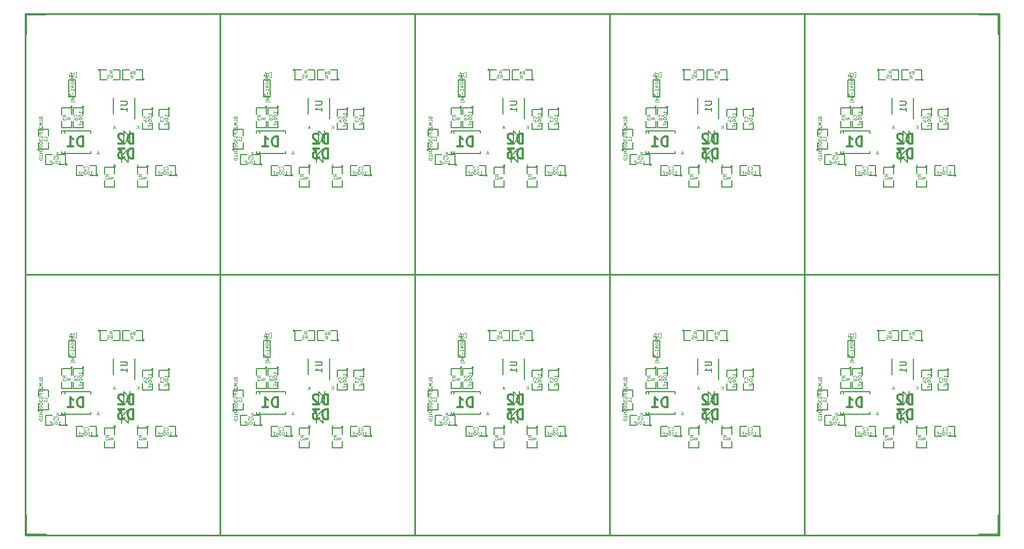
<source format=gbo>
G75*
G71*
%MOMM*%
%OFA0B0*%
%FSLAX53Y53*%
%IPPOS*%
%LPD*%
%ADD12C,0.09906*%
%ADD13C,0.30000*%
%ADD15C,0.11938*%
%ADD22C,0.30480*%
%ADD28C,0.10922*%
%ADD35C,0.15000*%
%ADD67C,0.25000*%
X0000000Y0000000D02*
G01*
D13*
D35*
X0023368Y0015240D02*
G75*
G03*
X0023368Y0015240I-000127J0000000D01*
G01*
X0022098Y0015240D02*
X0023114Y0015240D01*
X0023114Y0015240D02*
X0023114Y0016764D01*
X0023114Y0016764D02*
X0022098Y0016764D01*
X0021082Y0016764D02*
X0020066Y0016764D01*
X0020066Y0016764D02*
X0020066Y0015240D01*
X0020066Y0015240D02*
X0021082Y0015240D01*
X0011176Y0015240D02*
G75*
G03*
X0011176Y0015240I-000127J0000000D01*
G01*
X0009906Y0015240D02*
X0010922Y0015240D01*
X0010922Y0015240D02*
X0010922Y0016764D01*
X0010922Y0016764D02*
X0009906Y0016764D01*
X0008890Y0016764D02*
X0007874Y0016764D01*
X0007874Y0016764D02*
X0007874Y0015240D01*
X0007874Y0015240D02*
X0008890Y0015240D01*
X0022225Y0025527D02*
G75*
G03*
X0022225Y0025527I-000127J0000000D01*
G01*
X0022098Y0024384D02*
X0022098Y0025400D01*
X0022098Y0025400D02*
X0020574Y0025400D01*
X0020574Y0025400D02*
X0020574Y0024384D01*
X0020574Y0023368D02*
X0020574Y0022352D01*
X0020574Y0022352D02*
X0022098Y0022352D01*
X0022098Y0022352D02*
X0022098Y0023368D01*
X0019685Y0025527D02*
G75*
G03*
X0019685Y0025527I-000127J0000000D01*
G01*
X0019558Y0024384D02*
X0019558Y0025400D01*
X0019558Y0025400D02*
X0018034Y0025400D01*
X0018034Y0025400D02*
X0018034Y0024384D01*
X0018034Y0023368D02*
X0018034Y0022352D01*
X0018034Y0022352D02*
X0019558Y0022352D01*
X0019558Y0022352D02*
X0019558Y0023368D01*
X0006073Y0018570D02*
X0006073Y0018920D01*
X0006073Y0022070D02*
X0006073Y0021720D01*
X0005624Y0018570D02*
X0005624Y0018920D01*
X0010124Y0018570D02*
X0010124Y0018920D01*
X0010124Y0022070D02*
X0010124Y0021720D01*
X0005624Y0022070D02*
X0005624Y0021720D01*
X0010124Y0018570D02*
X0005624Y0018570D01*
X0010124Y0022070D02*
X0005624Y0022070D01*
X0014844Y0018237D02*
X0015845Y0019289D01*
X0015845Y0019289D02*
X0015845Y0017287D01*
X0015845Y0017287D02*
X0014844Y0018288D01*
X0014844Y0019337D02*
X0014844Y0017239D01*
X0016144Y0021133D02*
X0015143Y0020081D01*
X0015143Y0020081D02*
X0015143Y0022083D01*
X0015143Y0022083D02*
X0016144Y0021082D01*
X0016144Y0020033D02*
X0016144Y0022131D01*
X0007048Y0027526D02*
G75*
G03*
X0007048Y0027526I-000159J0000000D01*
G01*
X0007747Y0029972D02*
X0006731Y0029972D01*
X0007747Y0027369D02*
X0006731Y0027369D01*
X0006731Y0029972D02*
X0006731Y0027369D01*
X0007747Y0027369D02*
X0007747Y0029972D01*
X0018923Y0016637D02*
G75*
G03*
X0018923Y0016637I-000127J0000000D01*
G01*
X0018796Y0015494D02*
X0018796Y0016510D01*
X0018796Y0016510D02*
X0017272Y0016510D01*
X0017272Y0016510D02*
X0017272Y0015494D01*
X0017272Y0014478D02*
X0017272Y0013462D01*
X0017272Y0013462D02*
X0018796Y0013462D01*
X0018796Y0013462D02*
X0018796Y0014478D01*
X0013843Y0016637D02*
G75*
G03*
X0013843Y0016637I-000127J0000000D01*
G01*
X0013716Y0015494D02*
X0013716Y0016510D01*
X0013716Y0016510D02*
X0012192Y0016510D01*
X0012192Y0016510D02*
X0012192Y0015494D01*
X0012192Y0014478D02*
X0012192Y0013462D01*
X0012192Y0013462D02*
X0013716Y0013462D01*
X0013716Y0013462D02*
X0013716Y0014478D01*
X0007239Y0025781D02*
G75*
G03*
X0007239Y0025781I-000127J0000000D01*
G01*
X0007112Y0024638D02*
X0007112Y0025654D01*
X0007112Y0025654D02*
X0005588Y0025654D01*
X0005588Y0025654D02*
X0005588Y0024638D01*
X0005588Y0023622D02*
X0005588Y0022606D01*
X0005588Y0022606D02*
X0007112Y0022606D01*
X0007112Y0022606D02*
X0007112Y0023622D01*
X0018288Y0029972D02*
G75*
G03*
X0018288Y0029972I-000127J0000000D01*
G01*
X0017018Y0029972D02*
X0018034Y0029972D01*
X0018034Y0029972D02*
X0018034Y0031496D01*
X0018034Y0031496D02*
X0017018Y0031496D01*
X0016002Y0031496D02*
X0014986Y0031496D01*
X0014986Y0031496D02*
X0014986Y0029972D01*
X0014986Y0029972D02*
X0016002Y0029972D01*
X0011494Y0031496D02*
G75*
G03*
X0011494Y0031496I-000127J0000000D01*
G01*
X0012510Y0031496D02*
X0011494Y0031496D01*
X0011494Y0031496D02*
X0011494Y0029972D01*
X0011494Y0029972D02*
X0012510Y0029972D01*
X0013526Y0029972D02*
X0014542Y0029972D01*
X0014542Y0029972D02*
X0014542Y0031496D01*
X0014542Y0031496D02*
X0013526Y0031496D01*
X0013527Y0024683D02*
X0013527Y0027133D01*
X0016827Y0023958D02*
X0016827Y0027133D01*
X0002159Y0019177D02*
G75*
G03*
X0002159Y0019177I-000127J0000000D01*
G01*
X0002032Y0020320D02*
X0002032Y0019304D01*
X0002032Y0019304D02*
X0003556Y0019304D01*
X0003556Y0019304D02*
X0003556Y0020320D01*
X0003556Y0021336D02*
X0003556Y0022352D01*
X0003556Y0022352D02*
X0002032Y0022352D01*
X0002032Y0022352D02*
X0002032Y0021336D01*
X0006477Y0016891D02*
G75*
G03*
X0006477Y0016891I-000127J0000000D01*
G01*
X0005207Y0016891D02*
X0006223Y0016891D01*
X0006223Y0016891D02*
X0006223Y0018415D01*
X0006223Y0018415D02*
X0005207Y0018415D01*
X0004191Y0018415D02*
X0003175Y0018415D01*
X0003175Y0018415D02*
X0003175Y0016891D01*
X0003175Y0016891D02*
X0004191Y0016891D01*
X0009017Y0025781D02*
G75*
G03*
X0009017Y0025781I-000127J0000000D01*
G01*
X0008890Y0024638D02*
X0008890Y0025654D01*
X0008890Y0025654D02*
X0007366Y0025654D01*
X0007366Y0025654D02*
X0007366Y0024638D01*
X0007366Y0023622D02*
X0007366Y0022606D01*
X0007366Y0022606D02*
X0008890Y0022606D01*
X0008890Y0022606D02*
X0008890Y0023622D01*
D28*
X0021673Y0016141D02*
X0021697Y0016117D01*
X0021769Y0016093D01*
X0021816Y0016093D01*
X0021888Y0016117D01*
X0021936Y0016165D01*
X0021959Y0016212D01*
X0021983Y0016308D01*
X0021983Y0016379D01*
X0021959Y0016474D01*
X0021936Y0016522D01*
X0021888Y0016570D01*
X0021816Y0016594D01*
X0021769Y0016594D01*
X0021697Y0016570D01*
X0021673Y0016546D01*
X0021197Y0016093D02*
X0021483Y0016093D01*
X0021340Y0016093D02*
X0021340Y0016594D01*
X0021387Y0016522D01*
X0021435Y0016474D01*
X0021483Y0016451D01*
X0022237Y0015395D02*
X0022523Y0015395D01*
X0022380Y0015395D02*
X0022380Y0015895D01*
X0022428Y0015824D01*
X0022476Y0015776D01*
X0022523Y0015752D01*
X0021928Y0015895D02*
X0021880Y0015895D01*
X0021832Y0015871D01*
X0021809Y0015847D01*
X0021785Y0015800D01*
X0021761Y0015704D01*
X0021761Y0015585D01*
X0021785Y0015490D01*
X0021809Y0015442D01*
X0021832Y0015418D01*
X0021880Y0015395D01*
X0021928Y0015395D01*
X0021975Y0015418D01*
X0021999Y0015442D01*
X0022023Y0015490D01*
X0022047Y0015585D01*
X0022047Y0015704D01*
X0022023Y0015800D01*
X0021999Y0015847D01*
X0021975Y0015871D01*
X0021928Y0015895D01*
X0021451Y0015895D02*
X0021403Y0015895D01*
X0021356Y0015871D01*
X0021332Y0015847D01*
X0021308Y0015800D01*
X0021284Y0015704D01*
X0021284Y0015585D01*
X0021308Y0015490D01*
X0021332Y0015442D01*
X0021356Y0015418D01*
X0021403Y0015395D01*
X0021451Y0015395D01*
X0021499Y0015418D01*
X0021523Y0015442D01*
X0021546Y0015490D01*
X0021570Y0015585D01*
X0021570Y0015704D01*
X0021546Y0015800D01*
X0021523Y0015847D01*
X0021499Y0015871D01*
X0021451Y0015895D01*
X0021070Y0015728D02*
X0021070Y0015395D01*
X0021070Y0015681D02*
X0021046Y0015704D01*
X0020998Y0015728D01*
X0020927Y0015728D01*
X0020879Y0015704D01*
X0020855Y0015657D01*
X0020855Y0015395D01*
X0020450Y0015657D02*
X0020617Y0015657D01*
X0020617Y0015395D02*
X0020617Y0015895D01*
X0020379Y0015895D01*
X0009481Y0016141D02*
X0009505Y0016117D01*
X0009577Y0016093D01*
X0009624Y0016093D01*
X0009696Y0016117D01*
X0009744Y0016165D01*
X0009767Y0016212D01*
X0009791Y0016308D01*
X0009791Y0016379D01*
X0009767Y0016474D01*
X0009744Y0016522D01*
X0009696Y0016570D01*
X0009624Y0016594D01*
X0009577Y0016594D01*
X0009505Y0016570D01*
X0009481Y0016546D01*
X0009291Y0016546D02*
X0009267Y0016570D01*
X0009219Y0016594D01*
X0009100Y0016594D01*
X0009052Y0016570D01*
X0009029Y0016546D01*
X0009005Y0016498D01*
X0009005Y0016451D01*
X0009029Y0016379D01*
X0009315Y0016093D01*
X0009005Y0016093D01*
X0010045Y0015395D02*
X0010331Y0015395D01*
X0010188Y0015395D02*
X0010188Y0015895D01*
X0010236Y0015824D01*
X0010284Y0015776D01*
X0010331Y0015752D01*
X0009736Y0015895D02*
X0009688Y0015895D01*
X0009640Y0015871D01*
X0009617Y0015847D01*
X0009593Y0015800D01*
X0009569Y0015704D01*
X0009569Y0015585D01*
X0009593Y0015490D01*
X0009617Y0015442D01*
X0009640Y0015418D01*
X0009688Y0015395D01*
X0009736Y0015395D01*
X0009783Y0015418D01*
X0009807Y0015442D01*
X0009831Y0015490D01*
X0009855Y0015585D01*
X0009855Y0015704D01*
X0009831Y0015800D01*
X0009807Y0015847D01*
X0009783Y0015871D01*
X0009736Y0015895D01*
X0009259Y0015895D02*
X0009211Y0015895D01*
X0009164Y0015871D01*
X0009140Y0015847D01*
X0009116Y0015800D01*
X0009092Y0015704D01*
X0009092Y0015585D01*
X0009116Y0015490D01*
X0009140Y0015442D01*
X0009164Y0015418D01*
X0009211Y0015395D01*
X0009259Y0015395D01*
X0009307Y0015418D01*
X0009331Y0015442D01*
X0009354Y0015490D01*
X0009378Y0015585D01*
X0009378Y0015704D01*
X0009354Y0015800D01*
X0009331Y0015847D01*
X0009307Y0015871D01*
X0009259Y0015895D01*
X0008878Y0015728D02*
X0008878Y0015395D01*
X0008878Y0015681D02*
X0008854Y0015704D01*
X0008806Y0015728D01*
X0008735Y0015728D01*
X0008687Y0015704D01*
X0008663Y0015657D01*
X0008663Y0015395D01*
X0008258Y0015657D02*
X0008425Y0015657D01*
X0008425Y0015395D02*
X0008425Y0015895D01*
X0008187Y0015895D01*
X0021197Y0023959D02*
X0021221Y0023983D01*
X0021245Y0024055D01*
X0021245Y0024102D01*
X0021221Y0024174D01*
X0021173Y0024222D01*
X0021126Y0024245D01*
X0021030Y0024269D01*
X0020959Y0024269D01*
X0020864Y0024245D01*
X0020816Y0024222D01*
X0020768Y0024174D01*
X0020744Y0024102D01*
X0020744Y0024055D01*
X0020768Y0023983D01*
X0020792Y0023959D01*
X0020744Y0023793D02*
X0020744Y0023483D01*
X0020935Y0023650D01*
X0020935Y0023578D01*
X0020959Y0023530D01*
X0020983Y0023507D01*
X0021030Y0023483D01*
X0021150Y0023483D01*
X0021197Y0023507D01*
X0021221Y0023530D01*
X0021245Y0023578D01*
X0021245Y0023721D01*
X0021221Y0023769D01*
X0021197Y0023793D01*
X0021943Y0024285D02*
X0021943Y0024571D01*
X0021943Y0024428D02*
X0021443Y0024428D01*
X0021514Y0024476D01*
X0021562Y0024523D01*
X0021586Y0024571D01*
X0021443Y0023975D02*
X0021443Y0023928D01*
X0021467Y0023880D01*
X0021491Y0023856D01*
X0021538Y0023832D01*
X0021634Y0023809D01*
X0021753Y0023809D01*
X0021848Y0023832D01*
X0021896Y0023856D01*
X0021920Y0023880D01*
X0021943Y0023928D01*
X0021943Y0023975D01*
X0021920Y0024023D01*
X0021896Y0024047D01*
X0021848Y0024071D01*
X0021753Y0024095D01*
X0021634Y0024095D01*
X0021538Y0024071D01*
X0021491Y0024047D01*
X0021467Y0024023D01*
X0021443Y0023975D01*
X0021610Y0023380D02*
X0021943Y0023380D01*
X0021610Y0023594D02*
X0021872Y0023594D01*
X0021920Y0023570D01*
X0021943Y0023523D01*
X0021943Y0023451D01*
X0021920Y0023404D01*
X0021896Y0023380D01*
X0021681Y0022975D02*
X0021681Y0023141D01*
X0021943Y0023141D02*
X0021443Y0023141D01*
X0021443Y0022903D01*
X0018657Y0023959D02*
X0018681Y0023983D01*
X0018705Y0024055D01*
X0018705Y0024102D01*
X0018681Y0024174D01*
X0018633Y0024222D01*
X0018586Y0024245D01*
X0018490Y0024269D01*
X0018419Y0024269D01*
X0018324Y0024245D01*
X0018276Y0024222D01*
X0018228Y0024174D01*
X0018204Y0024102D01*
X0018204Y0024055D01*
X0018228Y0023983D01*
X0018252Y0023959D01*
X0018371Y0023530D02*
X0018705Y0023530D01*
X0018181Y0023650D02*
X0018538Y0023769D01*
X0018538Y0023459D01*
X0019403Y0024523D02*
X0019403Y0024809D01*
X0019403Y0024666D02*
X0018903Y0024666D01*
X0018974Y0024714D01*
X0019022Y0024762D01*
X0019046Y0024809D01*
X0018903Y0024214D02*
X0018903Y0024166D01*
X0018927Y0024118D01*
X0018951Y0024095D01*
X0018998Y0024071D01*
X0019094Y0024047D01*
X0019213Y0024047D01*
X0019308Y0024071D01*
X0019356Y0024095D01*
X0019380Y0024118D01*
X0019403Y0024166D01*
X0019403Y0024214D01*
X0019380Y0024261D01*
X0019356Y0024285D01*
X0019308Y0024309D01*
X0019213Y0024333D01*
X0019094Y0024333D01*
X0018998Y0024309D01*
X0018951Y0024285D01*
X0018927Y0024261D01*
X0018903Y0024214D01*
X0018903Y0023737D02*
X0018903Y0023689D01*
X0018927Y0023642D01*
X0018951Y0023618D01*
X0018998Y0023594D01*
X0019094Y0023570D01*
X0019213Y0023570D01*
X0019308Y0023594D01*
X0019356Y0023618D01*
X0019380Y0023642D01*
X0019403Y0023689D01*
X0019403Y0023737D01*
X0019380Y0023785D01*
X0019356Y0023809D01*
X0019308Y0023832D01*
X0019213Y0023856D01*
X0019094Y0023856D01*
X0018998Y0023832D01*
X0018951Y0023809D01*
X0018927Y0023785D01*
X0018903Y0023737D01*
X0019070Y0023356D02*
X0019403Y0023356D01*
X0019117Y0023356D02*
X0019094Y0023332D01*
X0019070Y0023284D01*
X0019070Y0023213D01*
X0019094Y0023165D01*
X0019141Y0023141D01*
X0019403Y0023141D01*
X0019141Y0022736D02*
X0019141Y0022903D01*
X0019403Y0022903D02*
X0018903Y0022903D01*
X0018903Y0022665D01*
D22*
X0008872Y0019694D02*
X0008872Y0021218D01*
X0008509Y0021218D01*
X0008291Y0021146D01*
X0008146Y0021000D01*
X0008074Y0020855D01*
X0008001Y0020565D01*
X0008001Y0020347D01*
X0008074Y0020057D01*
X0008146Y0019912D01*
X0008291Y0019767D01*
X0008509Y0019694D01*
X0008872Y0019694D01*
X0006550Y0019694D02*
X0007420Y0019694D01*
X0006985Y0019694D02*
X0006985Y0021218D01*
X0007130Y0021000D01*
X0007275Y0020855D01*
X0007420Y0020783D01*
D12*
X0011293Y0018636D02*
X0011054Y0018636D01*
X0011340Y0018493D02*
X0011173Y0018994D01*
X0011007Y0018493D01*
X0005005Y0018394D02*
X0005005Y0018895D01*
X0004719Y0018394D02*
X0004934Y0018680D01*
X0004719Y0018895D02*
X0005005Y0018609D01*
D22*
X0016619Y0020139D02*
X0016619Y0021663D01*
X0016256Y0021663D01*
X0016038Y0021590D01*
X0015893Y0021445D01*
X0015821Y0021300D01*
X0015748Y0021009D01*
X0015748Y0020792D01*
X0015821Y0020501D01*
X0015893Y0020356D01*
X0016038Y0020211D01*
X0016256Y0020139D01*
X0016619Y0020139D01*
X0015167Y0021517D02*
X0015095Y0021590D01*
X0014950Y0021663D01*
X0014587Y0021663D01*
X0014442Y0021590D01*
X0014369Y0021517D01*
X0014297Y0021372D01*
X0014297Y0021227D01*
X0014369Y0021009D01*
X0015240Y0020139D01*
X0014297Y0020139D01*
D12*
X0017414Y0016655D02*
X0017176Y0016655D01*
X0017462Y0016512D02*
X0017295Y0017013D01*
X0017128Y0016512D01*
X0013824Y0016512D02*
X0013824Y0017013D01*
X0013538Y0016512D02*
X0013753Y0016798D01*
X0013538Y0017013D02*
X0013824Y0016727D01*
D22*
X0016619Y0017853D02*
X0016619Y0019377D01*
X0016256Y0019377D01*
X0016038Y0019304D01*
X0015893Y0019159D01*
X0015821Y0019014D01*
X0015748Y0018723D01*
X0015748Y0018506D01*
X0015821Y0018215D01*
X0015893Y0018070D01*
X0016038Y0017925D01*
X0016256Y0017853D01*
X0016619Y0017853D01*
X0015240Y0019377D02*
X0014297Y0019377D01*
X0014805Y0018796D01*
X0014587Y0018796D01*
X0014442Y0018723D01*
X0014369Y0018651D01*
X0014297Y0018506D01*
X0014297Y0018143D01*
X0014369Y0017998D01*
X0014442Y0017925D01*
X0014587Y0017853D01*
X0015022Y0017853D01*
X0015167Y0017925D01*
X0015240Y0017998D01*
D12*
X0013812Y0022548D02*
X0013574Y0022548D01*
X0013860Y0022405D02*
X0013693Y0022905D01*
X0013526Y0022405D01*
X0017426Y0022405D02*
X0017426Y0022905D01*
X0017140Y0022405D02*
X0017354Y0022691D01*
X0017140Y0022905D02*
X0017426Y0022619D01*
D15*
X0007900Y0030356D02*
X0007900Y0031118D01*
X0007719Y0031118D01*
X0007610Y0031082D01*
X0007538Y0031009D01*
X0007501Y0030937D01*
X0007465Y0030792D01*
X0007465Y0030683D01*
X0007501Y0030538D01*
X0007538Y0030465D01*
X0007610Y0030393D01*
X0007719Y0030356D01*
X0007900Y0030356D01*
X0006812Y0030864D02*
X0006812Y0030356D01*
X0006993Y0031155D02*
X0007175Y0030610D01*
X0006703Y0030610D01*
D12*
X0007465Y0030731D02*
X0007465Y0030970D01*
X0006965Y0030970D01*
X0007465Y0030564D02*
X0006965Y0030564D01*
X0007322Y0030398D01*
X0006965Y0030231D01*
X0007465Y0030231D01*
X0007132Y0029778D02*
X0007465Y0029778D01*
X0006941Y0029897D02*
X0007299Y0030016D01*
X0007299Y0029707D01*
X0006965Y0029421D02*
X0006965Y0029373D01*
X0006989Y0029325D01*
X0007013Y0029302D01*
X0007060Y0029278D01*
X0007156Y0029254D01*
X0007275Y0029254D01*
X0007370Y0029278D01*
X0007418Y0029302D01*
X0007442Y0029325D01*
X0007465Y0029373D01*
X0007465Y0029421D01*
X0007442Y0029468D01*
X0007418Y0029492D01*
X0007370Y0029516D01*
X0007275Y0029540D01*
X0007156Y0029540D01*
X0007060Y0029516D01*
X0007013Y0029492D01*
X0006989Y0029468D01*
X0006965Y0029421D01*
X0007132Y0028825D02*
X0007465Y0028825D01*
X0006941Y0028944D02*
X0007299Y0029063D01*
X0007299Y0028754D01*
X0007465Y0028301D02*
X0007465Y0028587D01*
X0007465Y0028444D02*
X0006965Y0028444D01*
X0007036Y0028491D01*
X0007084Y0028539D01*
X0007108Y0028587D01*
X0007275Y0028086D02*
X0007275Y0027705D01*
X0007465Y0027252D02*
X0007203Y0027252D01*
X0007156Y0027276D01*
X0007132Y0027324D01*
X0007132Y0027419D01*
X0007156Y0027467D01*
X0007442Y0027252D02*
X0007465Y0027300D01*
X0007465Y0027419D01*
X0007442Y0027467D01*
X0007394Y0027491D01*
X0007346Y0027491D01*
X0007299Y0027467D01*
X0007275Y0027419D01*
X0007275Y0027300D01*
X0007251Y0027252D01*
X0007465Y0026800D02*
X0006965Y0026800D01*
X0007442Y0026800D02*
X0007465Y0026847D01*
X0007465Y0026943D01*
X0007442Y0026990D01*
X0007418Y0027014D01*
X0007370Y0027038D01*
X0007227Y0027038D01*
X0007179Y0027014D01*
X0007156Y0026990D01*
X0007132Y0026943D01*
X0007132Y0026847D01*
X0007156Y0026800D01*
X0007132Y0026561D02*
X0007561Y0026561D01*
X0007608Y0026585D01*
X0007632Y0026633D01*
X0007632Y0026657D01*
X0006965Y0026561D02*
X0006989Y0026585D01*
X0007013Y0026561D01*
X0006989Y0026538D01*
X0006965Y0026561D01*
X0007013Y0026561D01*
D28*
X0017943Y0015069D02*
X0017705Y0015236D01*
X0017943Y0015355D02*
X0017442Y0015355D01*
X0017442Y0015165D01*
X0017466Y0015117D01*
X0017490Y0015093D01*
X0017538Y0015069D01*
X0017609Y0015069D01*
X0017657Y0015093D01*
X0017681Y0015117D01*
X0017705Y0015165D01*
X0017705Y0015355D01*
X0017943Y0014593D02*
X0017943Y0014879D01*
X0017943Y0014736D02*
X0017442Y0014736D01*
X0017514Y0014783D01*
X0017562Y0014831D01*
X0017585Y0014879D01*
X0018641Y0014704D02*
X0018403Y0014871D01*
X0018641Y0014990D02*
X0018141Y0014990D01*
X0018141Y0014799D01*
X0018165Y0014752D01*
X0018189Y0014728D01*
X0018236Y0014704D01*
X0018308Y0014704D01*
X0018355Y0014728D01*
X0018379Y0014752D01*
X0018403Y0014799D01*
X0018403Y0014990D01*
X0012863Y0015069D02*
X0012625Y0015236D01*
X0012863Y0015355D02*
X0012362Y0015355D01*
X0012362Y0015165D01*
X0012386Y0015117D01*
X0012410Y0015093D01*
X0012458Y0015069D01*
X0012529Y0015069D01*
X0012577Y0015093D01*
X0012601Y0015117D01*
X0012625Y0015165D01*
X0012625Y0015355D01*
X0012410Y0014879D02*
X0012386Y0014855D01*
X0012362Y0014807D01*
X0012362Y0014688D01*
X0012386Y0014640D01*
X0012410Y0014617D01*
X0012458Y0014593D01*
X0012505Y0014593D01*
X0012577Y0014617D01*
X0012863Y0014903D01*
X0012863Y0014593D01*
X0013561Y0014704D02*
X0013323Y0014871D01*
X0013561Y0014990D02*
X0013061Y0014990D01*
X0013061Y0014799D01*
X0013085Y0014752D01*
X0013109Y0014728D01*
X0013156Y0014704D01*
X0013228Y0014704D01*
X0013275Y0014728D01*
X0013299Y0014752D01*
X0013323Y0014799D01*
X0013323Y0014990D01*
X0006259Y0024213D02*
X0006021Y0024380D01*
X0006259Y0024499D02*
X0005758Y0024499D01*
X0005758Y0024309D01*
X0005782Y0024261D01*
X0005806Y0024237D01*
X0005854Y0024213D01*
X0005925Y0024213D01*
X0005973Y0024237D01*
X0005997Y0024261D01*
X0006021Y0024309D01*
X0006021Y0024499D01*
X0005758Y0024047D02*
X0005758Y0023737D01*
X0005949Y0023904D01*
X0005949Y0023832D01*
X0005973Y0023784D01*
X0005997Y0023761D01*
X0006044Y0023737D01*
X0006164Y0023737D01*
X0006211Y0023761D01*
X0006235Y0023784D01*
X0006259Y0023832D01*
X0006259Y0023975D01*
X0006235Y0024023D01*
X0006211Y0024047D01*
X0006957Y0023848D02*
X0006719Y0024015D01*
X0006957Y0024134D02*
X0006457Y0024134D01*
X0006457Y0023943D01*
X0006481Y0023896D01*
X0006505Y0023872D01*
X0006552Y0023848D01*
X0006624Y0023848D01*
X0006671Y0023872D01*
X0006695Y0023896D01*
X0006719Y0023943D01*
X0006719Y0024134D01*
X0016593Y0030825D02*
X0016760Y0031063D01*
X0016879Y0030825D02*
X0016879Y0031326D01*
X0016689Y0031326D01*
X0016641Y0031302D01*
X0016617Y0031278D01*
X0016593Y0031230D01*
X0016593Y0031159D01*
X0016617Y0031111D01*
X0016641Y0031087D01*
X0016689Y0031063D01*
X0016879Y0031063D01*
X0016164Y0031159D02*
X0016164Y0030825D01*
X0016284Y0031349D02*
X0016403Y0030992D01*
X0016093Y0030992D01*
X0016228Y0030127D02*
X0016395Y0030365D01*
X0016514Y0030127D02*
X0016514Y0030627D01*
X0016323Y0030627D01*
X0016276Y0030603D01*
X0016252Y0030579D01*
X0016228Y0030532D01*
X0016228Y0030460D01*
X0016252Y0030413D01*
X0016276Y0030389D01*
X0016323Y0030365D01*
X0016514Y0030365D01*
X0013101Y0030190D02*
X0013268Y0030428D01*
X0013387Y0030190D02*
X0013387Y0030691D01*
X0013196Y0030691D01*
X0013149Y0030667D01*
X0013125Y0030643D01*
X0013101Y0030595D01*
X0013101Y0030524D01*
X0013125Y0030476D01*
X0013149Y0030452D01*
X0013196Y0030428D01*
X0013387Y0030428D01*
X0012648Y0030691D02*
X0012886Y0030691D01*
X0012910Y0030452D01*
X0012886Y0030476D01*
X0012839Y0030500D01*
X0012720Y0030500D01*
X0012672Y0030476D01*
X0012648Y0030452D01*
X0012624Y0030405D01*
X0012624Y0030285D01*
X0012648Y0030238D01*
X0012672Y0030214D01*
X0012720Y0030190D01*
X0012839Y0030190D01*
X0012886Y0030214D01*
X0012910Y0030238D01*
X0012990Y0030889D02*
X0013156Y0031127D01*
X0013276Y0030889D02*
X0013276Y0031389D01*
X0013085Y0031389D01*
X0013037Y0031365D01*
X0013013Y0031341D01*
X0012990Y0031294D01*
X0012990Y0031222D01*
X0013013Y0031175D01*
X0013037Y0031151D01*
X0013085Y0031127D01*
X0013276Y0031127D01*
D35*
X0014692Y0026670D02*
X0015502Y0026670D01*
X0015597Y0026622D01*
X0015645Y0026575D01*
X0015692Y0026479D01*
X0015692Y0026289D01*
X0015645Y0026194D01*
X0015597Y0026146D01*
X0015502Y0026098D01*
X0014692Y0026098D01*
X0015692Y0025098D02*
X0015692Y0025670D01*
X0015692Y0025384D02*
X0014692Y0025384D01*
X0014835Y0025479D01*
X0014930Y0025575D01*
X0014978Y0025670D01*
D28*
X0003338Y0020911D02*
X0003338Y0021150D01*
X0002837Y0021150D01*
X0003338Y0020482D02*
X0003338Y0020768D01*
X0003338Y0020625D02*
X0002837Y0020625D01*
X0002909Y0020673D01*
X0002957Y0020721D01*
X0002980Y0020768D01*
X0002377Y0024088D02*
X0002401Y0024017D01*
X0002425Y0023993D01*
X0002473Y0023969D01*
X0002544Y0023969D01*
X0002592Y0023993D01*
X0002616Y0024017D01*
X0002639Y0024065D01*
X0002639Y0024255D01*
X0002139Y0024255D01*
X0002139Y0024088D01*
X0002163Y0024041D01*
X0002187Y0024017D01*
X0002234Y0023993D01*
X0002282Y0023993D01*
X0002330Y0024017D01*
X0002353Y0024041D01*
X0002377Y0024088D01*
X0002377Y0024255D01*
X0002639Y0023516D02*
X0002639Y0023755D01*
X0002139Y0023755D01*
X0002639Y0023350D02*
X0002139Y0023350D01*
X0002496Y0023183D01*
X0002139Y0023016D01*
X0002639Y0023016D01*
X0002187Y0022802D02*
X0002163Y0022778D01*
X0002139Y0022730D01*
X0002139Y0022611D01*
X0002163Y0022563D01*
X0002187Y0022540D01*
X0002234Y0022516D01*
X0002282Y0022516D01*
X0002353Y0022540D01*
X0002639Y0022825D01*
X0002639Y0022516D01*
X0002639Y0022039D02*
X0002639Y0022325D01*
X0002639Y0022182D02*
X0002139Y0022182D01*
X0002210Y0022230D01*
X0002258Y0022277D01*
X0002282Y0022325D01*
X0002639Y0021825D02*
X0002139Y0021825D01*
X0002139Y0021634D01*
X0002163Y0021586D01*
X0002187Y0021563D01*
X0002234Y0021539D01*
X0002306Y0021539D01*
X0002353Y0021563D01*
X0002377Y0021586D01*
X0002401Y0021634D01*
X0002401Y0021825D01*
X0002163Y0021062D02*
X0002139Y0021110D01*
X0002139Y0021181D01*
X0002163Y0021253D01*
X0002210Y0021300D01*
X0002258Y0021324D01*
X0002353Y0021348D01*
X0002425Y0021348D01*
X0002520Y0021324D01*
X0002568Y0021300D01*
X0002616Y0021253D01*
X0002639Y0021181D01*
X0002639Y0021134D01*
X0002616Y0021062D01*
X0002592Y0021038D01*
X0002425Y0021038D01*
X0002425Y0021134D01*
X0002139Y0020872D02*
X0002139Y0020562D01*
X0002330Y0020729D01*
X0002330Y0020657D01*
X0002353Y0020609D01*
X0002377Y0020586D01*
X0002425Y0020562D01*
X0002544Y0020562D01*
X0002592Y0020586D01*
X0002616Y0020609D01*
X0002639Y0020657D01*
X0002639Y0020800D01*
X0002616Y0020848D01*
X0002592Y0020872D01*
X0002139Y0020252D02*
X0002139Y0020204D01*
X0002163Y0020157D01*
X0002187Y0020133D01*
X0002234Y0020109D01*
X0002330Y0020085D01*
X0002449Y0020085D01*
X0002544Y0020109D01*
X0002592Y0020133D01*
X0002616Y0020157D01*
X0002639Y0020204D01*
X0002639Y0020252D01*
X0002616Y0020300D01*
X0002592Y0020324D01*
X0002544Y0020347D01*
X0002449Y0020371D01*
X0002330Y0020371D01*
X0002234Y0020347D01*
X0002187Y0020324D01*
X0002163Y0020300D01*
X0002139Y0020252D01*
X0002139Y0019776D02*
X0002139Y0019728D01*
X0002163Y0019680D01*
X0002187Y0019656D01*
X0002234Y0019633D01*
X0002330Y0019609D01*
X0002449Y0019609D01*
X0002544Y0019633D01*
X0002592Y0019656D01*
X0002616Y0019680D01*
X0002639Y0019728D01*
X0002639Y0019776D01*
X0002616Y0019823D01*
X0002592Y0019847D01*
X0002544Y0019871D01*
X0002449Y0019895D01*
X0002330Y0019895D01*
X0002234Y0019871D01*
X0002187Y0019847D01*
X0002163Y0019823D01*
X0002139Y0019776D01*
X0002616Y0019418D02*
X0002639Y0019347D01*
X0002639Y0019227D01*
X0002616Y0019180D01*
X0002592Y0019156D01*
X0002544Y0019132D01*
X0002496Y0019132D01*
X0002449Y0019156D01*
X0002425Y0019180D01*
X0002401Y0019227D01*
X0002377Y0019323D01*
X0002353Y0019370D01*
X0002330Y0019394D01*
X0002282Y0019418D01*
X0002234Y0019418D01*
X0002187Y0019394D01*
X0002163Y0019370D01*
X0002139Y0019323D01*
X0002139Y0019204D01*
X0002163Y0019132D01*
X0002639Y0018918D02*
X0002139Y0018918D01*
X0002639Y0018632D01*
X0002139Y0018632D01*
X0002639Y0018131D02*
X0002639Y0018417D01*
X0002639Y0018274D02*
X0002139Y0018274D01*
X0002210Y0018322D01*
X0002258Y0018370D01*
X0002282Y0018417D01*
X0002639Y0017917D02*
X0002139Y0017917D01*
X0002139Y0017798D01*
X0002163Y0017726D01*
X0002210Y0017679D01*
X0002258Y0017655D01*
X0002353Y0017631D01*
X0002425Y0017631D01*
X0002520Y0017655D01*
X0002568Y0017679D01*
X0002616Y0017726D01*
X0002639Y0017798D01*
X0002639Y0017917D01*
X0004782Y0017792D02*
X0004806Y0017768D01*
X0004878Y0017744D01*
X0004925Y0017744D01*
X0004997Y0017768D01*
X0005045Y0017816D01*
X0005068Y0017863D01*
X0005092Y0017959D01*
X0005092Y0018030D01*
X0005068Y0018125D01*
X0005045Y0018173D01*
X0004997Y0018221D01*
X0004925Y0018245D01*
X0004878Y0018245D01*
X0004806Y0018221D01*
X0004782Y0018197D01*
X0004330Y0018245D02*
X0004568Y0018245D01*
X0004592Y0018006D01*
X0004568Y0018030D01*
X0004520Y0018054D01*
X0004401Y0018054D01*
X0004353Y0018030D01*
X0004330Y0018006D01*
X0004306Y0017959D01*
X0004306Y0017839D01*
X0004330Y0017792D01*
X0004353Y0017768D01*
X0004401Y0017744D01*
X0004520Y0017744D01*
X0004568Y0017768D01*
X0004592Y0017792D01*
X0005108Y0017046D02*
X0005394Y0017046D01*
X0005251Y0017046D02*
X0005251Y0017546D01*
X0005299Y0017475D01*
X0005346Y0017427D01*
X0005394Y0017403D01*
X0004798Y0017546D02*
X0004751Y0017546D01*
X0004703Y0017522D01*
X0004679Y0017498D01*
X0004655Y0017451D01*
X0004632Y0017355D01*
X0004632Y0017236D01*
X0004655Y0017141D01*
X0004679Y0017093D01*
X0004703Y0017069D01*
X0004751Y0017046D01*
X0004798Y0017046D01*
X0004846Y0017069D01*
X0004870Y0017093D01*
X0004894Y0017141D01*
X0004918Y0017236D01*
X0004918Y0017355D01*
X0004894Y0017451D01*
X0004870Y0017498D01*
X0004846Y0017522D01*
X0004798Y0017546D01*
X0004203Y0017379D02*
X0004203Y0017046D01*
X0004417Y0017379D02*
X0004417Y0017117D01*
X0004393Y0017069D01*
X0004346Y0017046D01*
X0004274Y0017046D01*
X0004227Y0017069D01*
X0004203Y0017093D01*
X0003798Y0017308D02*
X0003964Y0017308D01*
X0003964Y0017046D02*
X0003964Y0017546D01*
X0003726Y0017546D01*
X0007989Y0024213D02*
X0008013Y0024237D01*
X0008037Y0024309D01*
X0008037Y0024356D01*
X0008013Y0024428D01*
X0007965Y0024476D01*
X0007918Y0024499D01*
X0007822Y0024523D01*
X0007751Y0024523D01*
X0007656Y0024499D01*
X0007608Y0024476D01*
X0007560Y0024428D01*
X0007536Y0024356D01*
X0007536Y0024309D01*
X0007560Y0024237D01*
X0007584Y0024213D01*
X0007536Y0023784D02*
X0007536Y0023880D01*
X0007560Y0023927D01*
X0007584Y0023951D01*
X0007656Y0023999D01*
X0007751Y0024023D01*
X0007942Y0024023D01*
X0007989Y0023999D01*
X0008013Y0023975D01*
X0008037Y0023927D01*
X0008037Y0023832D01*
X0008013Y0023784D01*
X0007989Y0023761D01*
X0007942Y0023737D01*
X0007822Y0023737D01*
X0007775Y0023761D01*
X0007751Y0023784D01*
X0007727Y0023832D01*
X0007727Y0023927D01*
X0007751Y0023975D01*
X0007775Y0023999D01*
X0007822Y0024023D01*
X0008735Y0024777D02*
X0008735Y0025063D01*
X0008735Y0024920D02*
X0008235Y0024920D01*
X0008306Y0024968D01*
X0008354Y0025016D01*
X0008378Y0025063D01*
X0008235Y0024468D02*
X0008235Y0024420D01*
X0008259Y0024372D01*
X0008283Y0024349D01*
X0008330Y0024325D01*
X0008426Y0024301D01*
X0008545Y0024301D01*
X0008640Y0024325D01*
X0008688Y0024349D01*
X0008712Y0024372D01*
X0008735Y0024420D01*
X0008735Y0024468D01*
X0008712Y0024515D01*
X0008688Y0024539D01*
X0008640Y0024563D01*
X0008545Y0024587D01*
X0008426Y0024587D01*
X0008330Y0024563D01*
X0008283Y0024539D01*
X0008259Y0024515D01*
X0008235Y0024468D01*
X0008235Y0023991D02*
X0008235Y0023943D01*
X0008259Y0023896D01*
X0008283Y0023872D01*
X0008330Y0023848D01*
X0008426Y0023824D01*
X0008545Y0023824D01*
X0008640Y0023848D01*
X0008688Y0023872D01*
X0008712Y0023896D01*
X0008735Y0023943D01*
X0008735Y0023991D01*
X0008712Y0024039D01*
X0008688Y0024063D01*
X0008640Y0024086D01*
X0008545Y0024110D01*
X0008426Y0024110D01*
X0008330Y0024086D01*
X0008283Y0024063D01*
X0008259Y0024039D01*
X0008235Y0023991D01*
X0008402Y0023610D02*
X0008735Y0023610D01*
X0008449Y0023610D02*
X0008426Y0023586D01*
X0008402Y0023538D01*
X0008402Y0023467D01*
X0008426Y0023419D01*
X0008473Y0023395D01*
X0008735Y0023395D01*
X0008473Y0022990D02*
X0008473Y0023157D01*
X0008735Y0023157D02*
X0008235Y0023157D01*
X0008235Y0022919D01*
D67*
X0000000Y0000000D02*
G01*
D67*
D67*
X0000000Y0000000D02*
X0000000Y0040132D01*
X0029972Y0000000D02*
X0000000Y0000000D01*
X0029972Y0040132D02*
X0029972Y0000000D01*
X0000000Y0040132D02*
X0029972Y0040132D01*
X0029970Y0000000D02*
G01*
D13*
D35*
X0053338Y0015240D02*
G75*
G03*
X0053338Y0015240I-000127J0000000D01*
G01*
X0052068Y0015240D02*
X0053084Y0015240D01*
X0053084Y0015240D02*
X0053084Y0016764D01*
X0053084Y0016764D02*
X0052068Y0016764D01*
X0051052Y0016764D02*
X0050036Y0016764D01*
X0050036Y0016764D02*
X0050036Y0015240D01*
X0050036Y0015240D02*
X0051052Y0015240D01*
X0041146Y0015240D02*
G75*
G03*
X0041146Y0015240I-000127J0000000D01*
G01*
X0039876Y0015240D02*
X0040892Y0015240D01*
X0040892Y0015240D02*
X0040892Y0016764D01*
X0040892Y0016764D02*
X0039876Y0016764D01*
X0038860Y0016764D02*
X0037844Y0016764D01*
X0037844Y0016764D02*
X0037844Y0015240D01*
X0037844Y0015240D02*
X0038860Y0015240D01*
X0052195Y0025527D02*
G75*
G03*
X0052195Y0025527I-000127J0000000D01*
G01*
X0052068Y0024384D02*
X0052068Y0025400D01*
X0052068Y0025400D02*
X0050544Y0025400D01*
X0050544Y0025400D02*
X0050544Y0024384D01*
X0050544Y0023368D02*
X0050544Y0022352D01*
X0050544Y0022352D02*
X0052068Y0022352D01*
X0052068Y0022352D02*
X0052068Y0023368D01*
X0049655Y0025527D02*
G75*
G03*
X0049655Y0025527I-000127J0000000D01*
G01*
X0049528Y0024384D02*
X0049528Y0025400D01*
X0049528Y0025400D02*
X0048004Y0025400D01*
X0048004Y0025400D02*
X0048004Y0024384D01*
X0048004Y0023368D02*
X0048004Y0022352D01*
X0048004Y0022352D02*
X0049528Y0022352D01*
X0049528Y0022352D02*
X0049528Y0023368D01*
X0036043Y0018570D02*
X0036043Y0018920D01*
X0036043Y0022070D02*
X0036043Y0021720D01*
X0035594Y0018570D02*
X0035594Y0018920D01*
X0040094Y0018570D02*
X0040094Y0018920D01*
X0040094Y0022070D02*
X0040094Y0021720D01*
X0035594Y0022070D02*
X0035594Y0021720D01*
X0040094Y0018570D02*
X0035594Y0018570D01*
X0040094Y0022070D02*
X0035594Y0022070D01*
X0044814Y0018237D02*
X0045815Y0019289D01*
X0045815Y0019289D02*
X0045815Y0017287D01*
X0045815Y0017287D02*
X0044814Y0018288D01*
X0044814Y0019337D02*
X0044814Y0017239D01*
X0046114Y0021133D02*
X0045113Y0020081D01*
X0045113Y0020081D02*
X0045113Y0022083D01*
X0045113Y0022083D02*
X0046114Y0021082D01*
X0046114Y0020033D02*
X0046114Y0022131D01*
X0037018Y0027526D02*
G75*
G03*
X0037018Y0027526I-000159J0000000D01*
G01*
X0037717Y0029972D02*
X0036701Y0029972D01*
X0037717Y0027369D02*
X0036701Y0027369D01*
X0036701Y0029972D02*
X0036701Y0027369D01*
X0037717Y0027369D02*
X0037717Y0029972D01*
X0048893Y0016637D02*
G75*
G03*
X0048893Y0016637I-000127J0000000D01*
G01*
X0048766Y0015494D02*
X0048766Y0016510D01*
X0048766Y0016510D02*
X0047242Y0016510D01*
X0047242Y0016510D02*
X0047242Y0015494D01*
X0047242Y0014478D02*
X0047242Y0013462D01*
X0047242Y0013462D02*
X0048766Y0013462D01*
X0048766Y0013462D02*
X0048766Y0014478D01*
X0043813Y0016637D02*
G75*
G03*
X0043813Y0016637I-000127J0000000D01*
G01*
X0043686Y0015494D02*
X0043686Y0016510D01*
X0043686Y0016510D02*
X0042162Y0016510D01*
X0042162Y0016510D02*
X0042162Y0015494D01*
X0042162Y0014478D02*
X0042162Y0013462D01*
X0042162Y0013462D02*
X0043686Y0013462D01*
X0043686Y0013462D02*
X0043686Y0014478D01*
X0037209Y0025781D02*
G75*
G03*
X0037209Y0025781I-000127J0000000D01*
G01*
X0037082Y0024638D02*
X0037082Y0025654D01*
X0037082Y0025654D02*
X0035558Y0025654D01*
X0035558Y0025654D02*
X0035558Y0024638D01*
X0035558Y0023622D02*
X0035558Y0022606D01*
X0035558Y0022606D02*
X0037082Y0022606D01*
X0037082Y0022606D02*
X0037082Y0023622D01*
X0048258Y0029972D02*
G75*
G03*
X0048258Y0029972I-000127J0000000D01*
G01*
X0046988Y0029972D02*
X0048004Y0029972D01*
X0048004Y0029972D02*
X0048004Y0031496D01*
X0048004Y0031496D02*
X0046988Y0031496D01*
X0045972Y0031496D02*
X0044956Y0031496D01*
X0044956Y0031496D02*
X0044956Y0029972D01*
X0044956Y0029972D02*
X0045972Y0029972D01*
X0041464Y0031496D02*
G75*
G03*
X0041464Y0031496I-000127J0000000D01*
G01*
X0042480Y0031496D02*
X0041464Y0031496D01*
X0041464Y0031496D02*
X0041464Y0029972D01*
X0041464Y0029972D02*
X0042480Y0029972D01*
X0043496Y0029972D02*
X0044512Y0029972D01*
X0044512Y0029972D02*
X0044512Y0031496D01*
X0044512Y0031496D02*
X0043496Y0031496D01*
X0043497Y0024683D02*
X0043497Y0027133D01*
X0046797Y0023958D02*
X0046797Y0027133D01*
X0032129Y0019177D02*
G75*
G03*
X0032129Y0019177I-000127J0000000D01*
G01*
X0032002Y0020320D02*
X0032002Y0019304D01*
X0032002Y0019304D02*
X0033526Y0019304D01*
X0033526Y0019304D02*
X0033526Y0020320D01*
X0033526Y0021336D02*
X0033526Y0022352D01*
X0033526Y0022352D02*
X0032002Y0022352D01*
X0032002Y0022352D02*
X0032002Y0021336D01*
X0036447Y0016891D02*
G75*
G03*
X0036447Y0016891I-000127J0000000D01*
G01*
X0035177Y0016891D02*
X0036193Y0016891D01*
X0036193Y0016891D02*
X0036193Y0018415D01*
X0036193Y0018415D02*
X0035177Y0018415D01*
X0034161Y0018415D02*
X0033145Y0018415D01*
X0033145Y0018415D02*
X0033145Y0016891D01*
X0033145Y0016891D02*
X0034161Y0016891D01*
X0038987Y0025781D02*
G75*
G03*
X0038987Y0025781I-000127J0000000D01*
G01*
X0038860Y0024638D02*
X0038860Y0025654D01*
X0038860Y0025654D02*
X0037336Y0025654D01*
X0037336Y0025654D02*
X0037336Y0024638D01*
X0037336Y0023622D02*
X0037336Y0022606D01*
X0037336Y0022606D02*
X0038860Y0022606D01*
X0038860Y0022606D02*
X0038860Y0023622D01*
D28*
X0051643Y0016141D02*
X0051667Y0016117D01*
X0051739Y0016093D01*
X0051786Y0016093D01*
X0051858Y0016117D01*
X0051906Y0016165D01*
X0051929Y0016212D01*
X0051953Y0016308D01*
X0051953Y0016379D01*
X0051929Y0016474D01*
X0051906Y0016522D01*
X0051858Y0016570D01*
X0051786Y0016594D01*
X0051739Y0016594D01*
X0051667Y0016570D01*
X0051643Y0016546D01*
X0051167Y0016093D02*
X0051453Y0016093D01*
X0051310Y0016093D02*
X0051310Y0016594D01*
X0051357Y0016522D01*
X0051405Y0016474D01*
X0051453Y0016451D01*
X0052207Y0015395D02*
X0052493Y0015395D01*
X0052350Y0015395D02*
X0052350Y0015895D01*
X0052398Y0015824D01*
X0052446Y0015776D01*
X0052493Y0015752D01*
X0051898Y0015895D02*
X0051850Y0015895D01*
X0051802Y0015871D01*
X0051779Y0015847D01*
X0051755Y0015800D01*
X0051731Y0015704D01*
X0051731Y0015585D01*
X0051755Y0015490D01*
X0051779Y0015442D01*
X0051802Y0015418D01*
X0051850Y0015395D01*
X0051898Y0015395D01*
X0051945Y0015418D01*
X0051969Y0015442D01*
X0051993Y0015490D01*
X0052017Y0015585D01*
X0052017Y0015704D01*
X0051993Y0015800D01*
X0051969Y0015847D01*
X0051945Y0015871D01*
X0051898Y0015895D01*
X0051421Y0015895D02*
X0051373Y0015895D01*
X0051326Y0015871D01*
X0051302Y0015847D01*
X0051278Y0015800D01*
X0051254Y0015704D01*
X0051254Y0015585D01*
X0051278Y0015490D01*
X0051302Y0015442D01*
X0051326Y0015418D01*
X0051373Y0015395D01*
X0051421Y0015395D01*
X0051469Y0015418D01*
X0051493Y0015442D01*
X0051516Y0015490D01*
X0051540Y0015585D01*
X0051540Y0015704D01*
X0051516Y0015800D01*
X0051493Y0015847D01*
X0051469Y0015871D01*
X0051421Y0015895D01*
X0051040Y0015728D02*
X0051040Y0015395D01*
X0051040Y0015681D02*
X0051016Y0015704D01*
X0050968Y0015728D01*
X0050897Y0015728D01*
X0050849Y0015704D01*
X0050825Y0015657D01*
X0050825Y0015395D01*
X0050420Y0015657D02*
X0050587Y0015657D01*
X0050587Y0015395D02*
X0050587Y0015895D01*
X0050349Y0015895D01*
X0039451Y0016141D02*
X0039475Y0016117D01*
X0039547Y0016093D01*
X0039594Y0016093D01*
X0039666Y0016117D01*
X0039714Y0016165D01*
X0039737Y0016212D01*
X0039761Y0016308D01*
X0039761Y0016379D01*
X0039737Y0016474D01*
X0039714Y0016522D01*
X0039666Y0016570D01*
X0039594Y0016594D01*
X0039547Y0016594D01*
X0039475Y0016570D01*
X0039451Y0016546D01*
X0039261Y0016546D02*
X0039237Y0016570D01*
X0039189Y0016594D01*
X0039070Y0016594D01*
X0039022Y0016570D01*
X0038999Y0016546D01*
X0038975Y0016498D01*
X0038975Y0016451D01*
X0038999Y0016379D01*
X0039285Y0016093D01*
X0038975Y0016093D01*
X0040015Y0015395D02*
X0040301Y0015395D01*
X0040158Y0015395D02*
X0040158Y0015895D01*
X0040206Y0015824D01*
X0040254Y0015776D01*
X0040301Y0015752D01*
X0039706Y0015895D02*
X0039658Y0015895D01*
X0039610Y0015871D01*
X0039587Y0015847D01*
X0039563Y0015800D01*
X0039539Y0015704D01*
X0039539Y0015585D01*
X0039563Y0015490D01*
X0039587Y0015442D01*
X0039610Y0015418D01*
X0039658Y0015395D01*
X0039706Y0015395D01*
X0039753Y0015418D01*
X0039777Y0015442D01*
X0039801Y0015490D01*
X0039825Y0015585D01*
X0039825Y0015704D01*
X0039801Y0015800D01*
X0039777Y0015847D01*
X0039753Y0015871D01*
X0039706Y0015895D01*
X0039229Y0015895D02*
X0039181Y0015895D01*
X0039134Y0015871D01*
X0039110Y0015847D01*
X0039086Y0015800D01*
X0039062Y0015704D01*
X0039062Y0015585D01*
X0039086Y0015490D01*
X0039110Y0015442D01*
X0039134Y0015418D01*
X0039181Y0015395D01*
X0039229Y0015395D01*
X0039277Y0015418D01*
X0039301Y0015442D01*
X0039324Y0015490D01*
X0039348Y0015585D01*
X0039348Y0015704D01*
X0039324Y0015800D01*
X0039301Y0015847D01*
X0039277Y0015871D01*
X0039229Y0015895D01*
X0038848Y0015728D02*
X0038848Y0015395D01*
X0038848Y0015681D02*
X0038824Y0015704D01*
X0038776Y0015728D01*
X0038705Y0015728D01*
X0038657Y0015704D01*
X0038633Y0015657D01*
X0038633Y0015395D01*
X0038228Y0015657D02*
X0038395Y0015657D01*
X0038395Y0015395D02*
X0038395Y0015895D01*
X0038157Y0015895D01*
X0051167Y0023959D02*
X0051191Y0023983D01*
X0051215Y0024055D01*
X0051215Y0024102D01*
X0051191Y0024174D01*
X0051143Y0024222D01*
X0051096Y0024245D01*
X0051000Y0024269D01*
X0050929Y0024269D01*
X0050834Y0024245D01*
X0050786Y0024222D01*
X0050738Y0024174D01*
X0050714Y0024102D01*
X0050714Y0024055D01*
X0050738Y0023983D01*
X0050762Y0023959D01*
X0050714Y0023793D02*
X0050714Y0023483D01*
X0050905Y0023650D01*
X0050905Y0023578D01*
X0050929Y0023530D01*
X0050953Y0023507D01*
X0051000Y0023483D01*
X0051120Y0023483D01*
X0051167Y0023507D01*
X0051191Y0023530D01*
X0051215Y0023578D01*
X0051215Y0023721D01*
X0051191Y0023769D01*
X0051167Y0023793D01*
X0051913Y0024285D02*
X0051913Y0024571D01*
X0051913Y0024428D02*
X0051413Y0024428D01*
X0051484Y0024476D01*
X0051532Y0024523D01*
X0051556Y0024571D01*
X0051413Y0023975D02*
X0051413Y0023928D01*
X0051437Y0023880D01*
X0051461Y0023856D01*
X0051508Y0023832D01*
X0051604Y0023809D01*
X0051723Y0023809D01*
X0051818Y0023832D01*
X0051866Y0023856D01*
X0051890Y0023880D01*
X0051913Y0023928D01*
X0051913Y0023975D01*
X0051890Y0024023D01*
X0051866Y0024047D01*
X0051818Y0024071D01*
X0051723Y0024095D01*
X0051604Y0024095D01*
X0051508Y0024071D01*
X0051461Y0024047D01*
X0051437Y0024023D01*
X0051413Y0023975D01*
X0051580Y0023380D02*
X0051913Y0023380D01*
X0051580Y0023594D02*
X0051842Y0023594D01*
X0051890Y0023570D01*
X0051913Y0023523D01*
X0051913Y0023451D01*
X0051890Y0023404D01*
X0051866Y0023380D01*
X0051651Y0022975D02*
X0051651Y0023141D01*
X0051913Y0023141D02*
X0051413Y0023141D01*
X0051413Y0022903D01*
X0048627Y0023959D02*
X0048651Y0023983D01*
X0048675Y0024055D01*
X0048675Y0024102D01*
X0048651Y0024174D01*
X0048603Y0024222D01*
X0048556Y0024245D01*
X0048460Y0024269D01*
X0048389Y0024269D01*
X0048294Y0024245D01*
X0048246Y0024222D01*
X0048198Y0024174D01*
X0048174Y0024102D01*
X0048174Y0024055D01*
X0048198Y0023983D01*
X0048222Y0023959D01*
X0048341Y0023530D02*
X0048675Y0023530D01*
X0048151Y0023650D02*
X0048508Y0023769D01*
X0048508Y0023459D01*
X0049373Y0024523D02*
X0049373Y0024809D01*
X0049373Y0024666D02*
X0048873Y0024666D01*
X0048944Y0024714D01*
X0048992Y0024762D01*
X0049016Y0024809D01*
X0048873Y0024214D02*
X0048873Y0024166D01*
X0048897Y0024118D01*
X0048921Y0024095D01*
X0048968Y0024071D01*
X0049064Y0024047D01*
X0049183Y0024047D01*
X0049278Y0024071D01*
X0049326Y0024095D01*
X0049350Y0024118D01*
X0049373Y0024166D01*
X0049373Y0024214D01*
X0049350Y0024261D01*
X0049326Y0024285D01*
X0049278Y0024309D01*
X0049183Y0024333D01*
X0049064Y0024333D01*
X0048968Y0024309D01*
X0048921Y0024285D01*
X0048897Y0024261D01*
X0048873Y0024214D01*
X0048873Y0023737D02*
X0048873Y0023689D01*
X0048897Y0023642D01*
X0048921Y0023618D01*
X0048968Y0023594D01*
X0049064Y0023570D01*
X0049183Y0023570D01*
X0049278Y0023594D01*
X0049326Y0023618D01*
X0049350Y0023642D01*
X0049373Y0023689D01*
X0049373Y0023737D01*
X0049350Y0023785D01*
X0049326Y0023809D01*
X0049278Y0023832D01*
X0049183Y0023856D01*
X0049064Y0023856D01*
X0048968Y0023832D01*
X0048921Y0023809D01*
X0048897Y0023785D01*
X0048873Y0023737D01*
X0049040Y0023356D02*
X0049373Y0023356D01*
X0049087Y0023356D02*
X0049064Y0023332D01*
X0049040Y0023284D01*
X0049040Y0023213D01*
X0049064Y0023165D01*
X0049111Y0023141D01*
X0049373Y0023141D01*
X0049111Y0022736D02*
X0049111Y0022903D01*
X0049373Y0022903D02*
X0048873Y0022903D01*
X0048873Y0022665D01*
D22*
X0038842Y0019694D02*
X0038842Y0021218D01*
X0038479Y0021218D01*
X0038261Y0021146D01*
X0038116Y0021000D01*
X0038044Y0020855D01*
X0037971Y0020565D01*
X0037971Y0020347D01*
X0038044Y0020057D01*
X0038116Y0019912D01*
X0038261Y0019767D01*
X0038479Y0019694D01*
X0038842Y0019694D01*
X0036520Y0019694D02*
X0037390Y0019694D01*
X0036955Y0019694D02*
X0036955Y0021218D01*
X0037100Y0021000D01*
X0037245Y0020855D01*
X0037390Y0020783D01*
D12*
X0041263Y0018636D02*
X0041024Y0018636D01*
X0041310Y0018493D02*
X0041143Y0018994D01*
X0040977Y0018493D01*
X0034975Y0018394D02*
X0034975Y0018895D01*
X0034689Y0018394D02*
X0034904Y0018680D01*
X0034689Y0018895D02*
X0034975Y0018609D01*
D22*
X0046589Y0020139D02*
X0046589Y0021663D01*
X0046226Y0021663D01*
X0046008Y0021590D01*
X0045863Y0021445D01*
X0045791Y0021300D01*
X0045718Y0021009D01*
X0045718Y0020792D01*
X0045791Y0020501D01*
X0045863Y0020356D01*
X0046008Y0020211D01*
X0046226Y0020139D01*
X0046589Y0020139D01*
X0045137Y0021517D02*
X0045065Y0021590D01*
X0044920Y0021663D01*
X0044557Y0021663D01*
X0044412Y0021590D01*
X0044339Y0021517D01*
X0044267Y0021372D01*
X0044267Y0021227D01*
X0044339Y0021009D01*
X0045210Y0020139D01*
X0044267Y0020139D01*
D12*
X0047384Y0016655D02*
X0047146Y0016655D01*
X0047432Y0016512D02*
X0047265Y0017013D01*
X0047098Y0016512D01*
X0043794Y0016512D02*
X0043794Y0017013D01*
X0043508Y0016512D02*
X0043723Y0016798D01*
X0043508Y0017013D02*
X0043794Y0016727D01*
D22*
X0046589Y0017853D02*
X0046589Y0019377D01*
X0046226Y0019377D01*
X0046008Y0019304D01*
X0045863Y0019159D01*
X0045791Y0019014D01*
X0045718Y0018723D01*
X0045718Y0018506D01*
X0045791Y0018215D01*
X0045863Y0018070D01*
X0046008Y0017925D01*
X0046226Y0017853D01*
X0046589Y0017853D01*
X0045210Y0019377D02*
X0044267Y0019377D01*
X0044775Y0018796D01*
X0044557Y0018796D01*
X0044412Y0018723D01*
X0044339Y0018651D01*
X0044267Y0018506D01*
X0044267Y0018143D01*
X0044339Y0017998D01*
X0044412Y0017925D01*
X0044557Y0017853D01*
X0044992Y0017853D01*
X0045137Y0017925D01*
X0045210Y0017998D01*
D12*
X0043782Y0022548D02*
X0043544Y0022548D01*
X0043830Y0022405D02*
X0043663Y0022905D01*
X0043496Y0022405D01*
X0047396Y0022405D02*
X0047396Y0022905D01*
X0047110Y0022405D02*
X0047324Y0022691D01*
X0047110Y0022905D02*
X0047396Y0022619D01*
D15*
X0037870Y0030356D02*
X0037870Y0031118D01*
X0037689Y0031118D01*
X0037580Y0031082D01*
X0037508Y0031009D01*
X0037471Y0030937D01*
X0037435Y0030792D01*
X0037435Y0030683D01*
X0037471Y0030538D01*
X0037508Y0030465D01*
X0037580Y0030393D01*
X0037689Y0030356D01*
X0037870Y0030356D01*
X0036782Y0030864D02*
X0036782Y0030356D01*
X0036963Y0031155D02*
X0037145Y0030610D01*
X0036673Y0030610D01*
D12*
X0037435Y0030731D02*
X0037435Y0030970D01*
X0036935Y0030970D01*
X0037435Y0030564D02*
X0036935Y0030564D01*
X0037292Y0030398D01*
X0036935Y0030231D01*
X0037435Y0030231D01*
X0037102Y0029778D02*
X0037435Y0029778D01*
X0036911Y0029897D02*
X0037269Y0030016D01*
X0037269Y0029707D01*
X0036935Y0029421D02*
X0036935Y0029373D01*
X0036959Y0029325D01*
X0036983Y0029302D01*
X0037030Y0029278D01*
X0037126Y0029254D01*
X0037245Y0029254D01*
X0037340Y0029278D01*
X0037388Y0029302D01*
X0037412Y0029325D01*
X0037435Y0029373D01*
X0037435Y0029421D01*
X0037412Y0029468D01*
X0037388Y0029492D01*
X0037340Y0029516D01*
X0037245Y0029540D01*
X0037126Y0029540D01*
X0037030Y0029516D01*
X0036983Y0029492D01*
X0036959Y0029468D01*
X0036935Y0029421D01*
X0037102Y0028825D02*
X0037435Y0028825D01*
X0036911Y0028944D02*
X0037269Y0029063D01*
X0037269Y0028754D01*
X0037435Y0028301D02*
X0037435Y0028587D01*
X0037435Y0028444D02*
X0036935Y0028444D01*
X0037006Y0028491D01*
X0037054Y0028539D01*
X0037078Y0028587D01*
X0037245Y0028086D02*
X0037245Y0027705D01*
X0037435Y0027252D02*
X0037173Y0027252D01*
X0037126Y0027276D01*
X0037102Y0027324D01*
X0037102Y0027419D01*
X0037126Y0027467D01*
X0037412Y0027252D02*
X0037435Y0027300D01*
X0037435Y0027419D01*
X0037412Y0027467D01*
X0037364Y0027491D01*
X0037316Y0027491D01*
X0037269Y0027467D01*
X0037245Y0027419D01*
X0037245Y0027300D01*
X0037221Y0027252D01*
X0037435Y0026800D02*
X0036935Y0026800D01*
X0037412Y0026800D02*
X0037435Y0026847D01*
X0037435Y0026943D01*
X0037412Y0026990D01*
X0037388Y0027014D01*
X0037340Y0027038D01*
X0037197Y0027038D01*
X0037149Y0027014D01*
X0037126Y0026990D01*
X0037102Y0026943D01*
X0037102Y0026847D01*
X0037126Y0026800D01*
X0037102Y0026561D02*
X0037531Y0026561D01*
X0037578Y0026585D01*
X0037602Y0026633D01*
X0037602Y0026657D01*
X0036935Y0026561D02*
X0036959Y0026585D01*
X0036983Y0026561D01*
X0036959Y0026538D01*
X0036935Y0026561D01*
X0036983Y0026561D01*
D28*
X0047913Y0015069D02*
X0047675Y0015236D01*
X0047913Y0015355D02*
X0047412Y0015355D01*
X0047412Y0015165D01*
X0047436Y0015117D01*
X0047460Y0015093D01*
X0047508Y0015069D01*
X0047579Y0015069D01*
X0047627Y0015093D01*
X0047651Y0015117D01*
X0047675Y0015165D01*
X0047675Y0015355D01*
X0047913Y0014593D02*
X0047913Y0014879D01*
X0047913Y0014736D02*
X0047412Y0014736D01*
X0047484Y0014783D01*
X0047532Y0014831D01*
X0047555Y0014879D01*
X0048611Y0014704D02*
X0048373Y0014871D01*
X0048611Y0014990D02*
X0048111Y0014990D01*
X0048111Y0014799D01*
X0048135Y0014752D01*
X0048159Y0014728D01*
X0048206Y0014704D01*
X0048278Y0014704D01*
X0048325Y0014728D01*
X0048349Y0014752D01*
X0048373Y0014799D01*
X0048373Y0014990D01*
X0042833Y0015069D02*
X0042595Y0015236D01*
X0042833Y0015355D02*
X0042332Y0015355D01*
X0042332Y0015165D01*
X0042356Y0015117D01*
X0042380Y0015093D01*
X0042428Y0015069D01*
X0042499Y0015069D01*
X0042547Y0015093D01*
X0042571Y0015117D01*
X0042595Y0015165D01*
X0042595Y0015355D01*
X0042380Y0014879D02*
X0042356Y0014855D01*
X0042332Y0014807D01*
X0042332Y0014688D01*
X0042356Y0014640D01*
X0042380Y0014617D01*
X0042428Y0014593D01*
X0042475Y0014593D01*
X0042547Y0014617D01*
X0042833Y0014903D01*
X0042833Y0014593D01*
X0043531Y0014704D02*
X0043293Y0014871D01*
X0043531Y0014990D02*
X0043031Y0014990D01*
X0043031Y0014799D01*
X0043055Y0014752D01*
X0043079Y0014728D01*
X0043126Y0014704D01*
X0043198Y0014704D01*
X0043245Y0014728D01*
X0043269Y0014752D01*
X0043293Y0014799D01*
X0043293Y0014990D01*
X0036229Y0024213D02*
X0035991Y0024380D01*
X0036229Y0024499D02*
X0035728Y0024499D01*
X0035728Y0024309D01*
X0035752Y0024261D01*
X0035776Y0024237D01*
X0035824Y0024213D01*
X0035895Y0024213D01*
X0035943Y0024237D01*
X0035967Y0024261D01*
X0035991Y0024309D01*
X0035991Y0024499D01*
X0035728Y0024047D02*
X0035728Y0023737D01*
X0035919Y0023904D01*
X0035919Y0023832D01*
X0035943Y0023784D01*
X0035967Y0023761D01*
X0036014Y0023737D01*
X0036134Y0023737D01*
X0036181Y0023761D01*
X0036205Y0023784D01*
X0036229Y0023832D01*
X0036229Y0023975D01*
X0036205Y0024023D01*
X0036181Y0024047D01*
X0036927Y0023848D02*
X0036689Y0024015D01*
X0036927Y0024134D02*
X0036427Y0024134D01*
X0036427Y0023943D01*
X0036451Y0023896D01*
X0036475Y0023872D01*
X0036522Y0023848D01*
X0036594Y0023848D01*
X0036641Y0023872D01*
X0036665Y0023896D01*
X0036689Y0023943D01*
X0036689Y0024134D01*
X0046563Y0030825D02*
X0046730Y0031063D01*
X0046849Y0030825D02*
X0046849Y0031326D01*
X0046659Y0031326D01*
X0046611Y0031302D01*
X0046587Y0031278D01*
X0046563Y0031230D01*
X0046563Y0031159D01*
X0046587Y0031111D01*
X0046611Y0031087D01*
X0046659Y0031063D01*
X0046849Y0031063D01*
X0046134Y0031159D02*
X0046134Y0030825D01*
X0046254Y0031349D02*
X0046373Y0030992D01*
X0046063Y0030992D01*
X0046198Y0030127D02*
X0046365Y0030365D01*
X0046484Y0030127D02*
X0046484Y0030627D01*
X0046293Y0030627D01*
X0046246Y0030603D01*
X0046222Y0030579D01*
X0046198Y0030532D01*
X0046198Y0030460D01*
X0046222Y0030413D01*
X0046246Y0030389D01*
X0046293Y0030365D01*
X0046484Y0030365D01*
X0043071Y0030190D02*
X0043238Y0030428D01*
X0043357Y0030190D02*
X0043357Y0030691D01*
X0043166Y0030691D01*
X0043119Y0030667D01*
X0043095Y0030643D01*
X0043071Y0030595D01*
X0043071Y0030524D01*
X0043095Y0030476D01*
X0043119Y0030452D01*
X0043166Y0030428D01*
X0043357Y0030428D01*
X0042618Y0030691D02*
X0042856Y0030691D01*
X0042880Y0030452D01*
X0042856Y0030476D01*
X0042809Y0030500D01*
X0042690Y0030500D01*
X0042642Y0030476D01*
X0042618Y0030452D01*
X0042594Y0030405D01*
X0042594Y0030285D01*
X0042618Y0030238D01*
X0042642Y0030214D01*
X0042690Y0030190D01*
X0042809Y0030190D01*
X0042856Y0030214D01*
X0042880Y0030238D01*
X0042960Y0030889D02*
X0043126Y0031127D01*
X0043246Y0030889D02*
X0043246Y0031389D01*
X0043055Y0031389D01*
X0043007Y0031365D01*
X0042983Y0031341D01*
X0042960Y0031294D01*
X0042960Y0031222D01*
X0042983Y0031175D01*
X0043007Y0031151D01*
X0043055Y0031127D01*
X0043246Y0031127D01*
D35*
X0044662Y0026670D02*
X0045472Y0026670D01*
X0045567Y0026622D01*
X0045615Y0026575D01*
X0045662Y0026479D01*
X0045662Y0026289D01*
X0045615Y0026194D01*
X0045567Y0026146D01*
X0045472Y0026098D01*
X0044662Y0026098D01*
X0045662Y0025098D02*
X0045662Y0025670D01*
X0045662Y0025384D02*
X0044662Y0025384D01*
X0044805Y0025479D01*
X0044900Y0025575D01*
X0044948Y0025670D01*
D28*
X0033308Y0020911D02*
X0033308Y0021150D01*
X0032807Y0021150D01*
X0033308Y0020482D02*
X0033308Y0020768D01*
X0033308Y0020625D02*
X0032807Y0020625D01*
X0032879Y0020673D01*
X0032927Y0020721D01*
X0032950Y0020768D01*
X0032347Y0024088D02*
X0032371Y0024017D01*
X0032395Y0023993D01*
X0032443Y0023969D01*
X0032514Y0023969D01*
X0032562Y0023993D01*
X0032586Y0024017D01*
X0032609Y0024065D01*
X0032609Y0024255D01*
X0032109Y0024255D01*
X0032109Y0024088D01*
X0032133Y0024041D01*
X0032157Y0024017D01*
X0032204Y0023993D01*
X0032252Y0023993D01*
X0032300Y0024017D01*
X0032323Y0024041D01*
X0032347Y0024088D01*
X0032347Y0024255D01*
X0032609Y0023516D02*
X0032609Y0023755D01*
X0032109Y0023755D01*
X0032609Y0023350D02*
X0032109Y0023350D01*
X0032466Y0023183D01*
X0032109Y0023016D01*
X0032609Y0023016D01*
X0032157Y0022802D02*
X0032133Y0022778D01*
X0032109Y0022730D01*
X0032109Y0022611D01*
X0032133Y0022563D01*
X0032157Y0022540D01*
X0032204Y0022516D01*
X0032252Y0022516D01*
X0032323Y0022540D01*
X0032609Y0022825D01*
X0032609Y0022516D01*
X0032609Y0022039D02*
X0032609Y0022325D01*
X0032609Y0022182D02*
X0032109Y0022182D01*
X0032180Y0022230D01*
X0032228Y0022277D01*
X0032252Y0022325D01*
X0032609Y0021825D02*
X0032109Y0021825D01*
X0032109Y0021634D01*
X0032133Y0021586D01*
X0032157Y0021563D01*
X0032204Y0021539D01*
X0032276Y0021539D01*
X0032323Y0021563D01*
X0032347Y0021586D01*
X0032371Y0021634D01*
X0032371Y0021825D01*
X0032133Y0021062D02*
X0032109Y0021110D01*
X0032109Y0021181D01*
X0032133Y0021253D01*
X0032180Y0021300D01*
X0032228Y0021324D01*
X0032323Y0021348D01*
X0032395Y0021348D01*
X0032490Y0021324D01*
X0032538Y0021300D01*
X0032586Y0021253D01*
X0032609Y0021181D01*
X0032609Y0021134D01*
X0032586Y0021062D01*
X0032562Y0021038D01*
X0032395Y0021038D01*
X0032395Y0021134D01*
X0032109Y0020872D02*
X0032109Y0020562D01*
X0032300Y0020729D01*
X0032300Y0020657D01*
X0032323Y0020609D01*
X0032347Y0020586D01*
X0032395Y0020562D01*
X0032514Y0020562D01*
X0032562Y0020586D01*
X0032586Y0020609D01*
X0032609Y0020657D01*
X0032609Y0020800D01*
X0032586Y0020848D01*
X0032562Y0020872D01*
X0032109Y0020252D02*
X0032109Y0020204D01*
X0032133Y0020157D01*
X0032157Y0020133D01*
X0032204Y0020109D01*
X0032300Y0020085D01*
X0032419Y0020085D01*
X0032514Y0020109D01*
X0032562Y0020133D01*
X0032586Y0020157D01*
X0032609Y0020204D01*
X0032609Y0020252D01*
X0032586Y0020300D01*
X0032562Y0020324D01*
X0032514Y0020347D01*
X0032419Y0020371D01*
X0032300Y0020371D01*
X0032204Y0020347D01*
X0032157Y0020324D01*
X0032133Y0020300D01*
X0032109Y0020252D01*
X0032109Y0019776D02*
X0032109Y0019728D01*
X0032133Y0019680D01*
X0032157Y0019656D01*
X0032204Y0019633D01*
X0032300Y0019609D01*
X0032419Y0019609D01*
X0032514Y0019633D01*
X0032562Y0019656D01*
X0032586Y0019680D01*
X0032609Y0019728D01*
X0032609Y0019776D01*
X0032586Y0019823D01*
X0032562Y0019847D01*
X0032514Y0019871D01*
X0032419Y0019895D01*
X0032300Y0019895D01*
X0032204Y0019871D01*
X0032157Y0019847D01*
X0032133Y0019823D01*
X0032109Y0019776D01*
X0032586Y0019418D02*
X0032609Y0019347D01*
X0032609Y0019227D01*
X0032586Y0019180D01*
X0032562Y0019156D01*
X0032514Y0019132D01*
X0032466Y0019132D01*
X0032419Y0019156D01*
X0032395Y0019180D01*
X0032371Y0019227D01*
X0032347Y0019323D01*
X0032323Y0019370D01*
X0032300Y0019394D01*
X0032252Y0019418D01*
X0032204Y0019418D01*
X0032157Y0019394D01*
X0032133Y0019370D01*
X0032109Y0019323D01*
X0032109Y0019204D01*
X0032133Y0019132D01*
X0032609Y0018918D02*
X0032109Y0018918D01*
X0032609Y0018632D01*
X0032109Y0018632D01*
X0032609Y0018131D02*
X0032609Y0018417D01*
X0032609Y0018274D02*
X0032109Y0018274D01*
X0032180Y0018322D01*
X0032228Y0018370D01*
X0032252Y0018417D01*
X0032609Y0017917D02*
X0032109Y0017917D01*
X0032109Y0017798D01*
X0032133Y0017726D01*
X0032180Y0017679D01*
X0032228Y0017655D01*
X0032323Y0017631D01*
X0032395Y0017631D01*
X0032490Y0017655D01*
X0032538Y0017679D01*
X0032586Y0017726D01*
X0032609Y0017798D01*
X0032609Y0017917D01*
X0034752Y0017792D02*
X0034776Y0017768D01*
X0034848Y0017744D01*
X0034895Y0017744D01*
X0034967Y0017768D01*
X0035015Y0017816D01*
X0035038Y0017863D01*
X0035062Y0017959D01*
X0035062Y0018030D01*
X0035038Y0018125D01*
X0035015Y0018173D01*
X0034967Y0018221D01*
X0034895Y0018245D01*
X0034848Y0018245D01*
X0034776Y0018221D01*
X0034752Y0018197D01*
X0034300Y0018245D02*
X0034538Y0018245D01*
X0034562Y0018006D01*
X0034538Y0018030D01*
X0034490Y0018054D01*
X0034371Y0018054D01*
X0034323Y0018030D01*
X0034300Y0018006D01*
X0034276Y0017959D01*
X0034276Y0017839D01*
X0034300Y0017792D01*
X0034323Y0017768D01*
X0034371Y0017744D01*
X0034490Y0017744D01*
X0034538Y0017768D01*
X0034562Y0017792D01*
X0035078Y0017046D02*
X0035364Y0017046D01*
X0035221Y0017046D02*
X0035221Y0017546D01*
X0035269Y0017475D01*
X0035316Y0017427D01*
X0035364Y0017403D01*
X0034768Y0017546D02*
X0034721Y0017546D01*
X0034673Y0017522D01*
X0034649Y0017498D01*
X0034625Y0017451D01*
X0034602Y0017355D01*
X0034602Y0017236D01*
X0034625Y0017141D01*
X0034649Y0017093D01*
X0034673Y0017069D01*
X0034721Y0017046D01*
X0034768Y0017046D01*
X0034816Y0017069D01*
X0034840Y0017093D01*
X0034864Y0017141D01*
X0034888Y0017236D01*
X0034888Y0017355D01*
X0034864Y0017451D01*
X0034840Y0017498D01*
X0034816Y0017522D01*
X0034768Y0017546D01*
X0034173Y0017379D02*
X0034173Y0017046D01*
X0034387Y0017379D02*
X0034387Y0017117D01*
X0034363Y0017069D01*
X0034316Y0017046D01*
X0034244Y0017046D01*
X0034197Y0017069D01*
X0034173Y0017093D01*
X0033768Y0017308D02*
X0033934Y0017308D01*
X0033934Y0017046D02*
X0033934Y0017546D01*
X0033696Y0017546D01*
X0037959Y0024213D02*
X0037983Y0024237D01*
X0038007Y0024309D01*
X0038007Y0024356D01*
X0037983Y0024428D01*
X0037935Y0024476D01*
X0037888Y0024499D01*
X0037792Y0024523D01*
X0037721Y0024523D01*
X0037626Y0024499D01*
X0037578Y0024476D01*
X0037530Y0024428D01*
X0037506Y0024356D01*
X0037506Y0024309D01*
X0037530Y0024237D01*
X0037554Y0024213D01*
X0037506Y0023784D02*
X0037506Y0023880D01*
X0037530Y0023927D01*
X0037554Y0023951D01*
X0037626Y0023999D01*
X0037721Y0024023D01*
X0037912Y0024023D01*
X0037959Y0023999D01*
X0037983Y0023975D01*
X0038007Y0023927D01*
X0038007Y0023832D01*
X0037983Y0023784D01*
X0037959Y0023761D01*
X0037912Y0023737D01*
X0037792Y0023737D01*
X0037745Y0023761D01*
X0037721Y0023784D01*
X0037697Y0023832D01*
X0037697Y0023927D01*
X0037721Y0023975D01*
X0037745Y0023999D01*
X0037792Y0024023D01*
X0038705Y0024777D02*
X0038705Y0025063D01*
X0038705Y0024920D02*
X0038205Y0024920D01*
X0038276Y0024968D01*
X0038324Y0025016D01*
X0038348Y0025063D01*
X0038205Y0024468D02*
X0038205Y0024420D01*
X0038229Y0024372D01*
X0038253Y0024349D01*
X0038300Y0024325D01*
X0038396Y0024301D01*
X0038515Y0024301D01*
X0038610Y0024325D01*
X0038658Y0024349D01*
X0038682Y0024372D01*
X0038705Y0024420D01*
X0038705Y0024468D01*
X0038682Y0024515D01*
X0038658Y0024539D01*
X0038610Y0024563D01*
X0038515Y0024587D01*
X0038396Y0024587D01*
X0038300Y0024563D01*
X0038253Y0024539D01*
X0038229Y0024515D01*
X0038205Y0024468D01*
X0038205Y0023991D02*
X0038205Y0023943D01*
X0038229Y0023896D01*
X0038253Y0023872D01*
X0038300Y0023848D01*
X0038396Y0023824D01*
X0038515Y0023824D01*
X0038610Y0023848D01*
X0038658Y0023872D01*
X0038682Y0023896D01*
X0038705Y0023943D01*
X0038705Y0023991D01*
X0038682Y0024039D01*
X0038658Y0024063D01*
X0038610Y0024086D01*
X0038515Y0024110D01*
X0038396Y0024110D01*
X0038300Y0024086D01*
X0038253Y0024063D01*
X0038229Y0024039D01*
X0038205Y0023991D01*
X0038372Y0023610D02*
X0038705Y0023610D01*
X0038419Y0023610D02*
X0038396Y0023586D01*
X0038372Y0023538D01*
X0038372Y0023467D01*
X0038396Y0023419D01*
X0038443Y0023395D01*
X0038705Y0023395D01*
X0038443Y0022990D02*
X0038443Y0023157D01*
X0038705Y0023157D02*
X0038205Y0023157D01*
X0038205Y0022919D01*
D67*
X0029970Y0000000D02*
G01*
D67*
D67*
X0029970Y0000000D02*
X0029970Y0040132D01*
X0059942Y0000000D02*
X0029970Y0000000D01*
X0059942Y0040132D02*
X0059942Y0000000D01*
X0029970Y0040132D02*
X0059942Y0040132D01*
X0000000Y0040130D02*
G01*
D13*
D35*
X0023368Y0055370D02*
G75*
G03*
X0023368Y0055370I-000127J0000000D01*
G01*
X0022098Y0055370D02*
X0023114Y0055370D01*
X0023114Y0055370D02*
X0023114Y0056894D01*
X0023114Y0056894D02*
X0022098Y0056894D01*
X0021082Y0056894D02*
X0020066Y0056894D01*
X0020066Y0056894D02*
X0020066Y0055370D01*
X0020066Y0055370D02*
X0021082Y0055370D01*
X0011176Y0055370D02*
G75*
G03*
X0011176Y0055370I-000127J0000000D01*
G01*
X0009906Y0055370D02*
X0010922Y0055370D01*
X0010922Y0055370D02*
X0010922Y0056894D01*
X0010922Y0056894D02*
X0009906Y0056894D01*
X0008890Y0056894D02*
X0007874Y0056894D01*
X0007874Y0056894D02*
X0007874Y0055370D01*
X0007874Y0055370D02*
X0008890Y0055370D01*
X0022225Y0065657D02*
G75*
G03*
X0022225Y0065657I-000127J0000000D01*
G01*
X0022098Y0064514D02*
X0022098Y0065530D01*
X0022098Y0065530D02*
X0020574Y0065530D01*
X0020574Y0065530D02*
X0020574Y0064514D01*
X0020574Y0063498D02*
X0020574Y0062482D01*
X0020574Y0062482D02*
X0022098Y0062482D01*
X0022098Y0062482D02*
X0022098Y0063498D01*
X0019685Y0065657D02*
G75*
G03*
X0019685Y0065657I-000127J0000000D01*
G01*
X0019558Y0064514D02*
X0019558Y0065530D01*
X0019558Y0065530D02*
X0018034Y0065530D01*
X0018034Y0065530D02*
X0018034Y0064514D01*
X0018034Y0063498D02*
X0018034Y0062482D01*
X0018034Y0062482D02*
X0019558Y0062482D01*
X0019558Y0062482D02*
X0019558Y0063498D01*
X0006073Y0058700D02*
X0006073Y0059050D01*
X0006073Y0062200D02*
X0006073Y0061850D01*
X0005624Y0058700D02*
X0005624Y0059050D01*
X0010124Y0058700D02*
X0010124Y0059050D01*
X0010124Y0062200D02*
X0010124Y0061850D01*
X0005624Y0062200D02*
X0005624Y0061850D01*
X0010124Y0058700D02*
X0005624Y0058700D01*
X0010124Y0062200D02*
X0005624Y0062200D01*
X0014844Y0058367D02*
X0015845Y0059419D01*
X0015845Y0059419D02*
X0015845Y0057417D01*
X0015845Y0057417D02*
X0014844Y0058418D01*
X0014844Y0059467D02*
X0014844Y0057369D01*
X0016144Y0061263D02*
X0015143Y0060211D01*
X0015143Y0060211D02*
X0015143Y0062213D01*
X0015143Y0062213D02*
X0016144Y0061212D01*
X0016144Y0060163D02*
X0016144Y0062261D01*
X0007048Y0067656D02*
G75*
G03*
X0007048Y0067656I-000159J0000000D01*
G01*
X0007747Y0070102D02*
X0006731Y0070102D01*
X0007747Y0067499D02*
X0006731Y0067499D01*
X0006731Y0070102D02*
X0006731Y0067499D01*
X0007747Y0067499D02*
X0007747Y0070102D01*
X0018923Y0056767D02*
G75*
G03*
X0018923Y0056767I-000127J0000000D01*
G01*
X0018796Y0055624D02*
X0018796Y0056640D01*
X0018796Y0056640D02*
X0017272Y0056640D01*
X0017272Y0056640D02*
X0017272Y0055624D01*
X0017272Y0054608D02*
X0017272Y0053592D01*
X0017272Y0053592D02*
X0018796Y0053592D01*
X0018796Y0053592D02*
X0018796Y0054608D01*
X0013843Y0056767D02*
G75*
G03*
X0013843Y0056767I-000127J0000000D01*
G01*
X0013716Y0055624D02*
X0013716Y0056640D01*
X0013716Y0056640D02*
X0012192Y0056640D01*
X0012192Y0056640D02*
X0012192Y0055624D01*
X0012192Y0054608D02*
X0012192Y0053592D01*
X0012192Y0053592D02*
X0013716Y0053592D01*
X0013716Y0053592D02*
X0013716Y0054608D01*
X0007239Y0065911D02*
G75*
G03*
X0007239Y0065911I-000127J0000000D01*
G01*
X0007112Y0064768D02*
X0007112Y0065784D01*
X0007112Y0065784D02*
X0005588Y0065784D01*
X0005588Y0065784D02*
X0005588Y0064768D01*
X0005588Y0063752D02*
X0005588Y0062736D01*
X0005588Y0062736D02*
X0007112Y0062736D01*
X0007112Y0062736D02*
X0007112Y0063752D01*
X0018288Y0070102D02*
G75*
G03*
X0018288Y0070102I-000127J0000000D01*
G01*
X0017018Y0070102D02*
X0018034Y0070102D01*
X0018034Y0070102D02*
X0018034Y0071626D01*
X0018034Y0071626D02*
X0017018Y0071626D01*
X0016002Y0071626D02*
X0014986Y0071626D01*
X0014986Y0071626D02*
X0014986Y0070102D01*
X0014986Y0070102D02*
X0016002Y0070102D01*
X0011494Y0071626D02*
G75*
G03*
X0011494Y0071626I-000127J0000000D01*
G01*
X0012510Y0071626D02*
X0011494Y0071626D01*
X0011494Y0071626D02*
X0011494Y0070102D01*
X0011494Y0070102D02*
X0012510Y0070102D01*
X0013526Y0070102D02*
X0014542Y0070102D01*
X0014542Y0070102D02*
X0014542Y0071626D01*
X0014542Y0071626D02*
X0013526Y0071626D01*
X0013527Y0064813D02*
X0013527Y0067263D01*
X0016827Y0064088D02*
X0016827Y0067263D01*
X0002159Y0059307D02*
G75*
G03*
X0002159Y0059307I-000127J0000000D01*
G01*
X0002032Y0060450D02*
X0002032Y0059434D01*
X0002032Y0059434D02*
X0003556Y0059434D01*
X0003556Y0059434D02*
X0003556Y0060450D01*
X0003556Y0061466D02*
X0003556Y0062482D01*
X0003556Y0062482D02*
X0002032Y0062482D01*
X0002032Y0062482D02*
X0002032Y0061466D01*
X0006477Y0057021D02*
G75*
G03*
X0006477Y0057021I-000127J0000000D01*
G01*
X0005207Y0057021D02*
X0006223Y0057021D01*
X0006223Y0057021D02*
X0006223Y0058545D01*
X0006223Y0058545D02*
X0005207Y0058545D01*
X0004191Y0058545D02*
X0003175Y0058545D01*
X0003175Y0058545D02*
X0003175Y0057021D01*
X0003175Y0057021D02*
X0004191Y0057021D01*
X0009017Y0065911D02*
G75*
G03*
X0009017Y0065911I-000127J0000000D01*
G01*
X0008890Y0064768D02*
X0008890Y0065784D01*
X0008890Y0065784D02*
X0007366Y0065784D01*
X0007366Y0065784D02*
X0007366Y0064768D01*
X0007366Y0063752D02*
X0007366Y0062736D01*
X0007366Y0062736D02*
X0008890Y0062736D01*
X0008890Y0062736D02*
X0008890Y0063752D01*
D28*
X0021673Y0056271D02*
X0021697Y0056247D01*
X0021769Y0056223D01*
X0021816Y0056223D01*
X0021888Y0056247D01*
X0021936Y0056295D01*
X0021959Y0056342D01*
X0021983Y0056438D01*
X0021983Y0056509D01*
X0021959Y0056604D01*
X0021936Y0056652D01*
X0021888Y0056700D01*
X0021816Y0056724D01*
X0021769Y0056724D01*
X0021697Y0056700D01*
X0021673Y0056676D01*
X0021197Y0056223D02*
X0021483Y0056223D01*
X0021340Y0056223D02*
X0021340Y0056724D01*
X0021387Y0056652D01*
X0021435Y0056604D01*
X0021483Y0056581D01*
X0022237Y0055525D02*
X0022523Y0055525D01*
X0022380Y0055525D02*
X0022380Y0056025D01*
X0022428Y0055954D01*
X0022476Y0055906D01*
X0022523Y0055882D01*
X0021928Y0056025D02*
X0021880Y0056025D01*
X0021832Y0056001D01*
X0021809Y0055977D01*
X0021785Y0055930D01*
X0021761Y0055834D01*
X0021761Y0055715D01*
X0021785Y0055620D01*
X0021809Y0055572D01*
X0021832Y0055548D01*
X0021880Y0055525D01*
X0021928Y0055525D01*
X0021975Y0055548D01*
X0021999Y0055572D01*
X0022023Y0055620D01*
X0022047Y0055715D01*
X0022047Y0055834D01*
X0022023Y0055930D01*
X0021999Y0055977D01*
X0021975Y0056001D01*
X0021928Y0056025D01*
X0021451Y0056025D02*
X0021403Y0056025D01*
X0021356Y0056001D01*
X0021332Y0055977D01*
X0021308Y0055930D01*
X0021284Y0055834D01*
X0021284Y0055715D01*
X0021308Y0055620D01*
X0021332Y0055572D01*
X0021356Y0055548D01*
X0021403Y0055525D01*
X0021451Y0055525D01*
X0021499Y0055548D01*
X0021523Y0055572D01*
X0021546Y0055620D01*
X0021570Y0055715D01*
X0021570Y0055834D01*
X0021546Y0055930D01*
X0021523Y0055977D01*
X0021499Y0056001D01*
X0021451Y0056025D01*
X0021070Y0055858D02*
X0021070Y0055525D01*
X0021070Y0055811D02*
X0021046Y0055834D01*
X0020998Y0055858D01*
X0020927Y0055858D01*
X0020879Y0055834D01*
X0020855Y0055787D01*
X0020855Y0055525D01*
X0020450Y0055787D02*
X0020617Y0055787D01*
X0020617Y0055525D02*
X0020617Y0056025D01*
X0020379Y0056025D01*
X0009481Y0056271D02*
X0009505Y0056247D01*
X0009577Y0056223D01*
X0009624Y0056223D01*
X0009696Y0056247D01*
X0009744Y0056295D01*
X0009767Y0056342D01*
X0009791Y0056438D01*
X0009791Y0056509D01*
X0009767Y0056604D01*
X0009744Y0056652D01*
X0009696Y0056700D01*
X0009624Y0056724D01*
X0009577Y0056724D01*
X0009505Y0056700D01*
X0009481Y0056676D01*
X0009291Y0056676D02*
X0009267Y0056700D01*
X0009219Y0056724D01*
X0009100Y0056724D01*
X0009052Y0056700D01*
X0009029Y0056676D01*
X0009005Y0056628D01*
X0009005Y0056581D01*
X0009029Y0056509D01*
X0009315Y0056223D01*
X0009005Y0056223D01*
X0010045Y0055525D02*
X0010331Y0055525D01*
X0010188Y0055525D02*
X0010188Y0056025D01*
X0010236Y0055954D01*
X0010284Y0055906D01*
X0010331Y0055882D01*
X0009736Y0056025D02*
X0009688Y0056025D01*
X0009640Y0056001D01*
X0009617Y0055977D01*
X0009593Y0055930D01*
X0009569Y0055834D01*
X0009569Y0055715D01*
X0009593Y0055620D01*
X0009617Y0055572D01*
X0009640Y0055548D01*
X0009688Y0055525D01*
X0009736Y0055525D01*
X0009783Y0055548D01*
X0009807Y0055572D01*
X0009831Y0055620D01*
X0009855Y0055715D01*
X0009855Y0055834D01*
X0009831Y0055930D01*
X0009807Y0055977D01*
X0009783Y0056001D01*
X0009736Y0056025D01*
X0009259Y0056025D02*
X0009211Y0056025D01*
X0009164Y0056001D01*
X0009140Y0055977D01*
X0009116Y0055930D01*
X0009092Y0055834D01*
X0009092Y0055715D01*
X0009116Y0055620D01*
X0009140Y0055572D01*
X0009164Y0055548D01*
X0009211Y0055525D01*
X0009259Y0055525D01*
X0009307Y0055548D01*
X0009331Y0055572D01*
X0009354Y0055620D01*
X0009378Y0055715D01*
X0009378Y0055834D01*
X0009354Y0055930D01*
X0009331Y0055977D01*
X0009307Y0056001D01*
X0009259Y0056025D01*
X0008878Y0055858D02*
X0008878Y0055525D01*
X0008878Y0055811D02*
X0008854Y0055834D01*
X0008806Y0055858D01*
X0008735Y0055858D01*
X0008687Y0055834D01*
X0008663Y0055787D01*
X0008663Y0055525D01*
X0008258Y0055787D02*
X0008425Y0055787D01*
X0008425Y0055525D02*
X0008425Y0056025D01*
X0008187Y0056025D01*
X0021197Y0064089D02*
X0021221Y0064113D01*
X0021245Y0064185D01*
X0021245Y0064232D01*
X0021221Y0064304D01*
X0021173Y0064352D01*
X0021126Y0064375D01*
X0021030Y0064399D01*
X0020959Y0064399D01*
X0020864Y0064375D01*
X0020816Y0064352D01*
X0020768Y0064304D01*
X0020744Y0064232D01*
X0020744Y0064185D01*
X0020768Y0064113D01*
X0020792Y0064089D01*
X0020744Y0063923D02*
X0020744Y0063613D01*
X0020935Y0063780D01*
X0020935Y0063708D01*
X0020959Y0063660D01*
X0020983Y0063637D01*
X0021030Y0063613D01*
X0021150Y0063613D01*
X0021197Y0063637D01*
X0021221Y0063660D01*
X0021245Y0063708D01*
X0021245Y0063851D01*
X0021221Y0063899D01*
X0021197Y0063923D01*
X0021943Y0064415D02*
X0021943Y0064701D01*
X0021943Y0064558D02*
X0021443Y0064558D01*
X0021514Y0064606D01*
X0021562Y0064653D01*
X0021586Y0064701D01*
X0021443Y0064105D02*
X0021443Y0064058D01*
X0021467Y0064010D01*
X0021491Y0063986D01*
X0021538Y0063962D01*
X0021634Y0063939D01*
X0021753Y0063939D01*
X0021848Y0063962D01*
X0021896Y0063986D01*
X0021920Y0064010D01*
X0021943Y0064058D01*
X0021943Y0064105D01*
X0021920Y0064153D01*
X0021896Y0064177D01*
X0021848Y0064201D01*
X0021753Y0064225D01*
X0021634Y0064225D01*
X0021538Y0064201D01*
X0021491Y0064177D01*
X0021467Y0064153D01*
X0021443Y0064105D01*
X0021610Y0063510D02*
X0021943Y0063510D01*
X0021610Y0063724D02*
X0021872Y0063724D01*
X0021920Y0063700D01*
X0021943Y0063653D01*
X0021943Y0063581D01*
X0021920Y0063534D01*
X0021896Y0063510D01*
X0021681Y0063105D02*
X0021681Y0063271D01*
X0021943Y0063271D02*
X0021443Y0063271D01*
X0021443Y0063033D01*
X0018657Y0064089D02*
X0018681Y0064113D01*
X0018705Y0064185D01*
X0018705Y0064232D01*
X0018681Y0064304D01*
X0018633Y0064352D01*
X0018586Y0064375D01*
X0018490Y0064399D01*
X0018419Y0064399D01*
X0018324Y0064375D01*
X0018276Y0064352D01*
X0018228Y0064304D01*
X0018204Y0064232D01*
X0018204Y0064185D01*
X0018228Y0064113D01*
X0018252Y0064089D01*
X0018371Y0063660D02*
X0018705Y0063660D01*
X0018181Y0063780D02*
X0018538Y0063899D01*
X0018538Y0063589D01*
X0019403Y0064653D02*
X0019403Y0064939D01*
X0019403Y0064796D02*
X0018903Y0064796D01*
X0018974Y0064844D01*
X0019022Y0064892D01*
X0019046Y0064939D01*
X0018903Y0064344D02*
X0018903Y0064296D01*
X0018927Y0064248D01*
X0018951Y0064225D01*
X0018998Y0064201D01*
X0019094Y0064177D01*
X0019213Y0064177D01*
X0019308Y0064201D01*
X0019356Y0064225D01*
X0019380Y0064248D01*
X0019403Y0064296D01*
X0019403Y0064344D01*
X0019380Y0064391D01*
X0019356Y0064415D01*
X0019308Y0064439D01*
X0019213Y0064463D01*
X0019094Y0064463D01*
X0018998Y0064439D01*
X0018951Y0064415D01*
X0018927Y0064391D01*
X0018903Y0064344D01*
X0018903Y0063867D02*
X0018903Y0063819D01*
X0018927Y0063772D01*
X0018951Y0063748D01*
X0018998Y0063724D01*
X0019094Y0063700D01*
X0019213Y0063700D01*
X0019308Y0063724D01*
X0019356Y0063748D01*
X0019380Y0063772D01*
X0019403Y0063819D01*
X0019403Y0063867D01*
X0019380Y0063915D01*
X0019356Y0063939D01*
X0019308Y0063962D01*
X0019213Y0063986D01*
X0019094Y0063986D01*
X0018998Y0063962D01*
X0018951Y0063939D01*
X0018927Y0063915D01*
X0018903Y0063867D01*
X0019070Y0063486D02*
X0019403Y0063486D01*
X0019117Y0063486D02*
X0019094Y0063462D01*
X0019070Y0063414D01*
X0019070Y0063343D01*
X0019094Y0063295D01*
X0019141Y0063271D01*
X0019403Y0063271D01*
X0019141Y0062866D02*
X0019141Y0063033D01*
X0019403Y0063033D02*
X0018903Y0063033D01*
X0018903Y0062795D01*
D22*
X0008872Y0059824D02*
X0008872Y0061348D01*
X0008509Y0061348D01*
X0008291Y0061276D01*
X0008146Y0061130D01*
X0008074Y0060985D01*
X0008001Y0060695D01*
X0008001Y0060477D01*
X0008074Y0060187D01*
X0008146Y0060042D01*
X0008291Y0059897D01*
X0008509Y0059824D01*
X0008872Y0059824D01*
X0006550Y0059824D02*
X0007420Y0059824D01*
X0006985Y0059824D02*
X0006985Y0061348D01*
X0007130Y0061130D01*
X0007275Y0060985D01*
X0007420Y0060913D01*
D12*
X0011293Y0058766D02*
X0011054Y0058766D01*
X0011340Y0058623D02*
X0011173Y0059124D01*
X0011007Y0058623D01*
X0005005Y0058524D02*
X0005005Y0059025D01*
X0004719Y0058524D02*
X0004934Y0058810D01*
X0004719Y0059025D02*
X0005005Y0058739D01*
D22*
X0016619Y0060269D02*
X0016619Y0061793D01*
X0016256Y0061793D01*
X0016038Y0061720D01*
X0015893Y0061575D01*
X0015821Y0061430D01*
X0015748Y0061139D01*
X0015748Y0060922D01*
X0015821Y0060631D01*
X0015893Y0060486D01*
X0016038Y0060341D01*
X0016256Y0060269D01*
X0016619Y0060269D01*
X0015167Y0061647D02*
X0015095Y0061720D01*
X0014950Y0061793D01*
X0014587Y0061793D01*
X0014442Y0061720D01*
X0014369Y0061647D01*
X0014297Y0061502D01*
X0014297Y0061357D01*
X0014369Y0061139D01*
X0015240Y0060269D01*
X0014297Y0060269D01*
D12*
X0017414Y0056785D02*
X0017176Y0056785D01*
X0017462Y0056642D02*
X0017295Y0057143D01*
X0017128Y0056642D01*
X0013824Y0056642D02*
X0013824Y0057143D01*
X0013538Y0056642D02*
X0013753Y0056928D01*
X0013538Y0057143D02*
X0013824Y0056857D01*
D22*
X0016619Y0057983D02*
X0016619Y0059507D01*
X0016256Y0059507D01*
X0016038Y0059434D01*
X0015893Y0059289D01*
X0015821Y0059144D01*
X0015748Y0058853D01*
X0015748Y0058636D01*
X0015821Y0058345D01*
X0015893Y0058200D01*
X0016038Y0058055D01*
X0016256Y0057983D01*
X0016619Y0057983D01*
X0015240Y0059507D02*
X0014297Y0059507D01*
X0014805Y0058926D01*
X0014587Y0058926D01*
X0014442Y0058853D01*
X0014369Y0058781D01*
X0014297Y0058636D01*
X0014297Y0058273D01*
X0014369Y0058128D01*
X0014442Y0058055D01*
X0014587Y0057983D01*
X0015022Y0057983D01*
X0015167Y0058055D01*
X0015240Y0058128D01*
D12*
X0013812Y0062678D02*
X0013574Y0062678D01*
X0013860Y0062535D02*
X0013693Y0063035D01*
X0013526Y0062535D01*
X0017426Y0062535D02*
X0017426Y0063035D01*
X0017140Y0062535D02*
X0017354Y0062821D01*
X0017140Y0063035D02*
X0017426Y0062749D01*
D15*
X0007900Y0070486D02*
X0007900Y0071248D01*
X0007719Y0071248D01*
X0007610Y0071212D01*
X0007538Y0071139D01*
X0007501Y0071067D01*
X0007465Y0070922D01*
X0007465Y0070813D01*
X0007501Y0070668D01*
X0007538Y0070595D01*
X0007610Y0070523D01*
X0007719Y0070486D01*
X0007900Y0070486D01*
X0006812Y0070994D02*
X0006812Y0070486D01*
X0006993Y0071285D02*
X0007175Y0070740D01*
X0006703Y0070740D01*
D12*
X0007465Y0070861D02*
X0007465Y0071100D01*
X0006965Y0071100D01*
X0007465Y0070694D02*
X0006965Y0070694D01*
X0007322Y0070528D01*
X0006965Y0070361D01*
X0007465Y0070361D01*
X0007132Y0069908D02*
X0007465Y0069908D01*
X0006941Y0070027D02*
X0007299Y0070146D01*
X0007299Y0069837D01*
X0006965Y0069551D02*
X0006965Y0069503D01*
X0006989Y0069455D01*
X0007013Y0069432D01*
X0007060Y0069408D01*
X0007156Y0069384D01*
X0007275Y0069384D01*
X0007370Y0069408D01*
X0007418Y0069432D01*
X0007442Y0069455D01*
X0007465Y0069503D01*
X0007465Y0069551D01*
X0007442Y0069598D01*
X0007418Y0069622D01*
X0007370Y0069646D01*
X0007275Y0069670D01*
X0007156Y0069670D01*
X0007060Y0069646D01*
X0007013Y0069622D01*
X0006989Y0069598D01*
X0006965Y0069551D01*
X0007132Y0068955D02*
X0007465Y0068955D01*
X0006941Y0069074D02*
X0007299Y0069193D01*
X0007299Y0068884D01*
X0007465Y0068431D02*
X0007465Y0068717D01*
X0007465Y0068574D02*
X0006965Y0068574D01*
X0007036Y0068621D01*
X0007084Y0068669D01*
X0007108Y0068717D01*
X0007275Y0068216D02*
X0007275Y0067835D01*
X0007465Y0067382D02*
X0007203Y0067382D01*
X0007156Y0067406D01*
X0007132Y0067454D01*
X0007132Y0067549D01*
X0007156Y0067597D01*
X0007442Y0067382D02*
X0007465Y0067430D01*
X0007465Y0067549D01*
X0007442Y0067597D01*
X0007394Y0067621D01*
X0007346Y0067621D01*
X0007299Y0067597D01*
X0007275Y0067549D01*
X0007275Y0067430D01*
X0007251Y0067382D01*
X0007465Y0066930D02*
X0006965Y0066930D01*
X0007442Y0066930D02*
X0007465Y0066977D01*
X0007465Y0067073D01*
X0007442Y0067120D01*
X0007418Y0067144D01*
X0007370Y0067168D01*
X0007227Y0067168D01*
X0007179Y0067144D01*
X0007156Y0067120D01*
X0007132Y0067073D01*
X0007132Y0066977D01*
X0007156Y0066930D01*
X0007132Y0066691D02*
X0007561Y0066691D01*
X0007608Y0066715D01*
X0007632Y0066763D01*
X0007632Y0066787D01*
X0006965Y0066691D02*
X0006989Y0066715D01*
X0007013Y0066691D01*
X0006989Y0066668D01*
X0006965Y0066691D01*
X0007013Y0066691D01*
D28*
X0017943Y0055199D02*
X0017705Y0055366D01*
X0017943Y0055485D02*
X0017442Y0055485D01*
X0017442Y0055295D01*
X0017466Y0055247D01*
X0017490Y0055223D01*
X0017538Y0055199D01*
X0017609Y0055199D01*
X0017657Y0055223D01*
X0017681Y0055247D01*
X0017705Y0055295D01*
X0017705Y0055485D01*
X0017943Y0054723D02*
X0017943Y0055009D01*
X0017943Y0054866D02*
X0017442Y0054866D01*
X0017514Y0054913D01*
X0017562Y0054961D01*
X0017585Y0055009D01*
X0018641Y0054834D02*
X0018403Y0055001D01*
X0018641Y0055120D02*
X0018141Y0055120D01*
X0018141Y0054929D01*
X0018165Y0054882D01*
X0018189Y0054858D01*
X0018236Y0054834D01*
X0018308Y0054834D01*
X0018355Y0054858D01*
X0018379Y0054882D01*
X0018403Y0054929D01*
X0018403Y0055120D01*
X0012863Y0055199D02*
X0012625Y0055366D01*
X0012863Y0055485D02*
X0012362Y0055485D01*
X0012362Y0055295D01*
X0012386Y0055247D01*
X0012410Y0055223D01*
X0012458Y0055199D01*
X0012529Y0055199D01*
X0012577Y0055223D01*
X0012601Y0055247D01*
X0012625Y0055295D01*
X0012625Y0055485D01*
X0012410Y0055009D02*
X0012386Y0054985D01*
X0012362Y0054937D01*
X0012362Y0054818D01*
X0012386Y0054770D01*
X0012410Y0054747D01*
X0012458Y0054723D01*
X0012505Y0054723D01*
X0012577Y0054747D01*
X0012863Y0055033D01*
X0012863Y0054723D01*
X0013561Y0054834D02*
X0013323Y0055001D01*
X0013561Y0055120D02*
X0013061Y0055120D01*
X0013061Y0054929D01*
X0013085Y0054882D01*
X0013109Y0054858D01*
X0013156Y0054834D01*
X0013228Y0054834D01*
X0013275Y0054858D01*
X0013299Y0054882D01*
X0013323Y0054929D01*
X0013323Y0055120D01*
X0006259Y0064343D02*
X0006021Y0064510D01*
X0006259Y0064629D02*
X0005758Y0064629D01*
X0005758Y0064439D01*
X0005782Y0064391D01*
X0005806Y0064367D01*
X0005854Y0064343D01*
X0005925Y0064343D01*
X0005973Y0064367D01*
X0005997Y0064391D01*
X0006021Y0064439D01*
X0006021Y0064629D01*
X0005758Y0064177D02*
X0005758Y0063867D01*
X0005949Y0064034D01*
X0005949Y0063962D01*
X0005973Y0063914D01*
X0005997Y0063891D01*
X0006044Y0063867D01*
X0006164Y0063867D01*
X0006211Y0063891D01*
X0006235Y0063914D01*
X0006259Y0063962D01*
X0006259Y0064105D01*
X0006235Y0064153D01*
X0006211Y0064177D01*
X0006957Y0063978D02*
X0006719Y0064145D01*
X0006957Y0064264D02*
X0006457Y0064264D01*
X0006457Y0064073D01*
X0006481Y0064026D01*
X0006505Y0064002D01*
X0006552Y0063978D01*
X0006624Y0063978D01*
X0006671Y0064002D01*
X0006695Y0064026D01*
X0006719Y0064073D01*
X0006719Y0064264D01*
X0016593Y0070955D02*
X0016760Y0071193D01*
X0016879Y0070955D02*
X0016879Y0071456D01*
X0016689Y0071456D01*
X0016641Y0071432D01*
X0016617Y0071408D01*
X0016593Y0071360D01*
X0016593Y0071289D01*
X0016617Y0071241D01*
X0016641Y0071217D01*
X0016689Y0071193D01*
X0016879Y0071193D01*
X0016164Y0071289D02*
X0016164Y0070955D01*
X0016284Y0071479D02*
X0016403Y0071122D01*
X0016093Y0071122D01*
X0016228Y0070257D02*
X0016395Y0070495D01*
X0016514Y0070257D02*
X0016514Y0070757D01*
X0016323Y0070757D01*
X0016276Y0070733D01*
X0016252Y0070709D01*
X0016228Y0070662D01*
X0016228Y0070590D01*
X0016252Y0070543D01*
X0016276Y0070519D01*
X0016323Y0070495D01*
X0016514Y0070495D01*
X0013101Y0070320D02*
X0013268Y0070558D01*
X0013387Y0070320D02*
X0013387Y0070821D01*
X0013196Y0070821D01*
X0013149Y0070797D01*
X0013125Y0070773D01*
X0013101Y0070725D01*
X0013101Y0070654D01*
X0013125Y0070606D01*
X0013149Y0070582D01*
X0013196Y0070558D01*
X0013387Y0070558D01*
X0012648Y0070821D02*
X0012886Y0070821D01*
X0012910Y0070582D01*
X0012886Y0070606D01*
X0012839Y0070630D01*
X0012720Y0070630D01*
X0012672Y0070606D01*
X0012648Y0070582D01*
X0012624Y0070535D01*
X0012624Y0070415D01*
X0012648Y0070368D01*
X0012672Y0070344D01*
X0012720Y0070320D01*
X0012839Y0070320D01*
X0012886Y0070344D01*
X0012910Y0070368D01*
X0012990Y0071019D02*
X0013156Y0071257D01*
X0013276Y0071019D02*
X0013276Y0071519D01*
X0013085Y0071519D01*
X0013037Y0071495D01*
X0013013Y0071471D01*
X0012990Y0071424D01*
X0012990Y0071352D01*
X0013013Y0071305D01*
X0013037Y0071281D01*
X0013085Y0071257D01*
X0013276Y0071257D01*
D35*
X0014692Y0066800D02*
X0015502Y0066800D01*
X0015597Y0066752D01*
X0015645Y0066705D01*
X0015692Y0066609D01*
X0015692Y0066419D01*
X0015645Y0066324D01*
X0015597Y0066276D01*
X0015502Y0066228D01*
X0014692Y0066228D01*
X0015692Y0065228D02*
X0015692Y0065800D01*
X0015692Y0065514D02*
X0014692Y0065514D01*
X0014835Y0065609D01*
X0014930Y0065705D01*
X0014978Y0065800D01*
D28*
X0003338Y0061041D02*
X0003338Y0061280D01*
X0002837Y0061280D01*
X0003338Y0060612D02*
X0003338Y0060898D01*
X0003338Y0060755D02*
X0002837Y0060755D01*
X0002909Y0060803D01*
X0002957Y0060851D01*
X0002980Y0060898D01*
X0002377Y0064218D02*
X0002401Y0064147D01*
X0002425Y0064123D01*
X0002473Y0064099D01*
X0002544Y0064099D01*
X0002592Y0064123D01*
X0002616Y0064147D01*
X0002639Y0064195D01*
X0002639Y0064385D01*
X0002139Y0064385D01*
X0002139Y0064218D01*
X0002163Y0064171D01*
X0002187Y0064147D01*
X0002234Y0064123D01*
X0002282Y0064123D01*
X0002330Y0064147D01*
X0002353Y0064171D01*
X0002377Y0064218D01*
X0002377Y0064385D01*
X0002639Y0063646D02*
X0002639Y0063885D01*
X0002139Y0063885D01*
X0002639Y0063480D02*
X0002139Y0063480D01*
X0002496Y0063313D01*
X0002139Y0063146D01*
X0002639Y0063146D01*
X0002187Y0062932D02*
X0002163Y0062908D01*
X0002139Y0062860D01*
X0002139Y0062741D01*
X0002163Y0062693D01*
X0002187Y0062670D01*
X0002234Y0062646D01*
X0002282Y0062646D01*
X0002353Y0062670D01*
X0002639Y0062955D01*
X0002639Y0062646D01*
X0002639Y0062169D02*
X0002639Y0062455D01*
X0002639Y0062312D02*
X0002139Y0062312D01*
X0002210Y0062360D01*
X0002258Y0062407D01*
X0002282Y0062455D01*
X0002639Y0061955D02*
X0002139Y0061955D01*
X0002139Y0061764D01*
X0002163Y0061716D01*
X0002187Y0061693D01*
X0002234Y0061669D01*
X0002306Y0061669D01*
X0002353Y0061693D01*
X0002377Y0061716D01*
X0002401Y0061764D01*
X0002401Y0061955D01*
X0002163Y0061192D02*
X0002139Y0061240D01*
X0002139Y0061311D01*
X0002163Y0061383D01*
X0002210Y0061430D01*
X0002258Y0061454D01*
X0002353Y0061478D01*
X0002425Y0061478D01*
X0002520Y0061454D01*
X0002568Y0061430D01*
X0002616Y0061383D01*
X0002639Y0061311D01*
X0002639Y0061264D01*
X0002616Y0061192D01*
X0002592Y0061168D01*
X0002425Y0061168D01*
X0002425Y0061264D01*
X0002139Y0061002D02*
X0002139Y0060692D01*
X0002330Y0060859D01*
X0002330Y0060787D01*
X0002353Y0060739D01*
X0002377Y0060716D01*
X0002425Y0060692D01*
X0002544Y0060692D01*
X0002592Y0060716D01*
X0002616Y0060739D01*
X0002639Y0060787D01*
X0002639Y0060930D01*
X0002616Y0060978D01*
X0002592Y0061002D01*
X0002139Y0060382D02*
X0002139Y0060334D01*
X0002163Y0060287D01*
X0002187Y0060263D01*
X0002234Y0060239D01*
X0002330Y0060215D01*
X0002449Y0060215D01*
X0002544Y0060239D01*
X0002592Y0060263D01*
X0002616Y0060287D01*
X0002639Y0060334D01*
X0002639Y0060382D01*
X0002616Y0060430D01*
X0002592Y0060454D01*
X0002544Y0060477D01*
X0002449Y0060501D01*
X0002330Y0060501D01*
X0002234Y0060477D01*
X0002187Y0060454D01*
X0002163Y0060430D01*
X0002139Y0060382D01*
X0002139Y0059906D02*
X0002139Y0059858D01*
X0002163Y0059810D01*
X0002187Y0059786D01*
X0002234Y0059763D01*
X0002330Y0059739D01*
X0002449Y0059739D01*
X0002544Y0059763D01*
X0002592Y0059786D01*
X0002616Y0059810D01*
X0002639Y0059858D01*
X0002639Y0059906D01*
X0002616Y0059953D01*
X0002592Y0059977D01*
X0002544Y0060001D01*
X0002449Y0060025D01*
X0002330Y0060025D01*
X0002234Y0060001D01*
X0002187Y0059977D01*
X0002163Y0059953D01*
X0002139Y0059906D01*
X0002616Y0059548D02*
X0002639Y0059477D01*
X0002639Y0059357D01*
X0002616Y0059310D01*
X0002592Y0059286D01*
X0002544Y0059262D01*
X0002496Y0059262D01*
X0002449Y0059286D01*
X0002425Y0059310D01*
X0002401Y0059357D01*
X0002377Y0059453D01*
X0002353Y0059500D01*
X0002330Y0059524D01*
X0002282Y0059548D01*
X0002234Y0059548D01*
X0002187Y0059524D01*
X0002163Y0059500D01*
X0002139Y0059453D01*
X0002139Y0059334D01*
X0002163Y0059262D01*
X0002639Y0059048D02*
X0002139Y0059048D01*
X0002639Y0058762D01*
X0002139Y0058762D01*
X0002639Y0058261D02*
X0002639Y0058547D01*
X0002639Y0058404D02*
X0002139Y0058404D01*
X0002210Y0058452D01*
X0002258Y0058500D01*
X0002282Y0058547D01*
X0002639Y0058047D02*
X0002139Y0058047D01*
X0002139Y0057928D01*
X0002163Y0057856D01*
X0002210Y0057809D01*
X0002258Y0057785D01*
X0002353Y0057761D01*
X0002425Y0057761D01*
X0002520Y0057785D01*
X0002568Y0057809D01*
X0002616Y0057856D01*
X0002639Y0057928D01*
X0002639Y0058047D01*
X0004782Y0057922D02*
X0004806Y0057898D01*
X0004878Y0057874D01*
X0004925Y0057874D01*
X0004997Y0057898D01*
X0005045Y0057946D01*
X0005068Y0057993D01*
X0005092Y0058089D01*
X0005092Y0058160D01*
X0005068Y0058255D01*
X0005045Y0058303D01*
X0004997Y0058351D01*
X0004925Y0058375D01*
X0004878Y0058375D01*
X0004806Y0058351D01*
X0004782Y0058327D01*
X0004330Y0058375D02*
X0004568Y0058375D01*
X0004592Y0058136D01*
X0004568Y0058160D01*
X0004520Y0058184D01*
X0004401Y0058184D01*
X0004353Y0058160D01*
X0004330Y0058136D01*
X0004306Y0058089D01*
X0004306Y0057969D01*
X0004330Y0057922D01*
X0004353Y0057898D01*
X0004401Y0057874D01*
X0004520Y0057874D01*
X0004568Y0057898D01*
X0004592Y0057922D01*
X0005108Y0057176D02*
X0005394Y0057176D01*
X0005251Y0057176D02*
X0005251Y0057676D01*
X0005299Y0057605D01*
X0005346Y0057557D01*
X0005394Y0057533D01*
X0004798Y0057676D02*
X0004751Y0057676D01*
X0004703Y0057652D01*
X0004679Y0057628D01*
X0004655Y0057581D01*
X0004632Y0057485D01*
X0004632Y0057366D01*
X0004655Y0057271D01*
X0004679Y0057223D01*
X0004703Y0057199D01*
X0004751Y0057176D01*
X0004798Y0057176D01*
X0004846Y0057199D01*
X0004870Y0057223D01*
X0004894Y0057271D01*
X0004918Y0057366D01*
X0004918Y0057485D01*
X0004894Y0057581D01*
X0004870Y0057628D01*
X0004846Y0057652D01*
X0004798Y0057676D01*
X0004203Y0057509D02*
X0004203Y0057176D01*
X0004417Y0057509D02*
X0004417Y0057247D01*
X0004393Y0057199D01*
X0004346Y0057176D01*
X0004274Y0057176D01*
X0004227Y0057199D01*
X0004203Y0057223D01*
X0003798Y0057438D02*
X0003964Y0057438D01*
X0003964Y0057176D02*
X0003964Y0057676D01*
X0003726Y0057676D01*
X0007989Y0064343D02*
X0008013Y0064367D01*
X0008037Y0064439D01*
X0008037Y0064486D01*
X0008013Y0064558D01*
X0007965Y0064606D01*
X0007918Y0064629D01*
X0007822Y0064653D01*
X0007751Y0064653D01*
X0007656Y0064629D01*
X0007608Y0064606D01*
X0007560Y0064558D01*
X0007536Y0064486D01*
X0007536Y0064439D01*
X0007560Y0064367D01*
X0007584Y0064343D01*
X0007536Y0063914D02*
X0007536Y0064010D01*
X0007560Y0064057D01*
X0007584Y0064081D01*
X0007656Y0064129D01*
X0007751Y0064153D01*
X0007942Y0064153D01*
X0007989Y0064129D01*
X0008013Y0064105D01*
X0008037Y0064057D01*
X0008037Y0063962D01*
X0008013Y0063914D01*
X0007989Y0063891D01*
X0007942Y0063867D01*
X0007822Y0063867D01*
X0007775Y0063891D01*
X0007751Y0063914D01*
X0007727Y0063962D01*
X0007727Y0064057D01*
X0007751Y0064105D01*
X0007775Y0064129D01*
X0007822Y0064153D01*
X0008735Y0064907D02*
X0008735Y0065193D01*
X0008735Y0065050D02*
X0008235Y0065050D01*
X0008306Y0065098D01*
X0008354Y0065146D01*
X0008378Y0065193D01*
X0008235Y0064598D02*
X0008235Y0064550D01*
X0008259Y0064502D01*
X0008283Y0064479D01*
X0008330Y0064455D01*
X0008426Y0064431D01*
X0008545Y0064431D01*
X0008640Y0064455D01*
X0008688Y0064479D01*
X0008712Y0064502D01*
X0008735Y0064550D01*
X0008735Y0064598D01*
X0008712Y0064645D01*
X0008688Y0064669D01*
X0008640Y0064693D01*
X0008545Y0064717D01*
X0008426Y0064717D01*
X0008330Y0064693D01*
X0008283Y0064669D01*
X0008259Y0064645D01*
X0008235Y0064598D01*
X0008235Y0064121D02*
X0008235Y0064073D01*
X0008259Y0064026D01*
X0008283Y0064002D01*
X0008330Y0063978D01*
X0008426Y0063954D01*
X0008545Y0063954D01*
X0008640Y0063978D01*
X0008688Y0064002D01*
X0008712Y0064026D01*
X0008735Y0064073D01*
X0008735Y0064121D01*
X0008712Y0064169D01*
X0008688Y0064193D01*
X0008640Y0064216D01*
X0008545Y0064240D01*
X0008426Y0064240D01*
X0008330Y0064216D01*
X0008283Y0064193D01*
X0008259Y0064169D01*
X0008235Y0064121D01*
X0008402Y0063740D02*
X0008735Y0063740D01*
X0008449Y0063740D02*
X0008426Y0063716D01*
X0008402Y0063668D01*
X0008402Y0063597D01*
X0008426Y0063549D01*
X0008473Y0063525D01*
X0008735Y0063525D01*
X0008473Y0063120D02*
X0008473Y0063287D01*
X0008735Y0063287D02*
X0008235Y0063287D01*
X0008235Y0063049D01*
D67*
X0000000Y0040130D02*
G01*
D67*
D67*
X0000000Y0040130D02*
X0000000Y0080262D01*
X0029972Y0040130D02*
X0000000Y0040130D01*
X0029972Y0080262D02*
X0029972Y0040130D01*
X0000000Y0080262D02*
X0029972Y0080262D01*
X0029970Y0040130D02*
G01*
D13*
D35*
X0053338Y0055370D02*
G75*
G03*
X0053338Y0055370I-000127J0000000D01*
G01*
X0052068Y0055370D02*
X0053084Y0055370D01*
X0053084Y0055370D02*
X0053084Y0056894D01*
X0053084Y0056894D02*
X0052068Y0056894D01*
X0051052Y0056894D02*
X0050036Y0056894D01*
X0050036Y0056894D02*
X0050036Y0055370D01*
X0050036Y0055370D02*
X0051052Y0055370D01*
X0041146Y0055370D02*
G75*
G03*
X0041146Y0055370I-000127J0000000D01*
G01*
X0039876Y0055370D02*
X0040892Y0055370D01*
X0040892Y0055370D02*
X0040892Y0056894D01*
X0040892Y0056894D02*
X0039876Y0056894D01*
X0038860Y0056894D02*
X0037844Y0056894D01*
X0037844Y0056894D02*
X0037844Y0055370D01*
X0037844Y0055370D02*
X0038860Y0055370D01*
X0052195Y0065657D02*
G75*
G03*
X0052195Y0065657I-000127J0000000D01*
G01*
X0052068Y0064514D02*
X0052068Y0065530D01*
X0052068Y0065530D02*
X0050544Y0065530D01*
X0050544Y0065530D02*
X0050544Y0064514D01*
X0050544Y0063498D02*
X0050544Y0062482D01*
X0050544Y0062482D02*
X0052068Y0062482D01*
X0052068Y0062482D02*
X0052068Y0063498D01*
X0049655Y0065657D02*
G75*
G03*
X0049655Y0065657I-000127J0000000D01*
G01*
X0049528Y0064514D02*
X0049528Y0065530D01*
X0049528Y0065530D02*
X0048004Y0065530D01*
X0048004Y0065530D02*
X0048004Y0064514D01*
X0048004Y0063498D02*
X0048004Y0062482D01*
X0048004Y0062482D02*
X0049528Y0062482D01*
X0049528Y0062482D02*
X0049528Y0063498D01*
X0036043Y0058700D02*
X0036043Y0059050D01*
X0036043Y0062200D02*
X0036043Y0061850D01*
X0035594Y0058700D02*
X0035594Y0059050D01*
X0040094Y0058700D02*
X0040094Y0059050D01*
X0040094Y0062200D02*
X0040094Y0061850D01*
X0035594Y0062200D02*
X0035594Y0061850D01*
X0040094Y0058700D02*
X0035594Y0058700D01*
X0040094Y0062200D02*
X0035594Y0062200D01*
X0044814Y0058367D02*
X0045815Y0059419D01*
X0045815Y0059419D02*
X0045815Y0057417D01*
X0045815Y0057417D02*
X0044814Y0058418D01*
X0044814Y0059467D02*
X0044814Y0057369D01*
X0046114Y0061263D02*
X0045113Y0060211D01*
X0045113Y0060211D02*
X0045113Y0062213D01*
X0045113Y0062213D02*
X0046114Y0061212D01*
X0046114Y0060163D02*
X0046114Y0062261D01*
X0037018Y0067656D02*
G75*
G03*
X0037018Y0067656I-000159J0000000D01*
G01*
X0037717Y0070102D02*
X0036701Y0070102D01*
X0037717Y0067499D02*
X0036701Y0067499D01*
X0036701Y0070102D02*
X0036701Y0067499D01*
X0037717Y0067499D02*
X0037717Y0070102D01*
X0048893Y0056767D02*
G75*
G03*
X0048893Y0056767I-000127J0000000D01*
G01*
X0048766Y0055624D02*
X0048766Y0056640D01*
X0048766Y0056640D02*
X0047242Y0056640D01*
X0047242Y0056640D02*
X0047242Y0055624D01*
X0047242Y0054608D02*
X0047242Y0053592D01*
X0047242Y0053592D02*
X0048766Y0053592D01*
X0048766Y0053592D02*
X0048766Y0054608D01*
X0043813Y0056767D02*
G75*
G03*
X0043813Y0056767I-000127J0000000D01*
G01*
X0043686Y0055624D02*
X0043686Y0056640D01*
X0043686Y0056640D02*
X0042162Y0056640D01*
X0042162Y0056640D02*
X0042162Y0055624D01*
X0042162Y0054608D02*
X0042162Y0053592D01*
X0042162Y0053592D02*
X0043686Y0053592D01*
X0043686Y0053592D02*
X0043686Y0054608D01*
X0037209Y0065911D02*
G75*
G03*
X0037209Y0065911I-000127J0000000D01*
G01*
X0037082Y0064768D02*
X0037082Y0065784D01*
X0037082Y0065784D02*
X0035558Y0065784D01*
X0035558Y0065784D02*
X0035558Y0064768D01*
X0035558Y0063752D02*
X0035558Y0062736D01*
X0035558Y0062736D02*
X0037082Y0062736D01*
X0037082Y0062736D02*
X0037082Y0063752D01*
X0048258Y0070102D02*
G75*
G03*
X0048258Y0070102I-000127J0000000D01*
G01*
X0046988Y0070102D02*
X0048004Y0070102D01*
X0048004Y0070102D02*
X0048004Y0071626D01*
X0048004Y0071626D02*
X0046988Y0071626D01*
X0045972Y0071626D02*
X0044956Y0071626D01*
X0044956Y0071626D02*
X0044956Y0070102D01*
X0044956Y0070102D02*
X0045972Y0070102D01*
X0041464Y0071626D02*
G75*
G03*
X0041464Y0071626I-000127J0000000D01*
G01*
X0042480Y0071626D02*
X0041464Y0071626D01*
X0041464Y0071626D02*
X0041464Y0070102D01*
X0041464Y0070102D02*
X0042480Y0070102D01*
X0043496Y0070102D02*
X0044512Y0070102D01*
X0044512Y0070102D02*
X0044512Y0071626D01*
X0044512Y0071626D02*
X0043496Y0071626D01*
X0043497Y0064813D02*
X0043497Y0067263D01*
X0046797Y0064088D02*
X0046797Y0067263D01*
X0032129Y0059307D02*
G75*
G03*
X0032129Y0059307I-000127J0000000D01*
G01*
X0032002Y0060450D02*
X0032002Y0059434D01*
X0032002Y0059434D02*
X0033526Y0059434D01*
X0033526Y0059434D02*
X0033526Y0060450D01*
X0033526Y0061466D02*
X0033526Y0062482D01*
X0033526Y0062482D02*
X0032002Y0062482D01*
X0032002Y0062482D02*
X0032002Y0061466D01*
X0036447Y0057021D02*
G75*
G03*
X0036447Y0057021I-000127J0000000D01*
G01*
X0035177Y0057021D02*
X0036193Y0057021D01*
X0036193Y0057021D02*
X0036193Y0058545D01*
X0036193Y0058545D02*
X0035177Y0058545D01*
X0034161Y0058545D02*
X0033145Y0058545D01*
X0033145Y0058545D02*
X0033145Y0057021D01*
X0033145Y0057021D02*
X0034161Y0057021D01*
X0038987Y0065911D02*
G75*
G03*
X0038987Y0065911I-000127J0000000D01*
G01*
X0038860Y0064768D02*
X0038860Y0065784D01*
X0038860Y0065784D02*
X0037336Y0065784D01*
X0037336Y0065784D02*
X0037336Y0064768D01*
X0037336Y0063752D02*
X0037336Y0062736D01*
X0037336Y0062736D02*
X0038860Y0062736D01*
X0038860Y0062736D02*
X0038860Y0063752D01*
D28*
X0051643Y0056271D02*
X0051667Y0056247D01*
X0051739Y0056223D01*
X0051786Y0056223D01*
X0051858Y0056247D01*
X0051906Y0056295D01*
X0051929Y0056342D01*
X0051953Y0056438D01*
X0051953Y0056509D01*
X0051929Y0056604D01*
X0051906Y0056652D01*
X0051858Y0056700D01*
X0051786Y0056724D01*
X0051739Y0056724D01*
X0051667Y0056700D01*
X0051643Y0056676D01*
X0051167Y0056223D02*
X0051453Y0056223D01*
X0051310Y0056223D02*
X0051310Y0056724D01*
X0051357Y0056652D01*
X0051405Y0056604D01*
X0051453Y0056581D01*
X0052207Y0055525D02*
X0052493Y0055525D01*
X0052350Y0055525D02*
X0052350Y0056025D01*
X0052398Y0055954D01*
X0052446Y0055906D01*
X0052493Y0055882D01*
X0051898Y0056025D02*
X0051850Y0056025D01*
X0051802Y0056001D01*
X0051779Y0055977D01*
X0051755Y0055930D01*
X0051731Y0055834D01*
X0051731Y0055715D01*
X0051755Y0055620D01*
X0051779Y0055572D01*
X0051802Y0055548D01*
X0051850Y0055525D01*
X0051898Y0055525D01*
X0051945Y0055548D01*
X0051969Y0055572D01*
X0051993Y0055620D01*
X0052017Y0055715D01*
X0052017Y0055834D01*
X0051993Y0055930D01*
X0051969Y0055977D01*
X0051945Y0056001D01*
X0051898Y0056025D01*
X0051421Y0056025D02*
X0051373Y0056025D01*
X0051326Y0056001D01*
X0051302Y0055977D01*
X0051278Y0055930D01*
X0051254Y0055834D01*
X0051254Y0055715D01*
X0051278Y0055620D01*
X0051302Y0055572D01*
X0051326Y0055548D01*
X0051373Y0055525D01*
X0051421Y0055525D01*
X0051469Y0055548D01*
X0051493Y0055572D01*
X0051516Y0055620D01*
X0051540Y0055715D01*
X0051540Y0055834D01*
X0051516Y0055930D01*
X0051493Y0055977D01*
X0051469Y0056001D01*
X0051421Y0056025D01*
X0051040Y0055858D02*
X0051040Y0055525D01*
X0051040Y0055811D02*
X0051016Y0055834D01*
X0050968Y0055858D01*
X0050897Y0055858D01*
X0050849Y0055834D01*
X0050825Y0055787D01*
X0050825Y0055525D01*
X0050420Y0055787D02*
X0050587Y0055787D01*
X0050587Y0055525D02*
X0050587Y0056025D01*
X0050349Y0056025D01*
X0039451Y0056271D02*
X0039475Y0056247D01*
X0039547Y0056223D01*
X0039594Y0056223D01*
X0039666Y0056247D01*
X0039714Y0056295D01*
X0039737Y0056342D01*
X0039761Y0056438D01*
X0039761Y0056509D01*
X0039737Y0056604D01*
X0039714Y0056652D01*
X0039666Y0056700D01*
X0039594Y0056724D01*
X0039547Y0056724D01*
X0039475Y0056700D01*
X0039451Y0056676D01*
X0039261Y0056676D02*
X0039237Y0056700D01*
X0039189Y0056724D01*
X0039070Y0056724D01*
X0039022Y0056700D01*
X0038999Y0056676D01*
X0038975Y0056628D01*
X0038975Y0056581D01*
X0038999Y0056509D01*
X0039285Y0056223D01*
X0038975Y0056223D01*
X0040015Y0055525D02*
X0040301Y0055525D01*
X0040158Y0055525D02*
X0040158Y0056025D01*
X0040206Y0055954D01*
X0040254Y0055906D01*
X0040301Y0055882D01*
X0039706Y0056025D02*
X0039658Y0056025D01*
X0039610Y0056001D01*
X0039587Y0055977D01*
X0039563Y0055930D01*
X0039539Y0055834D01*
X0039539Y0055715D01*
X0039563Y0055620D01*
X0039587Y0055572D01*
X0039610Y0055548D01*
X0039658Y0055525D01*
X0039706Y0055525D01*
X0039753Y0055548D01*
X0039777Y0055572D01*
X0039801Y0055620D01*
X0039825Y0055715D01*
X0039825Y0055834D01*
X0039801Y0055930D01*
X0039777Y0055977D01*
X0039753Y0056001D01*
X0039706Y0056025D01*
X0039229Y0056025D02*
X0039181Y0056025D01*
X0039134Y0056001D01*
X0039110Y0055977D01*
X0039086Y0055930D01*
X0039062Y0055834D01*
X0039062Y0055715D01*
X0039086Y0055620D01*
X0039110Y0055572D01*
X0039134Y0055548D01*
X0039181Y0055525D01*
X0039229Y0055525D01*
X0039277Y0055548D01*
X0039301Y0055572D01*
X0039324Y0055620D01*
X0039348Y0055715D01*
X0039348Y0055834D01*
X0039324Y0055930D01*
X0039301Y0055977D01*
X0039277Y0056001D01*
X0039229Y0056025D01*
X0038848Y0055858D02*
X0038848Y0055525D01*
X0038848Y0055811D02*
X0038824Y0055834D01*
X0038776Y0055858D01*
X0038705Y0055858D01*
X0038657Y0055834D01*
X0038633Y0055787D01*
X0038633Y0055525D01*
X0038228Y0055787D02*
X0038395Y0055787D01*
X0038395Y0055525D02*
X0038395Y0056025D01*
X0038157Y0056025D01*
X0051167Y0064089D02*
X0051191Y0064113D01*
X0051215Y0064185D01*
X0051215Y0064232D01*
X0051191Y0064304D01*
X0051143Y0064352D01*
X0051096Y0064375D01*
X0051000Y0064399D01*
X0050929Y0064399D01*
X0050834Y0064375D01*
X0050786Y0064352D01*
X0050738Y0064304D01*
X0050714Y0064232D01*
X0050714Y0064185D01*
X0050738Y0064113D01*
X0050762Y0064089D01*
X0050714Y0063923D02*
X0050714Y0063613D01*
X0050905Y0063780D01*
X0050905Y0063708D01*
X0050929Y0063660D01*
X0050953Y0063637D01*
X0051000Y0063613D01*
X0051120Y0063613D01*
X0051167Y0063637D01*
X0051191Y0063660D01*
X0051215Y0063708D01*
X0051215Y0063851D01*
X0051191Y0063899D01*
X0051167Y0063923D01*
X0051913Y0064415D02*
X0051913Y0064701D01*
X0051913Y0064558D02*
X0051413Y0064558D01*
X0051484Y0064606D01*
X0051532Y0064653D01*
X0051556Y0064701D01*
X0051413Y0064105D02*
X0051413Y0064058D01*
X0051437Y0064010D01*
X0051461Y0063986D01*
X0051508Y0063962D01*
X0051604Y0063939D01*
X0051723Y0063939D01*
X0051818Y0063962D01*
X0051866Y0063986D01*
X0051890Y0064010D01*
X0051913Y0064058D01*
X0051913Y0064105D01*
X0051890Y0064153D01*
X0051866Y0064177D01*
X0051818Y0064201D01*
X0051723Y0064225D01*
X0051604Y0064225D01*
X0051508Y0064201D01*
X0051461Y0064177D01*
X0051437Y0064153D01*
X0051413Y0064105D01*
X0051580Y0063510D02*
X0051913Y0063510D01*
X0051580Y0063724D02*
X0051842Y0063724D01*
X0051890Y0063700D01*
X0051913Y0063653D01*
X0051913Y0063581D01*
X0051890Y0063534D01*
X0051866Y0063510D01*
X0051651Y0063105D02*
X0051651Y0063271D01*
X0051913Y0063271D02*
X0051413Y0063271D01*
X0051413Y0063033D01*
X0048627Y0064089D02*
X0048651Y0064113D01*
X0048675Y0064185D01*
X0048675Y0064232D01*
X0048651Y0064304D01*
X0048603Y0064352D01*
X0048556Y0064375D01*
X0048460Y0064399D01*
X0048389Y0064399D01*
X0048294Y0064375D01*
X0048246Y0064352D01*
X0048198Y0064304D01*
X0048174Y0064232D01*
X0048174Y0064185D01*
X0048198Y0064113D01*
X0048222Y0064089D01*
X0048341Y0063660D02*
X0048675Y0063660D01*
X0048151Y0063780D02*
X0048508Y0063899D01*
X0048508Y0063589D01*
X0049373Y0064653D02*
X0049373Y0064939D01*
X0049373Y0064796D02*
X0048873Y0064796D01*
X0048944Y0064844D01*
X0048992Y0064892D01*
X0049016Y0064939D01*
X0048873Y0064344D02*
X0048873Y0064296D01*
X0048897Y0064248D01*
X0048921Y0064225D01*
X0048968Y0064201D01*
X0049064Y0064177D01*
X0049183Y0064177D01*
X0049278Y0064201D01*
X0049326Y0064225D01*
X0049350Y0064248D01*
X0049373Y0064296D01*
X0049373Y0064344D01*
X0049350Y0064391D01*
X0049326Y0064415D01*
X0049278Y0064439D01*
X0049183Y0064463D01*
X0049064Y0064463D01*
X0048968Y0064439D01*
X0048921Y0064415D01*
X0048897Y0064391D01*
X0048873Y0064344D01*
X0048873Y0063867D02*
X0048873Y0063819D01*
X0048897Y0063772D01*
X0048921Y0063748D01*
X0048968Y0063724D01*
X0049064Y0063700D01*
X0049183Y0063700D01*
X0049278Y0063724D01*
X0049326Y0063748D01*
X0049350Y0063772D01*
X0049373Y0063819D01*
X0049373Y0063867D01*
X0049350Y0063915D01*
X0049326Y0063939D01*
X0049278Y0063962D01*
X0049183Y0063986D01*
X0049064Y0063986D01*
X0048968Y0063962D01*
X0048921Y0063939D01*
X0048897Y0063915D01*
X0048873Y0063867D01*
X0049040Y0063486D02*
X0049373Y0063486D01*
X0049087Y0063486D02*
X0049064Y0063462D01*
X0049040Y0063414D01*
X0049040Y0063343D01*
X0049064Y0063295D01*
X0049111Y0063271D01*
X0049373Y0063271D01*
X0049111Y0062866D02*
X0049111Y0063033D01*
X0049373Y0063033D02*
X0048873Y0063033D01*
X0048873Y0062795D01*
D22*
X0038842Y0059824D02*
X0038842Y0061348D01*
X0038479Y0061348D01*
X0038261Y0061276D01*
X0038116Y0061130D01*
X0038044Y0060985D01*
X0037971Y0060695D01*
X0037971Y0060477D01*
X0038044Y0060187D01*
X0038116Y0060042D01*
X0038261Y0059897D01*
X0038479Y0059824D01*
X0038842Y0059824D01*
X0036520Y0059824D02*
X0037390Y0059824D01*
X0036955Y0059824D02*
X0036955Y0061348D01*
X0037100Y0061130D01*
X0037245Y0060985D01*
X0037390Y0060913D01*
D12*
X0041263Y0058766D02*
X0041024Y0058766D01*
X0041310Y0058623D02*
X0041143Y0059124D01*
X0040977Y0058623D01*
X0034975Y0058524D02*
X0034975Y0059025D01*
X0034689Y0058524D02*
X0034904Y0058810D01*
X0034689Y0059025D02*
X0034975Y0058739D01*
D22*
X0046589Y0060269D02*
X0046589Y0061793D01*
X0046226Y0061793D01*
X0046008Y0061720D01*
X0045863Y0061575D01*
X0045791Y0061430D01*
X0045718Y0061139D01*
X0045718Y0060922D01*
X0045791Y0060631D01*
X0045863Y0060486D01*
X0046008Y0060341D01*
X0046226Y0060269D01*
X0046589Y0060269D01*
X0045137Y0061647D02*
X0045065Y0061720D01*
X0044920Y0061793D01*
X0044557Y0061793D01*
X0044412Y0061720D01*
X0044339Y0061647D01*
X0044267Y0061502D01*
X0044267Y0061357D01*
X0044339Y0061139D01*
X0045210Y0060269D01*
X0044267Y0060269D01*
D12*
X0047384Y0056785D02*
X0047146Y0056785D01*
X0047432Y0056642D02*
X0047265Y0057143D01*
X0047098Y0056642D01*
X0043794Y0056642D02*
X0043794Y0057143D01*
X0043508Y0056642D02*
X0043723Y0056928D01*
X0043508Y0057143D02*
X0043794Y0056857D01*
D22*
X0046589Y0057983D02*
X0046589Y0059507D01*
X0046226Y0059507D01*
X0046008Y0059434D01*
X0045863Y0059289D01*
X0045791Y0059144D01*
X0045718Y0058853D01*
X0045718Y0058636D01*
X0045791Y0058345D01*
X0045863Y0058200D01*
X0046008Y0058055D01*
X0046226Y0057983D01*
X0046589Y0057983D01*
X0045210Y0059507D02*
X0044267Y0059507D01*
X0044775Y0058926D01*
X0044557Y0058926D01*
X0044412Y0058853D01*
X0044339Y0058781D01*
X0044267Y0058636D01*
X0044267Y0058273D01*
X0044339Y0058128D01*
X0044412Y0058055D01*
X0044557Y0057983D01*
X0044992Y0057983D01*
X0045137Y0058055D01*
X0045210Y0058128D01*
D12*
X0043782Y0062678D02*
X0043544Y0062678D01*
X0043830Y0062535D02*
X0043663Y0063035D01*
X0043496Y0062535D01*
X0047396Y0062535D02*
X0047396Y0063035D01*
X0047110Y0062535D02*
X0047324Y0062821D01*
X0047110Y0063035D02*
X0047396Y0062749D01*
D15*
X0037870Y0070486D02*
X0037870Y0071248D01*
X0037689Y0071248D01*
X0037580Y0071212D01*
X0037508Y0071139D01*
X0037471Y0071067D01*
X0037435Y0070922D01*
X0037435Y0070813D01*
X0037471Y0070668D01*
X0037508Y0070595D01*
X0037580Y0070523D01*
X0037689Y0070486D01*
X0037870Y0070486D01*
X0036782Y0070994D02*
X0036782Y0070486D01*
X0036963Y0071285D02*
X0037145Y0070740D01*
X0036673Y0070740D01*
D12*
X0037435Y0070861D02*
X0037435Y0071100D01*
X0036935Y0071100D01*
X0037435Y0070694D02*
X0036935Y0070694D01*
X0037292Y0070528D01*
X0036935Y0070361D01*
X0037435Y0070361D01*
X0037102Y0069908D02*
X0037435Y0069908D01*
X0036911Y0070027D02*
X0037269Y0070146D01*
X0037269Y0069837D01*
X0036935Y0069551D02*
X0036935Y0069503D01*
X0036959Y0069455D01*
X0036983Y0069432D01*
X0037030Y0069408D01*
X0037126Y0069384D01*
X0037245Y0069384D01*
X0037340Y0069408D01*
X0037388Y0069432D01*
X0037412Y0069455D01*
X0037435Y0069503D01*
X0037435Y0069551D01*
X0037412Y0069598D01*
X0037388Y0069622D01*
X0037340Y0069646D01*
X0037245Y0069670D01*
X0037126Y0069670D01*
X0037030Y0069646D01*
X0036983Y0069622D01*
X0036959Y0069598D01*
X0036935Y0069551D01*
X0037102Y0068955D02*
X0037435Y0068955D01*
X0036911Y0069074D02*
X0037269Y0069193D01*
X0037269Y0068884D01*
X0037435Y0068431D02*
X0037435Y0068717D01*
X0037435Y0068574D02*
X0036935Y0068574D01*
X0037006Y0068621D01*
X0037054Y0068669D01*
X0037078Y0068717D01*
X0037245Y0068216D02*
X0037245Y0067835D01*
X0037435Y0067382D02*
X0037173Y0067382D01*
X0037126Y0067406D01*
X0037102Y0067454D01*
X0037102Y0067549D01*
X0037126Y0067597D01*
X0037412Y0067382D02*
X0037435Y0067430D01*
X0037435Y0067549D01*
X0037412Y0067597D01*
X0037364Y0067621D01*
X0037316Y0067621D01*
X0037269Y0067597D01*
X0037245Y0067549D01*
X0037245Y0067430D01*
X0037221Y0067382D01*
X0037435Y0066930D02*
X0036935Y0066930D01*
X0037412Y0066930D02*
X0037435Y0066977D01*
X0037435Y0067073D01*
X0037412Y0067120D01*
X0037388Y0067144D01*
X0037340Y0067168D01*
X0037197Y0067168D01*
X0037149Y0067144D01*
X0037126Y0067120D01*
X0037102Y0067073D01*
X0037102Y0066977D01*
X0037126Y0066930D01*
X0037102Y0066691D02*
X0037531Y0066691D01*
X0037578Y0066715D01*
X0037602Y0066763D01*
X0037602Y0066787D01*
X0036935Y0066691D02*
X0036959Y0066715D01*
X0036983Y0066691D01*
X0036959Y0066668D01*
X0036935Y0066691D01*
X0036983Y0066691D01*
D28*
X0047913Y0055199D02*
X0047675Y0055366D01*
X0047913Y0055485D02*
X0047412Y0055485D01*
X0047412Y0055295D01*
X0047436Y0055247D01*
X0047460Y0055223D01*
X0047508Y0055199D01*
X0047579Y0055199D01*
X0047627Y0055223D01*
X0047651Y0055247D01*
X0047675Y0055295D01*
X0047675Y0055485D01*
X0047913Y0054723D02*
X0047913Y0055009D01*
X0047913Y0054866D02*
X0047412Y0054866D01*
X0047484Y0054913D01*
X0047532Y0054961D01*
X0047555Y0055009D01*
X0048611Y0054834D02*
X0048373Y0055001D01*
X0048611Y0055120D02*
X0048111Y0055120D01*
X0048111Y0054929D01*
X0048135Y0054882D01*
X0048159Y0054858D01*
X0048206Y0054834D01*
X0048278Y0054834D01*
X0048325Y0054858D01*
X0048349Y0054882D01*
X0048373Y0054929D01*
X0048373Y0055120D01*
X0042833Y0055199D02*
X0042595Y0055366D01*
X0042833Y0055485D02*
X0042332Y0055485D01*
X0042332Y0055295D01*
X0042356Y0055247D01*
X0042380Y0055223D01*
X0042428Y0055199D01*
X0042499Y0055199D01*
X0042547Y0055223D01*
X0042571Y0055247D01*
X0042595Y0055295D01*
X0042595Y0055485D01*
X0042380Y0055009D02*
X0042356Y0054985D01*
X0042332Y0054937D01*
X0042332Y0054818D01*
X0042356Y0054770D01*
X0042380Y0054747D01*
X0042428Y0054723D01*
X0042475Y0054723D01*
X0042547Y0054747D01*
X0042833Y0055033D01*
X0042833Y0054723D01*
X0043531Y0054834D02*
X0043293Y0055001D01*
X0043531Y0055120D02*
X0043031Y0055120D01*
X0043031Y0054929D01*
X0043055Y0054882D01*
X0043079Y0054858D01*
X0043126Y0054834D01*
X0043198Y0054834D01*
X0043245Y0054858D01*
X0043269Y0054882D01*
X0043293Y0054929D01*
X0043293Y0055120D01*
X0036229Y0064343D02*
X0035991Y0064510D01*
X0036229Y0064629D02*
X0035728Y0064629D01*
X0035728Y0064439D01*
X0035752Y0064391D01*
X0035776Y0064367D01*
X0035824Y0064343D01*
X0035895Y0064343D01*
X0035943Y0064367D01*
X0035967Y0064391D01*
X0035991Y0064439D01*
X0035991Y0064629D01*
X0035728Y0064177D02*
X0035728Y0063867D01*
X0035919Y0064034D01*
X0035919Y0063962D01*
X0035943Y0063914D01*
X0035967Y0063891D01*
X0036014Y0063867D01*
X0036134Y0063867D01*
X0036181Y0063891D01*
X0036205Y0063914D01*
X0036229Y0063962D01*
X0036229Y0064105D01*
X0036205Y0064153D01*
X0036181Y0064177D01*
X0036927Y0063978D02*
X0036689Y0064145D01*
X0036927Y0064264D02*
X0036427Y0064264D01*
X0036427Y0064073D01*
X0036451Y0064026D01*
X0036475Y0064002D01*
X0036522Y0063978D01*
X0036594Y0063978D01*
X0036641Y0064002D01*
X0036665Y0064026D01*
X0036689Y0064073D01*
X0036689Y0064264D01*
X0046563Y0070955D02*
X0046730Y0071193D01*
X0046849Y0070955D02*
X0046849Y0071456D01*
X0046659Y0071456D01*
X0046611Y0071432D01*
X0046587Y0071408D01*
X0046563Y0071360D01*
X0046563Y0071289D01*
X0046587Y0071241D01*
X0046611Y0071217D01*
X0046659Y0071193D01*
X0046849Y0071193D01*
X0046134Y0071289D02*
X0046134Y0070955D01*
X0046254Y0071479D02*
X0046373Y0071122D01*
X0046063Y0071122D01*
X0046198Y0070257D02*
X0046365Y0070495D01*
X0046484Y0070257D02*
X0046484Y0070757D01*
X0046293Y0070757D01*
X0046246Y0070733D01*
X0046222Y0070709D01*
X0046198Y0070662D01*
X0046198Y0070590D01*
X0046222Y0070543D01*
X0046246Y0070519D01*
X0046293Y0070495D01*
X0046484Y0070495D01*
X0043071Y0070320D02*
X0043238Y0070558D01*
X0043357Y0070320D02*
X0043357Y0070821D01*
X0043166Y0070821D01*
X0043119Y0070797D01*
X0043095Y0070773D01*
X0043071Y0070725D01*
X0043071Y0070654D01*
X0043095Y0070606D01*
X0043119Y0070582D01*
X0043166Y0070558D01*
X0043357Y0070558D01*
X0042618Y0070821D02*
X0042856Y0070821D01*
X0042880Y0070582D01*
X0042856Y0070606D01*
X0042809Y0070630D01*
X0042690Y0070630D01*
X0042642Y0070606D01*
X0042618Y0070582D01*
X0042594Y0070535D01*
X0042594Y0070415D01*
X0042618Y0070368D01*
X0042642Y0070344D01*
X0042690Y0070320D01*
X0042809Y0070320D01*
X0042856Y0070344D01*
X0042880Y0070368D01*
X0042960Y0071019D02*
X0043126Y0071257D01*
X0043246Y0071019D02*
X0043246Y0071519D01*
X0043055Y0071519D01*
X0043007Y0071495D01*
X0042983Y0071471D01*
X0042960Y0071424D01*
X0042960Y0071352D01*
X0042983Y0071305D01*
X0043007Y0071281D01*
X0043055Y0071257D01*
X0043246Y0071257D01*
D35*
X0044662Y0066800D02*
X0045472Y0066800D01*
X0045567Y0066752D01*
X0045615Y0066705D01*
X0045662Y0066609D01*
X0045662Y0066419D01*
X0045615Y0066324D01*
X0045567Y0066276D01*
X0045472Y0066228D01*
X0044662Y0066228D01*
X0045662Y0065228D02*
X0045662Y0065800D01*
X0045662Y0065514D02*
X0044662Y0065514D01*
X0044805Y0065609D01*
X0044900Y0065705D01*
X0044948Y0065800D01*
D28*
X0033308Y0061041D02*
X0033308Y0061280D01*
X0032807Y0061280D01*
X0033308Y0060612D02*
X0033308Y0060898D01*
X0033308Y0060755D02*
X0032807Y0060755D01*
X0032879Y0060803D01*
X0032927Y0060851D01*
X0032950Y0060898D01*
X0032347Y0064218D02*
X0032371Y0064147D01*
X0032395Y0064123D01*
X0032443Y0064099D01*
X0032514Y0064099D01*
X0032562Y0064123D01*
X0032586Y0064147D01*
X0032609Y0064195D01*
X0032609Y0064385D01*
X0032109Y0064385D01*
X0032109Y0064218D01*
X0032133Y0064171D01*
X0032157Y0064147D01*
X0032204Y0064123D01*
X0032252Y0064123D01*
X0032300Y0064147D01*
X0032323Y0064171D01*
X0032347Y0064218D01*
X0032347Y0064385D01*
X0032609Y0063646D02*
X0032609Y0063885D01*
X0032109Y0063885D01*
X0032609Y0063480D02*
X0032109Y0063480D01*
X0032466Y0063313D01*
X0032109Y0063146D01*
X0032609Y0063146D01*
X0032157Y0062932D02*
X0032133Y0062908D01*
X0032109Y0062860D01*
X0032109Y0062741D01*
X0032133Y0062693D01*
X0032157Y0062670D01*
X0032204Y0062646D01*
X0032252Y0062646D01*
X0032323Y0062670D01*
X0032609Y0062955D01*
X0032609Y0062646D01*
X0032609Y0062169D02*
X0032609Y0062455D01*
X0032609Y0062312D02*
X0032109Y0062312D01*
X0032180Y0062360D01*
X0032228Y0062407D01*
X0032252Y0062455D01*
X0032609Y0061955D02*
X0032109Y0061955D01*
X0032109Y0061764D01*
X0032133Y0061716D01*
X0032157Y0061693D01*
X0032204Y0061669D01*
X0032276Y0061669D01*
X0032323Y0061693D01*
X0032347Y0061716D01*
X0032371Y0061764D01*
X0032371Y0061955D01*
X0032133Y0061192D02*
X0032109Y0061240D01*
X0032109Y0061311D01*
X0032133Y0061383D01*
X0032180Y0061430D01*
X0032228Y0061454D01*
X0032323Y0061478D01*
X0032395Y0061478D01*
X0032490Y0061454D01*
X0032538Y0061430D01*
X0032586Y0061383D01*
X0032609Y0061311D01*
X0032609Y0061264D01*
X0032586Y0061192D01*
X0032562Y0061168D01*
X0032395Y0061168D01*
X0032395Y0061264D01*
X0032109Y0061002D02*
X0032109Y0060692D01*
X0032300Y0060859D01*
X0032300Y0060787D01*
X0032323Y0060739D01*
X0032347Y0060716D01*
X0032395Y0060692D01*
X0032514Y0060692D01*
X0032562Y0060716D01*
X0032586Y0060739D01*
X0032609Y0060787D01*
X0032609Y0060930D01*
X0032586Y0060978D01*
X0032562Y0061002D01*
X0032109Y0060382D02*
X0032109Y0060334D01*
X0032133Y0060287D01*
X0032157Y0060263D01*
X0032204Y0060239D01*
X0032300Y0060215D01*
X0032419Y0060215D01*
X0032514Y0060239D01*
X0032562Y0060263D01*
X0032586Y0060287D01*
X0032609Y0060334D01*
X0032609Y0060382D01*
X0032586Y0060430D01*
X0032562Y0060454D01*
X0032514Y0060477D01*
X0032419Y0060501D01*
X0032300Y0060501D01*
X0032204Y0060477D01*
X0032157Y0060454D01*
X0032133Y0060430D01*
X0032109Y0060382D01*
X0032109Y0059906D02*
X0032109Y0059858D01*
X0032133Y0059810D01*
X0032157Y0059786D01*
X0032204Y0059763D01*
X0032300Y0059739D01*
X0032419Y0059739D01*
X0032514Y0059763D01*
X0032562Y0059786D01*
X0032586Y0059810D01*
X0032609Y0059858D01*
X0032609Y0059906D01*
X0032586Y0059953D01*
X0032562Y0059977D01*
X0032514Y0060001D01*
X0032419Y0060025D01*
X0032300Y0060025D01*
X0032204Y0060001D01*
X0032157Y0059977D01*
X0032133Y0059953D01*
X0032109Y0059906D01*
X0032586Y0059548D02*
X0032609Y0059477D01*
X0032609Y0059357D01*
X0032586Y0059310D01*
X0032562Y0059286D01*
X0032514Y0059262D01*
X0032466Y0059262D01*
X0032419Y0059286D01*
X0032395Y0059310D01*
X0032371Y0059357D01*
X0032347Y0059453D01*
X0032323Y0059500D01*
X0032300Y0059524D01*
X0032252Y0059548D01*
X0032204Y0059548D01*
X0032157Y0059524D01*
X0032133Y0059500D01*
X0032109Y0059453D01*
X0032109Y0059334D01*
X0032133Y0059262D01*
X0032609Y0059048D02*
X0032109Y0059048D01*
X0032609Y0058762D01*
X0032109Y0058762D01*
X0032609Y0058261D02*
X0032609Y0058547D01*
X0032609Y0058404D02*
X0032109Y0058404D01*
X0032180Y0058452D01*
X0032228Y0058500D01*
X0032252Y0058547D01*
X0032609Y0058047D02*
X0032109Y0058047D01*
X0032109Y0057928D01*
X0032133Y0057856D01*
X0032180Y0057809D01*
X0032228Y0057785D01*
X0032323Y0057761D01*
X0032395Y0057761D01*
X0032490Y0057785D01*
X0032538Y0057809D01*
X0032586Y0057856D01*
X0032609Y0057928D01*
X0032609Y0058047D01*
X0034752Y0057922D02*
X0034776Y0057898D01*
X0034848Y0057874D01*
X0034895Y0057874D01*
X0034967Y0057898D01*
X0035015Y0057946D01*
X0035038Y0057993D01*
X0035062Y0058089D01*
X0035062Y0058160D01*
X0035038Y0058255D01*
X0035015Y0058303D01*
X0034967Y0058351D01*
X0034895Y0058375D01*
X0034848Y0058375D01*
X0034776Y0058351D01*
X0034752Y0058327D01*
X0034300Y0058375D02*
X0034538Y0058375D01*
X0034562Y0058136D01*
X0034538Y0058160D01*
X0034490Y0058184D01*
X0034371Y0058184D01*
X0034323Y0058160D01*
X0034300Y0058136D01*
X0034276Y0058089D01*
X0034276Y0057969D01*
X0034300Y0057922D01*
X0034323Y0057898D01*
X0034371Y0057874D01*
X0034490Y0057874D01*
X0034538Y0057898D01*
X0034562Y0057922D01*
X0035078Y0057176D02*
X0035364Y0057176D01*
X0035221Y0057176D02*
X0035221Y0057676D01*
X0035269Y0057605D01*
X0035316Y0057557D01*
X0035364Y0057533D01*
X0034768Y0057676D02*
X0034721Y0057676D01*
X0034673Y0057652D01*
X0034649Y0057628D01*
X0034625Y0057581D01*
X0034602Y0057485D01*
X0034602Y0057366D01*
X0034625Y0057271D01*
X0034649Y0057223D01*
X0034673Y0057199D01*
X0034721Y0057176D01*
X0034768Y0057176D01*
X0034816Y0057199D01*
X0034840Y0057223D01*
X0034864Y0057271D01*
X0034888Y0057366D01*
X0034888Y0057485D01*
X0034864Y0057581D01*
X0034840Y0057628D01*
X0034816Y0057652D01*
X0034768Y0057676D01*
X0034173Y0057509D02*
X0034173Y0057176D01*
X0034387Y0057509D02*
X0034387Y0057247D01*
X0034363Y0057199D01*
X0034316Y0057176D01*
X0034244Y0057176D01*
X0034197Y0057199D01*
X0034173Y0057223D01*
X0033768Y0057438D02*
X0033934Y0057438D01*
X0033934Y0057176D02*
X0033934Y0057676D01*
X0033696Y0057676D01*
X0037959Y0064343D02*
X0037983Y0064367D01*
X0038007Y0064439D01*
X0038007Y0064486D01*
X0037983Y0064558D01*
X0037935Y0064606D01*
X0037888Y0064629D01*
X0037792Y0064653D01*
X0037721Y0064653D01*
X0037626Y0064629D01*
X0037578Y0064606D01*
X0037530Y0064558D01*
X0037506Y0064486D01*
X0037506Y0064439D01*
X0037530Y0064367D01*
X0037554Y0064343D01*
X0037506Y0063914D02*
X0037506Y0064010D01*
X0037530Y0064057D01*
X0037554Y0064081D01*
X0037626Y0064129D01*
X0037721Y0064153D01*
X0037912Y0064153D01*
X0037959Y0064129D01*
X0037983Y0064105D01*
X0038007Y0064057D01*
X0038007Y0063962D01*
X0037983Y0063914D01*
X0037959Y0063891D01*
X0037912Y0063867D01*
X0037792Y0063867D01*
X0037745Y0063891D01*
X0037721Y0063914D01*
X0037697Y0063962D01*
X0037697Y0064057D01*
X0037721Y0064105D01*
X0037745Y0064129D01*
X0037792Y0064153D01*
X0038705Y0064907D02*
X0038705Y0065193D01*
X0038705Y0065050D02*
X0038205Y0065050D01*
X0038276Y0065098D01*
X0038324Y0065146D01*
X0038348Y0065193D01*
X0038205Y0064598D02*
X0038205Y0064550D01*
X0038229Y0064502D01*
X0038253Y0064479D01*
X0038300Y0064455D01*
X0038396Y0064431D01*
X0038515Y0064431D01*
X0038610Y0064455D01*
X0038658Y0064479D01*
X0038682Y0064502D01*
X0038705Y0064550D01*
X0038705Y0064598D01*
X0038682Y0064645D01*
X0038658Y0064669D01*
X0038610Y0064693D01*
X0038515Y0064717D01*
X0038396Y0064717D01*
X0038300Y0064693D01*
X0038253Y0064669D01*
X0038229Y0064645D01*
X0038205Y0064598D01*
X0038205Y0064121D02*
X0038205Y0064073D01*
X0038229Y0064026D01*
X0038253Y0064002D01*
X0038300Y0063978D01*
X0038396Y0063954D01*
X0038515Y0063954D01*
X0038610Y0063978D01*
X0038658Y0064002D01*
X0038682Y0064026D01*
X0038705Y0064073D01*
X0038705Y0064121D01*
X0038682Y0064169D01*
X0038658Y0064193D01*
X0038610Y0064216D01*
X0038515Y0064240D01*
X0038396Y0064240D01*
X0038300Y0064216D01*
X0038253Y0064193D01*
X0038229Y0064169D01*
X0038205Y0064121D01*
X0038372Y0063740D02*
X0038705Y0063740D01*
X0038419Y0063740D02*
X0038396Y0063716D01*
X0038372Y0063668D01*
X0038372Y0063597D01*
X0038396Y0063549D01*
X0038443Y0063525D01*
X0038705Y0063525D01*
X0038443Y0063120D02*
X0038443Y0063287D01*
X0038705Y0063287D02*
X0038205Y0063287D01*
X0038205Y0063049D01*
D67*
X0029970Y0040130D02*
G01*
D67*
D67*
X0029970Y0040130D02*
X0029970Y0080262D01*
X0059942Y0040130D02*
X0029970Y0040130D01*
X0059942Y0080262D02*
X0059942Y0040130D01*
X0029970Y0080262D02*
X0059942Y0080262D01*
X0059940Y0000000D02*
G01*
D13*
D35*
X0083308Y0015240D02*
G75*
G03*
X0083308Y0015240I-000127J0000000D01*
G01*
X0082038Y0015240D02*
X0083054Y0015240D01*
X0083054Y0015240D02*
X0083054Y0016764D01*
X0083054Y0016764D02*
X0082038Y0016764D01*
X0081022Y0016764D02*
X0080006Y0016764D01*
X0080006Y0016764D02*
X0080006Y0015240D01*
X0080006Y0015240D02*
X0081022Y0015240D01*
X0071116Y0015240D02*
G75*
G03*
X0071116Y0015240I-000127J0000000D01*
G01*
X0069846Y0015240D02*
X0070862Y0015240D01*
X0070862Y0015240D02*
X0070862Y0016764D01*
X0070862Y0016764D02*
X0069846Y0016764D01*
X0068830Y0016764D02*
X0067814Y0016764D01*
X0067814Y0016764D02*
X0067814Y0015240D01*
X0067814Y0015240D02*
X0068830Y0015240D01*
X0082165Y0025527D02*
G75*
G03*
X0082165Y0025527I-000127J0000000D01*
G01*
X0082038Y0024384D02*
X0082038Y0025400D01*
X0082038Y0025400D02*
X0080514Y0025400D01*
X0080514Y0025400D02*
X0080514Y0024384D01*
X0080514Y0023368D02*
X0080514Y0022352D01*
X0080514Y0022352D02*
X0082038Y0022352D01*
X0082038Y0022352D02*
X0082038Y0023368D01*
X0079625Y0025527D02*
G75*
G03*
X0079625Y0025527I-000127J0000000D01*
G01*
X0079498Y0024384D02*
X0079498Y0025400D01*
X0079498Y0025400D02*
X0077974Y0025400D01*
X0077974Y0025400D02*
X0077974Y0024384D01*
X0077974Y0023368D02*
X0077974Y0022352D01*
X0077974Y0022352D02*
X0079498Y0022352D01*
X0079498Y0022352D02*
X0079498Y0023368D01*
X0066013Y0018570D02*
X0066013Y0018920D01*
X0066013Y0022070D02*
X0066013Y0021720D01*
X0065564Y0018570D02*
X0065564Y0018920D01*
X0070064Y0018570D02*
X0070064Y0018920D01*
X0070064Y0022070D02*
X0070064Y0021720D01*
X0065564Y0022070D02*
X0065564Y0021720D01*
X0070064Y0018570D02*
X0065564Y0018570D01*
X0070064Y0022070D02*
X0065564Y0022070D01*
X0074784Y0018237D02*
X0075785Y0019289D01*
X0075785Y0019289D02*
X0075785Y0017287D01*
X0075785Y0017287D02*
X0074784Y0018288D01*
X0074784Y0019337D02*
X0074784Y0017239D01*
X0076084Y0021133D02*
X0075083Y0020081D01*
X0075083Y0020081D02*
X0075083Y0022083D01*
X0075083Y0022083D02*
X0076084Y0021082D01*
X0076084Y0020033D02*
X0076084Y0022131D01*
X0066988Y0027526D02*
G75*
G03*
X0066988Y0027526I-000159J0000000D01*
G01*
X0067687Y0029972D02*
X0066671Y0029972D01*
X0067687Y0027369D02*
X0066671Y0027369D01*
X0066671Y0029972D02*
X0066671Y0027369D01*
X0067687Y0027369D02*
X0067687Y0029972D01*
X0078863Y0016637D02*
G75*
G03*
X0078863Y0016637I-000127J0000000D01*
G01*
X0078736Y0015494D02*
X0078736Y0016510D01*
X0078736Y0016510D02*
X0077212Y0016510D01*
X0077212Y0016510D02*
X0077212Y0015494D01*
X0077212Y0014478D02*
X0077212Y0013462D01*
X0077212Y0013462D02*
X0078736Y0013462D01*
X0078736Y0013462D02*
X0078736Y0014478D01*
X0073783Y0016637D02*
G75*
G03*
X0073783Y0016637I-000127J0000000D01*
G01*
X0073656Y0015494D02*
X0073656Y0016510D01*
X0073656Y0016510D02*
X0072132Y0016510D01*
X0072132Y0016510D02*
X0072132Y0015494D01*
X0072132Y0014478D02*
X0072132Y0013462D01*
X0072132Y0013462D02*
X0073656Y0013462D01*
X0073656Y0013462D02*
X0073656Y0014478D01*
X0067179Y0025781D02*
G75*
G03*
X0067179Y0025781I-000127J0000000D01*
G01*
X0067052Y0024638D02*
X0067052Y0025654D01*
X0067052Y0025654D02*
X0065528Y0025654D01*
X0065528Y0025654D02*
X0065528Y0024638D01*
X0065528Y0023622D02*
X0065528Y0022606D01*
X0065528Y0022606D02*
X0067052Y0022606D01*
X0067052Y0022606D02*
X0067052Y0023622D01*
X0078228Y0029972D02*
G75*
G03*
X0078228Y0029972I-000127J0000000D01*
G01*
X0076958Y0029972D02*
X0077974Y0029972D01*
X0077974Y0029972D02*
X0077974Y0031496D01*
X0077974Y0031496D02*
X0076958Y0031496D01*
X0075942Y0031496D02*
X0074926Y0031496D01*
X0074926Y0031496D02*
X0074926Y0029972D01*
X0074926Y0029972D02*
X0075942Y0029972D01*
X0071434Y0031496D02*
G75*
G03*
X0071434Y0031496I-000127J0000000D01*
G01*
X0072450Y0031496D02*
X0071434Y0031496D01*
X0071434Y0031496D02*
X0071434Y0029972D01*
X0071434Y0029972D02*
X0072450Y0029972D01*
X0073466Y0029972D02*
X0074482Y0029972D01*
X0074482Y0029972D02*
X0074482Y0031496D01*
X0074482Y0031496D02*
X0073466Y0031496D01*
X0073467Y0024683D02*
X0073467Y0027133D01*
X0076767Y0023958D02*
X0076767Y0027133D01*
X0062099Y0019177D02*
G75*
G03*
X0062099Y0019177I-000127J0000000D01*
G01*
X0061972Y0020320D02*
X0061972Y0019304D01*
X0061972Y0019304D02*
X0063496Y0019304D01*
X0063496Y0019304D02*
X0063496Y0020320D01*
X0063496Y0021336D02*
X0063496Y0022352D01*
X0063496Y0022352D02*
X0061972Y0022352D01*
X0061972Y0022352D02*
X0061972Y0021336D01*
X0066417Y0016891D02*
G75*
G03*
X0066417Y0016891I-000127J0000000D01*
G01*
X0065147Y0016891D02*
X0066163Y0016891D01*
X0066163Y0016891D02*
X0066163Y0018415D01*
X0066163Y0018415D02*
X0065147Y0018415D01*
X0064131Y0018415D02*
X0063115Y0018415D01*
X0063115Y0018415D02*
X0063115Y0016891D01*
X0063115Y0016891D02*
X0064131Y0016891D01*
X0068957Y0025781D02*
G75*
G03*
X0068957Y0025781I-000127J0000000D01*
G01*
X0068830Y0024638D02*
X0068830Y0025654D01*
X0068830Y0025654D02*
X0067306Y0025654D01*
X0067306Y0025654D02*
X0067306Y0024638D01*
X0067306Y0023622D02*
X0067306Y0022606D01*
X0067306Y0022606D02*
X0068830Y0022606D01*
X0068830Y0022606D02*
X0068830Y0023622D01*
D28*
X0081613Y0016141D02*
X0081637Y0016117D01*
X0081709Y0016093D01*
X0081756Y0016093D01*
X0081828Y0016117D01*
X0081876Y0016165D01*
X0081899Y0016212D01*
X0081923Y0016308D01*
X0081923Y0016379D01*
X0081899Y0016474D01*
X0081876Y0016522D01*
X0081828Y0016570D01*
X0081756Y0016594D01*
X0081709Y0016594D01*
X0081637Y0016570D01*
X0081613Y0016546D01*
X0081137Y0016093D02*
X0081423Y0016093D01*
X0081280Y0016093D02*
X0081280Y0016594D01*
X0081327Y0016522D01*
X0081375Y0016474D01*
X0081423Y0016451D01*
X0082177Y0015395D02*
X0082463Y0015395D01*
X0082320Y0015395D02*
X0082320Y0015895D01*
X0082368Y0015824D01*
X0082416Y0015776D01*
X0082463Y0015752D01*
X0081868Y0015895D02*
X0081820Y0015895D01*
X0081772Y0015871D01*
X0081749Y0015847D01*
X0081725Y0015800D01*
X0081701Y0015704D01*
X0081701Y0015585D01*
X0081725Y0015490D01*
X0081749Y0015442D01*
X0081772Y0015418D01*
X0081820Y0015395D01*
X0081868Y0015395D01*
X0081915Y0015418D01*
X0081939Y0015442D01*
X0081963Y0015490D01*
X0081987Y0015585D01*
X0081987Y0015704D01*
X0081963Y0015800D01*
X0081939Y0015847D01*
X0081915Y0015871D01*
X0081868Y0015895D01*
X0081391Y0015895D02*
X0081343Y0015895D01*
X0081296Y0015871D01*
X0081272Y0015847D01*
X0081248Y0015800D01*
X0081224Y0015704D01*
X0081224Y0015585D01*
X0081248Y0015490D01*
X0081272Y0015442D01*
X0081296Y0015418D01*
X0081343Y0015395D01*
X0081391Y0015395D01*
X0081439Y0015418D01*
X0081463Y0015442D01*
X0081486Y0015490D01*
X0081510Y0015585D01*
X0081510Y0015704D01*
X0081486Y0015800D01*
X0081463Y0015847D01*
X0081439Y0015871D01*
X0081391Y0015895D01*
X0081010Y0015728D02*
X0081010Y0015395D01*
X0081010Y0015681D02*
X0080986Y0015704D01*
X0080938Y0015728D01*
X0080867Y0015728D01*
X0080819Y0015704D01*
X0080795Y0015657D01*
X0080795Y0015395D01*
X0080390Y0015657D02*
X0080557Y0015657D01*
X0080557Y0015395D02*
X0080557Y0015895D01*
X0080319Y0015895D01*
X0069421Y0016141D02*
X0069445Y0016117D01*
X0069517Y0016093D01*
X0069564Y0016093D01*
X0069636Y0016117D01*
X0069684Y0016165D01*
X0069707Y0016212D01*
X0069731Y0016308D01*
X0069731Y0016379D01*
X0069707Y0016474D01*
X0069684Y0016522D01*
X0069636Y0016570D01*
X0069564Y0016594D01*
X0069517Y0016594D01*
X0069445Y0016570D01*
X0069421Y0016546D01*
X0069231Y0016546D02*
X0069207Y0016570D01*
X0069159Y0016594D01*
X0069040Y0016594D01*
X0068992Y0016570D01*
X0068969Y0016546D01*
X0068945Y0016498D01*
X0068945Y0016451D01*
X0068969Y0016379D01*
X0069255Y0016093D01*
X0068945Y0016093D01*
X0069985Y0015395D02*
X0070271Y0015395D01*
X0070128Y0015395D02*
X0070128Y0015895D01*
X0070176Y0015824D01*
X0070224Y0015776D01*
X0070271Y0015752D01*
X0069676Y0015895D02*
X0069628Y0015895D01*
X0069580Y0015871D01*
X0069557Y0015847D01*
X0069533Y0015800D01*
X0069509Y0015704D01*
X0069509Y0015585D01*
X0069533Y0015490D01*
X0069557Y0015442D01*
X0069580Y0015418D01*
X0069628Y0015395D01*
X0069676Y0015395D01*
X0069723Y0015418D01*
X0069747Y0015442D01*
X0069771Y0015490D01*
X0069795Y0015585D01*
X0069795Y0015704D01*
X0069771Y0015800D01*
X0069747Y0015847D01*
X0069723Y0015871D01*
X0069676Y0015895D01*
X0069199Y0015895D02*
X0069151Y0015895D01*
X0069104Y0015871D01*
X0069080Y0015847D01*
X0069056Y0015800D01*
X0069032Y0015704D01*
X0069032Y0015585D01*
X0069056Y0015490D01*
X0069080Y0015442D01*
X0069104Y0015418D01*
X0069151Y0015395D01*
X0069199Y0015395D01*
X0069247Y0015418D01*
X0069271Y0015442D01*
X0069294Y0015490D01*
X0069318Y0015585D01*
X0069318Y0015704D01*
X0069294Y0015800D01*
X0069271Y0015847D01*
X0069247Y0015871D01*
X0069199Y0015895D01*
X0068818Y0015728D02*
X0068818Y0015395D01*
X0068818Y0015681D02*
X0068794Y0015704D01*
X0068746Y0015728D01*
X0068675Y0015728D01*
X0068627Y0015704D01*
X0068603Y0015657D01*
X0068603Y0015395D01*
X0068198Y0015657D02*
X0068365Y0015657D01*
X0068365Y0015395D02*
X0068365Y0015895D01*
X0068127Y0015895D01*
X0081137Y0023959D02*
X0081161Y0023983D01*
X0081185Y0024055D01*
X0081185Y0024102D01*
X0081161Y0024174D01*
X0081113Y0024222D01*
X0081066Y0024245D01*
X0080970Y0024269D01*
X0080899Y0024269D01*
X0080804Y0024245D01*
X0080756Y0024222D01*
X0080708Y0024174D01*
X0080684Y0024102D01*
X0080684Y0024055D01*
X0080708Y0023983D01*
X0080732Y0023959D01*
X0080684Y0023793D02*
X0080684Y0023483D01*
X0080875Y0023650D01*
X0080875Y0023578D01*
X0080899Y0023530D01*
X0080923Y0023507D01*
X0080970Y0023483D01*
X0081090Y0023483D01*
X0081137Y0023507D01*
X0081161Y0023530D01*
X0081185Y0023578D01*
X0081185Y0023721D01*
X0081161Y0023769D01*
X0081137Y0023793D01*
X0081883Y0024285D02*
X0081883Y0024571D01*
X0081883Y0024428D02*
X0081383Y0024428D01*
X0081454Y0024476D01*
X0081502Y0024523D01*
X0081526Y0024571D01*
X0081383Y0023975D02*
X0081383Y0023928D01*
X0081407Y0023880D01*
X0081431Y0023856D01*
X0081478Y0023832D01*
X0081574Y0023809D01*
X0081693Y0023809D01*
X0081788Y0023832D01*
X0081836Y0023856D01*
X0081860Y0023880D01*
X0081883Y0023928D01*
X0081883Y0023975D01*
X0081860Y0024023D01*
X0081836Y0024047D01*
X0081788Y0024071D01*
X0081693Y0024095D01*
X0081574Y0024095D01*
X0081478Y0024071D01*
X0081431Y0024047D01*
X0081407Y0024023D01*
X0081383Y0023975D01*
X0081550Y0023380D02*
X0081883Y0023380D01*
X0081550Y0023594D02*
X0081812Y0023594D01*
X0081860Y0023570D01*
X0081883Y0023523D01*
X0081883Y0023451D01*
X0081860Y0023404D01*
X0081836Y0023380D01*
X0081621Y0022975D02*
X0081621Y0023141D01*
X0081883Y0023141D02*
X0081383Y0023141D01*
X0081383Y0022903D01*
X0078597Y0023959D02*
X0078621Y0023983D01*
X0078645Y0024055D01*
X0078645Y0024102D01*
X0078621Y0024174D01*
X0078573Y0024222D01*
X0078526Y0024245D01*
X0078430Y0024269D01*
X0078359Y0024269D01*
X0078264Y0024245D01*
X0078216Y0024222D01*
X0078168Y0024174D01*
X0078144Y0024102D01*
X0078144Y0024055D01*
X0078168Y0023983D01*
X0078192Y0023959D01*
X0078311Y0023530D02*
X0078645Y0023530D01*
X0078121Y0023650D02*
X0078478Y0023769D01*
X0078478Y0023459D01*
X0079343Y0024523D02*
X0079343Y0024809D01*
X0079343Y0024666D02*
X0078843Y0024666D01*
X0078914Y0024714D01*
X0078962Y0024762D01*
X0078986Y0024809D01*
X0078843Y0024214D02*
X0078843Y0024166D01*
X0078867Y0024118D01*
X0078891Y0024095D01*
X0078938Y0024071D01*
X0079034Y0024047D01*
X0079153Y0024047D01*
X0079248Y0024071D01*
X0079296Y0024095D01*
X0079320Y0024118D01*
X0079343Y0024166D01*
X0079343Y0024214D01*
X0079320Y0024261D01*
X0079296Y0024285D01*
X0079248Y0024309D01*
X0079153Y0024333D01*
X0079034Y0024333D01*
X0078938Y0024309D01*
X0078891Y0024285D01*
X0078867Y0024261D01*
X0078843Y0024214D01*
X0078843Y0023737D02*
X0078843Y0023689D01*
X0078867Y0023642D01*
X0078891Y0023618D01*
X0078938Y0023594D01*
X0079034Y0023570D01*
X0079153Y0023570D01*
X0079248Y0023594D01*
X0079296Y0023618D01*
X0079320Y0023642D01*
X0079343Y0023689D01*
X0079343Y0023737D01*
X0079320Y0023785D01*
X0079296Y0023809D01*
X0079248Y0023832D01*
X0079153Y0023856D01*
X0079034Y0023856D01*
X0078938Y0023832D01*
X0078891Y0023809D01*
X0078867Y0023785D01*
X0078843Y0023737D01*
X0079010Y0023356D02*
X0079343Y0023356D01*
X0079057Y0023356D02*
X0079034Y0023332D01*
X0079010Y0023284D01*
X0079010Y0023213D01*
X0079034Y0023165D01*
X0079081Y0023141D01*
X0079343Y0023141D01*
X0079081Y0022736D02*
X0079081Y0022903D01*
X0079343Y0022903D02*
X0078843Y0022903D01*
X0078843Y0022665D01*
D22*
X0068812Y0019694D02*
X0068812Y0021218D01*
X0068449Y0021218D01*
X0068231Y0021146D01*
X0068086Y0021000D01*
X0068014Y0020855D01*
X0067941Y0020565D01*
X0067941Y0020347D01*
X0068014Y0020057D01*
X0068086Y0019912D01*
X0068231Y0019767D01*
X0068449Y0019694D01*
X0068812Y0019694D01*
X0066490Y0019694D02*
X0067360Y0019694D01*
X0066925Y0019694D02*
X0066925Y0021218D01*
X0067070Y0021000D01*
X0067215Y0020855D01*
X0067360Y0020783D01*
D12*
X0071233Y0018636D02*
X0070994Y0018636D01*
X0071280Y0018493D02*
X0071113Y0018994D01*
X0070947Y0018493D01*
X0064945Y0018394D02*
X0064945Y0018895D01*
X0064659Y0018394D02*
X0064874Y0018680D01*
X0064659Y0018895D02*
X0064945Y0018609D01*
D22*
X0076559Y0020139D02*
X0076559Y0021663D01*
X0076196Y0021663D01*
X0075978Y0021590D01*
X0075833Y0021445D01*
X0075761Y0021300D01*
X0075688Y0021009D01*
X0075688Y0020792D01*
X0075761Y0020501D01*
X0075833Y0020356D01*
X0075978Y0020211D01*
X0076196Y0020139D01*
X0076559Y0020139D01*
X0075107Y0021517D02*
X0075035Y0021590D01*
X0074890Y0021663D01*
X0074527Y0021663D01*
X0074382Y0021590D01*
X0074309Y0021517D01*
X0074237Y0021372D01*
X0074237Y0021227D01*
X0074309Y0021009D01*
X0075180Y0020139D01*
X0074237Y0020139D01*
D12*
X0077354Y0016655D02*
X0077116Y0016655D01*
X0077402Y0016512D02*
X0077235Y0017013D01*
X0077068Y0016512D01*
X0073764Y0016512D02*
X0073764Y0017013D01*
X0073478Y0016512D02*
X0073693Y0016798D01*
X0073478Y0017013D02*
X0073764Y0016727D01*
D22*
X0076559Y0017853D02*
X0076559Y0019377D01*
X0076196Y0019377D01*
X0075978Y0019304D01*
X0075833Y0019159D01*
X0075761Y0019014D01*
X0075688Y0018723D01*
X0075688Y0018506D01*
X0075761Y0018215D01*
X0075833Y0018070D01*
X0075978Y0017925D01*
X0076196Y0017853D01*
X0076559Y0017853D01*
X0075180Y0019377D02*
X0074237Y0019377D01*
X0074745Y0018796D01*
X0074527Y0018796D01*
X0074382Y0018723D01*
X0074309Y0018651D01*
X0074237Y0018506D01*
X0074237Y0018143D01*
X0074309Y0017998D01*
X0074382Y0017925D01*
X0074527Y0017853D01*
X0074962Y0017853D01*
X0075107Y0017925D01*
X0075180Y0017998D01*
D12*
X0073752Y0022548D02*
X0073514Y0022548D01*
X0073800Y0022405D02*
X0073633Y0022905D01*
X0073466Y0022405D01*
X0077366Y0022405D02*
X0077366Y0022905D01*
X0077080Y0022405D02*
X0077294Y0022691D01*
X0077080Y0022905D02*
X0077366Y0022619D01*
D15*
X0067840Y0030356D02*
X0067840Y0031118D01*
X0067659Y0031118D01*
X0067550Y0031082D01*
X0067478Y0031009D01*
X0067441Y0030937D01*
X0067405Y0030792D01*
X0067405Y0030683D01*
X0067441Y0030538D01*
X0067478Y0030465D01*
X0067550Y0030393D01*
X0067659Y0030356D01*
X0067840Y0030356D01*
X0066752Y0030864D02*
X0066752Y0030356D01*
X0066933Y0031155D02*
X0067115Y0030610D01*
X0066643Y0030610D01*
D12*
X0067405Y0030731D02*
X0067405Y0030970D01*
X0066905Y0030970D01*
X0067405Y0030564D02*
X0066905Y0030564D01*
X0067262Y0030398D01*
X0066905Y0030231D01*
X0067405Y0030231D01*
X0067072Y0029778D02*
X0067405Y0029778D01*
X0066881Y0029897D02*
X0067239Y0030016D01*
X0067239Y0029707D01*
X0066905Y0029421D02*
X0066905Y0029373D01*
X0066929Y0029325D01*
X0066953Y0029302D01*
X0067000Y0029278D01*
X0067096Y0029254D01*
X0067215Y0029254D01*
X0067310Y0029278D01*
X0067358Y0029302D01*
X0067382Y0029325D01*
X0067405Y0029373D01*
X0067405Y0029421D01*
X0067382Y0029468D01*
X0067358Y0029492D01*
X0067310Y0029516D01*
X0067215Y0029540D01*
X0067096Y0029540D01*
X0067000Y0029516D01*
X0066953Y0029492D01*
X0066929Y0029468D01*
X0066905Y0029421D01*
X0067072Y0028825D02*
X0067405Y0028825D01*
X0066881Y0028944D02*
X0067239Y0029063D01*
X0067239Y0028754D01*
X0067405Y0028301D02*
X0067405Y0028587D01*
X0067405Y0028444D02*
X0066905Y0028444D01*
X0066976Y0028491D01*
X0067024Y0028539D01*
X0067048Y0028587D01*
X0067215Y0028086D02*
X0067215Y0027705D01*
X0067405Y0027252D02*
X0067143Y0027252D01*
X0067096Y0027276D01*
X0067072Y0027324D01*
X0067072Y0027419D01*
X0067096Y0027467D01*
X0067382Y0027252D02*
X0067405Y0027300D01*
X0067405Y0027419D01*
X0067382Y0027467D01*
X0067334Y0027491D01*
X0067286Y0027491D01*
X0067239Y0027467D01*
X0067215Y0027419D01*
X0067215Y0027300D01*
X0067191Y0027252D01*
X0067405Y0026800D02*
X0066905Y0026800D01*
X0067382Y0026800D02*
X0067405Y0026847D01*
X0067405Y0026943D01*
X0067382Y0026990D01*
X0067358Y0027014D01*
X0067310Y0027038D01*
X0067167Y0027038D01*
X0067119Y0027014D01*
X0067096Y0026990D01*
X0067072Y0026943D01*
X0067072Y0026847D01*
X0067096Y0026800D01*
X0067072Y0026561D02*
X0067501Y0026561D01*
X0067548Y0026585D01*
X0067572Y0026633D01*
X0067572Y0026657D01*
X0066905Y0026561D02*
X0066929Y0026585D01*
X0066953Y0026561D01*
X0066929Y0026538D01*
X0066905Y0026561D01*
X0066953Y0026561D01*
D28*
X0077883Y0015069D02*
X0077645Y0015236D01*
X0077883Y0015355D02*
X0077382Y0015355D01*
X0077382Y0015165D01*
X0077406Y0015117D01*
X0077430Y0015093D01*
X0077478Y0015069D01*
X0077549Y0015069D01*
X0077597Y0015093D01*
X0077621Y0015117D01*
X0077645Y0015165D01*
X0077645Y0015355D01*
X0077883Y0014593D02*
X0077883Y0014879D01*
X0077883Y0014736D02*
X0077382Y0014736D01*
X0077454Y0014783D01*
X0077502Y0014831D01*
X0077525Y0014879D01*
X0078581Y0014704D02*
X0078343Y0014871D01*
X0078581Y0014990D02*
X0078081Y0014990D01*
X0078081Y0014799D01*
X0078105Y0014752D01*
X0078129Y0014728D01*
X0078176Y0014704D01*
X0078248Y0014704D01*
X0078295Y0014728D01*
X0078319Y0014752D01*
X0078343Y0014799D01*
X0078343Y0014990D01*
X0072803Y0015069D02*
X0072565Y0015236D01*
X0072803Y0015355D02*
X0072302Y0015355D01*
X0072302Y0015165D01*
X0072326Y0015117D01*
X0072350Y0015093D01*
X0072398Y0015069D01*
X0072469Y0015069D01*
X0072517Y0015093D01*
X0072541Y0015117D01*
X0072565Y0015165D01*
X0072565Y0015355D01*
X0072350Y0014879D02*
X0072326Y0014855D01*
X0072302Y0014807D01*
X0072302Y0014688D01*
X0072326Y0014640D01*
X0072350Y0014617D01*
X0072398Y0014593D01*
X0072445Y0014593D01*
X0072517Y0014617D01*
X0072803Y0014903D01*
X0072803Y0014593D01*
X0073501Y0014704D02*
X0073263Y0014871D01*
X0073501Y0014990D02*
X0073001Y0014990D01*
X0073001Y0014799D01*
X0073025Y0014752D01*
X0073049Y0014728D01*
X0073096Y0014704D01*
X0073168Y0014704D01*
X0073215Y0014728D01*
X0073239Y0014752D01*
X0073263Y0014799D01*
X0073263Y0014990D01*
X0066199Y0024213D02*
X0065961Y0024380D01*
X0066199Y0024499D02*
X0065698Y0024499D01*
X0065698Y0024309D01*
X0065722Y0024261D01*
X0065746Y0024237D01*
X0065794Y0024213D01*
X0065865Y0024213D01*
X0065913Y0024237D01*
X0065937Y0024261D01*
X0065961Y0024309D01*
X0065961Y0024499D01*
X0065698Y0024047D02*
X0065698Y0023737D01*
X0065889Y0023904D01*
X0065889Y0023832D01*
X0065913Y0023784D01*
X0065937Y0023761D01*
X0065984Y0023737D01*
X0066104Y0023737D01*
X0066151Y0023761D01*
X0066175Y0023784D01*
X0066199Y0023832D01*
X0066199Y0023975D01*
X0066175Y0024023D01*
X0066151Y0024047D01*
X0066897Y0023848D02*
X0066659Y0024015D01*
X0066897Y0024134D02*
X0066397Y0024134D01*
X0066397Y0023943D01*
X0066421Y0023896D01*
X0066445Y0023872D01*
X0066492Y0023848D01*
X0066564Y0023848D01*
X0066611Y0023872D01*
X0066635Y0023896D01*
X0066659Y0023943D01*
X0066659Y0024134D01*
X0076533Y0030825D02*
X0076700Y0031063D01*
X0076819Y0030825D02*
X0076819Y0031326D01*
X0076629Y0031326D01*
X0076581Y0031302D01*
X0076557Y0031278D01*
X0076533Y0031230D01*
X0076533Y0031159D01*
X0076557Y0031111D01*
X0076581Y0031087D01*
X0076629Y0031063D01*
X0076819Y0031063D01*
X0076104Y0031159D02*
X0076104Y0030825D01*
X0076224Y0031349D02*
X0076343Y0030992D01*
X0076033Y0030992D01*
X0076168Y0030127D02*
X0076335Y0030365D01*
X0076454Y0030127D02*
X0076454Y0030627D01*
X0076263Y0030627D01*
X0076216Y0030603D01*
X0076192Y0030579D01*
X0076168Y0030532D01*
X0076168Y0030460D01*
X0076192Y0030413D01*
X0076216Y0030389D01*
X0076263Y0030365D01*
X0076454Y0030365D01*
X0073041Y0030190D02*
X0073208Y0030428D01*
X0073327Y0030190D02*
X0073327Y0030691D01*
X0073136Y0030691D01*
X0073089Y0030667D01*
X0073065Y0030643D01*
X0073041Y0030595D01*
X0073041Y0030524D01*
X0073065Y0030476D01*
X0073089Y0030452D01*
X0073136Y0030428D01*
X0073327Y0030428D01*
X0072588Y0030691D02*
X0072826Y0030691D01*
X0072850Y0030452D01*
X0072826Y0030476D01*
X0072779Y0030500D01*
X0072660Y0030500D01*
X0072612Y0030476D01*
X0072588Y0030452D01*
X0072564Y0030405D01*
X0072564Y0030285D01*
X0072588Y0030238D01*
X0072612Y0030214D01*
X0072660Y0030190D01*
X0072779Y0030190D01*
X0072826Y0030214D01*
X0072850Y0030238D01*
X0072930Y0030889D02*
X0073096Y0031127D01*
X0073216Y0030889D02*
X0073216Y0031389D01*
X0073025Y0031389D01*
X0072977Y0031365D01*
X0072953Y0031341D01*
X0072930Y0031294D01*
X0072930Y0031222D01*
X0072953Y0031175D01*
X0072977Y0031151D01*
X0073025Y0031127D01*
X0073216Y0031127D01*
D35*
X0074632Y0026670D02*
X0075442Y0026670D01*
X0075537Y0026622D01*
X0075585Y0026575D01*
X0075632Y0026479D01*
X0075632Y0026289D01*
X0075585Y0026194D01*
X0075537Y0026146D01*
X0075442Y0026098D01*
X0074632Y0026098D01*
X0075632Y0025098D02*
X0075632Y0025670D01*
X0075632Y0025384D02*
X0074632Y0025384D01*
X0074775Y0025479D01*
X0074870Y0025575D01*
X0074918Y0025670D01*
D28*
X0063278Y0020911D02*
X0063278Y0021150D01*
X0062777Y0021150D01*
X0063278Y0020482D02*
X0063278Y0020768D01*
X0063278Y0020625D02*
X0062777Y0020625D01*
X0062849Y0020673D01*
X0062897Y0020721D01*
X0062920Y0020768D01*
X0062317Y0024088D02*
X0062341Y0024017D01*
X0062365Y0023993D01*
X0062413Y0023969D01*
X0062484Y0023969D01*
X0062532Y0023993D01*
X0062556Y0024017D01*
X0062579Y0024065D01*
X0062579Y0024255D01*
X0062079Y0024255D01*
X0062079Y0024088D01*
X0062103Y0024041D01*
X0062127Y0024017D01*
X0062174Y0023993D01*
X0062222Y0023993D01*
X0062270Y0024017D01*
X0062293Y0024041D01*
X0062317Y0024088D01*
X0062317Y0024255D01*
X0062579Y0023516D02*
X0062579Y0023755D01*
X0062079Y0023755D01*
X0062579Y0023350D02*
X0062079Y0023350D01*
X0062436Y0023183D01*
X0062079Y0023016D01*
X0062579Y0023016D01*
X0062127Y0022802D02*
X0062103Y0022778D01*
X0062079Y0022730D01*
X0062079Y0022611D01*
X0062103Y0022563D01*
X0062127Y0022540D01*
X0062174Y0022516D01*
X0062222Y0022516D01*
X0062293Y0022540D01*
X0062579Y0022825D01*
X0062579Y0022516D01*
X0062579Y0022039D02*
X0062579Y0022325D01*
X0062579Y0022182D02*
X0062079Y0022182D01*
X0062150Y0022230D01*
X0062198Y0022277D01*
X0062222Y0022325D01*
X0062579Y0021825D02*
X0062079Y0021825D01*
X0062079Y0021634D01*
X0062103Y0021586D01*
X0062127Y0021563D01*
X0062174Y0021539D01*
X0062246Y0021539D01*
X0062293Y0021563D01*
X0062317Y0021586D01*
X0062341Y0021634D01*
X0062341Y0021825D01*
X0062103Y0021062D02*
X0062079Y0021110D01*
X0062079Y0021181D01*
X0062103Y0021253D01*
X0062150Y0021300D01*
X0062198Y0021324D01*
X0062293Y0021348D01*
X0062365Y0021348D01*
X0062460Y0021324D01*
X0062508Y0021300D01*
X0062556Y0021253D01*
X0062579Y0021181D01*
X0062579Y0021134D01*
X0062556Y0021062D01*
X0062532Y0021038D01*
X0062365Y0021038D01*
X0062365Y0021134D01*
X0062079Y0020872D02*
X0062079Y0020562D01*
X0062270Y0020729D01*
X0062270Y0020657D01*
X0062293Y0020609D01*
X0062317Y0020586D01*
X0062365Y0020562D01*
X0062484Y0020562D01*
X0062532Y0020586D01*
X0062556Y0020609D01*
X0062579Y0020657D01*
X0062579Y0020800D01*
X0062556Y0020848D01*
X0062532Y0020872D01*
X0062079Y0020252D02*
X0062079Y0020204D01*
X0062103Y0020157D01*
X0062127Y0020133D01*
X0062174Y0020109D01*
X0062270Y0020085D01*
X0062389Y0020085D01*
X0062484Y0020109D01*
X0062532Y0020133D01*
X0062556Y0020157D01*
X0062579Y0020204D01*
X0062579Y0020252D01*
X0062556Y0020300D01*
X0062532Y0020324D01*
X0062484Y0020347D01*
X0062389Y0020371D01*
X0062270Y0020371D01*
X0062174Y0020347D01*
X0062127Y0020324D01*
X0062103Y0020300D01*
X0062079Y0020252D01*
X0062079Y0019776D02*
X0062079Y0019728D01*
X0062103Y0019680D01*
X0062127Y0019656D01*
X0062174Y0019633D01*
X0062270Y0019609D01*
X0062389Y0019609D01*
X0062484Y0019633D01*
X0062532Y0019656D01*
X0062556Y0019680D01*
X0062579Y0019728D01*
X0062579Y0019776D01*
X0062556Y0019823D01*
X0062532Y0019847D01*
X0062484Y0019871D01*
X0062389Y0019895D01*
X0062270Y0019895D01*
X0062174Y0019871D01*
X0062127Y0019847D01*
X0062103Y0019823D01*
X0062079Y0019776D01*
X0062556Y0019418D02*
X0062579Y0019347D01*
X0062579Y0019227D01*
X0062556Y0019180D01*
X0062532Y0019156D01*
X0062484Y0019132D01*
X0062436Y0019132D01*
X0062389Y0019156D01*
X0062365Y0019180D01*
X0062341Y0019227D01*
X0062317Y0019323D01*
X0062293Y0019370D01*
X0062270Y0019394D01*
X0062222Y0019418D01*
X0062174Y0019418D01*
X0062127Y0019394D01*
X0062103Y0019370D01*
X0062079Y0019323D01*
X0062079Y0019204D01*
X0062103Y0019132D01*
X0062579Y0018918D02*
X0062079Y0018918D01*
X0062579Y0018632D01*
X0062079Y0018632D01*
X0062579Y0018131D02*
X0062579Y0018417D01*
X0062579Y0018274D02*
X0062079Y0018274D01*
X0062150Y0018322D01*
X0062198Y0018370D01*
X0062222Y0018417D01*
X0062579Y0017917D02*
X0062079Y0017917D01*
X0062079Y0017798D01*
X0062103Y0017726D01*
X0062150Y0017679D01*
X0062198Y0017655D01*
X0062293Y0017631D01*
X0062365Y0017631D01*
X0062460Y0017655D01*
X0062508Y0017679D01*
X0062556Y0017726D01*
X0062579Y0017798D01*
X0062579Y0017917D01*
X0064722Y0017792D02*
X0064746Y0017768D01*
X0064818Y0017744D01*
X0064865Y0017744D01*
X0064937Y0017768D01*
X0064985Y0017816D01*
X0065008Y0017863D01*
X0065032Y0017959D01*
X0065032Y0018030D01*
X0065008Y0018125D01*
X0064985Y0018173D01*
X0064937Y0018221D01*
X0064865Y0018245D01*
X0064818Y0018245D01*
X0064746Y0018221D01*
X0064722Y0018197D01*
X0064270Y0018245D02*
X0064508Y0018245D01*
X0064532Y0018006D01*
X0064508Y0018030D01*
X0064460Y0018054D01*
X0064341Y0018054D01*
X0064293Y0018030D01*
X0064270Y0018006D01*
X0064246Y0017959D01*
X0064246Y0017839D01*
X0064270Y0017792D01*
X0064293Y0017768D01*
X0064341Y0017744D01*
X0064460Y0017744D01*
X0064508Y0017768D01*
X0064532Y0017792D01*
X0065048Y0017046D02*
X0065334Y0017046D01*
X0065191Y0017046D02*
X0065191Y0017546D01*
X0065239Y0017475D01*
X0065286Y0017427D01*
X0065334Y0017403D01*
X0064738Y0017546D02*
X0064691Y0017546D01*
X0064643Y0017522D01*
X0064619Y0017498D01*
X0064595Y0017451D01*
X0064572Y0017355D01*
X0064572Y0017236D01*
X0064595Y0017141D01*
X0064619Y0017093D01*
X0064643Y0017069D01*
X0064691Y0017046D01*
X0064738Y0017046D01*
X0064786Y0017069D01*
X0064810Y0017093D01*
X0064834Y0017141D01*
X0064858Y0017236D01*
X0064858Y0017355D01*
X0064834Y0017451D01*
X0064810Y0017498D01*
X0064786Y0017522D01*
X0064738Y0017546D01*
X0064143Y0017379D02*
X0064143Y0017046D01*
X0064357Y0017379D02*
X0064357Y0017117D01*
X0064333Y0017069D01*
X0064286Y0017046D01*
X0064214Y0017046D01*
X0064167Y0017069D01*
X0064143Y0017093D01*
X0063738Y0017308D02*
X0063904Y0017308D01*
X0063904Y0017046D02*
X0063904Y0017546D01*
X0063666Y0017546D01*
X0067929Y0024213D02*
X0067953Y0024237D01*
X0067977Y0024309D01*
X0067977Y0024356D01*
X0067953Y0024428D01*
X0067905Y0024476D01*
X0067858Y0024499D01*
X0067762Y0024523D01*
X0067691Y0024523D01*
X0067596Y0024499D01*
X0067548Y0024476D01*
X0067500Y0024428D01*
X0067476Y0024356D01*
X0067476Y0024309D01*
X0067500Y0024237D01*
X0067524Y0024213D01*
X0067476Y0023784D02*
X0067476Y0023880D01*
X0067500Y0023927D01*
X0067524Y0023951D01*
X0067596Y0023999D01*
X0067691Y0024023D01*
X0067882Y0024023D01*
X0067929Y0023999D01*
X0067953Y0023975D01*
X0067977Y0023927D01*
X0067977Y0023832D01*
X0067953Y0023784D01*
X0067929Y0023761D01*
X0067882Y0023737D01*
X0067762Y0023737D01*
X0067715Y0023761D01*
X0067691Y0023784D01*
X0067667Y0023832D01*
X0067667Y0023927D01*
X0067691Y0023975D01*
X0067715Y0023999D01*
X0067762Y0024023D01*
X0068675Y0024777D02*
X0068675Y0025063D01*
X0068675Y0024920D02*
X0068175Y0024920D01*
X0068246Y0024968D01*
X0068294Y0025016D01*
X0068318Y0025063D01*
X0068175Y0024468D02*
X0068175Y0024420D01*
X0068199Y0024372D01*
X0068223Y0024349D01*
X0068270Y0024325D01*
X0068366Y0024301D01*
X0068485Y0024301D01*
X0068580Y0024325D01*
X0068628Y0024349D01*
X0068652Y0024372D01*
X0068675Y0024420D01*
X0068675Y0024468D01*
X0068652Y0024515D01*
X0068628Y0024539D01*
X0068580Y0024563D01*
X0068485Y0024587D01*
X0068366Y0024587D01*
X0068270Y0024563D01*
X0068223Y0024539D01*
X0068199Y0024515D01*
X0068175Y0024468D01*
X0068175Y0023991D02*
X0068175Y0023943D01*
X0068199Y0023896D01*
X0068223Y0023872D01*
X0068270Y0023848D01*
X0068366Y0023824D01*
X0068485Y0023824D01*
X0068580Y0023848D01*
X0068628Y0023872D01*
X0068652Y0023896D01*
X0068675Y0023943D01*
X0068675Y0023991D01*
X0068652Y0024039D01*
X0068628Y0024063D01*
X0068580Y0024086D01*
X0068485Y0024110D01*
X0068366Y0024110D01*
X0068270Y0024086D01*
X0068223Y0024063D01*
X0068199Y0024039D01*
X0068175Y0023991D01*
X0068342Y0023610D02*
X0068675Y0023610D01*
X0068389Y0023610D02*
X0068366Y0023586D01*
X0068342Y0023538D01*
X0068342Y0023467D01*
X0068366Y0023419D01*
X0068413Y0023395D01*
X0068675Y0023395D01*
X0068413Y0022990D02*
X0068413Y0023157D01*
X0068675Y0023157D02*
X0068175Y0023157D01*
X0068175Y0022919D01*
D67*
X0059940Y0000000D02*
G01*
D67*
D67*
X0059940Y0000000D02*
X0059940Y0040132D01*
X0089912Y0000000D02*
X0059940Y0000000D01*
X0089912Y0040132D02*
X0089912Y0000000D01*
X0059940Y0040132D02*
X0089912Y0040132D01*
X0059940Y0040130D02*
G01*
D13*
D35*
X0083308Y0055370D02*
G75*
G03*
X0083308Y0055370I-000127J0000000D01*
G01*
X0082038Y0055370D02*
X0083054Y0055370D01*
X0083054Y0055370D02*
X0083054Y0056894D01*
X0083054Y0056894D02*
X0082038Y0056894D01*
X0081022Y0056894D02*
X0080006Y0056894D01*
X0080006Y0056894D02*
X0080006Y0055370D01*
X0080006Y0055370D02*
X0081022Y0055370D01*
X0071116Y0055370D02*
G75*
G03*
X0071116Y0055370I-000127J0000000D01*
G01*
X0069846Y0055370D02*
X0070862Y0055370D01*
X0070862Y0055370D02*
X0070862Y0056894D01*
X0070862Y0056894D02*
X0069846Y0056894D01*
X0068830Y0056894D02*
X0067814Y0056894D01*
X0067814Y0056894D02*
X0067814Y0055370D01*
X0067814Y0055370D02*
X0068830Y0055370D01*
X0082165Y0065657D02*
G75*
G03*
X0082165Y0065657I-000127J0000000D01*
G01*
X0082038Y0064514D02*
X0082038Y0065530D01*
X0082038Y0065530D02*
X0080514Y0065530D01*
X0080514Y0065530D02*
X0080514Y0064514D01*
X0080514Y0063498D02*
X0080514Y0062482D01*
X0080514Y0062482D02*
X0082038Y0062482D01*
X0082038Y0062482D02*
X0082038Y0063498D01*
X0079625Y0065657D02*
G75*
G03*
X0079625Y0065657I-000127J0000000D01*
G01*
X0079498Y0064514D02*
X0079498Y0065530D01*
X0079498Y0065530D02*
X0077974Y0065530D01*
X0077974Y0065530D02*
X0077974Y0064514D01*
X0077974Y0063498D02*
X0077974Y0062482D01*
X0077974Y0062482D02*
X0079498Y0062482D01*
X0079498Y0062482D02*
X0079498Y0063498D01*
X0066013Y0058700D02*
X0066013Y0059050D01*
X0066013Y0062200D02*
X0066013Y0061850D01*
X0065564Y0058700D02*
X0065564Y0059050D01*
X0070064Y0058700D02*
X0070064Y0059050D01*
X0070064Y0062200D02*
X0070064Y0061850D01*
X0065564Y0062200D02*
X0065564Y0061850D01*
X0070064Y0058700D02*
X0065564Y0058700D01*
X0070064Y0062200D02*
X0065564Y0062200D01*
X0074784Y0058367D02*
X0075785Y0059419D01*
X0075785Y0059419D02*
X0075785Y0057417D01*
X0075785Y0057417D02*
X0074784Y0058418D01*
X0074784Y0059467D02*
X0074784Y0057369D01*
X0076084Y0061263D02*
X0075083Y0060211D01*
X0075083Y0060211D02*
X0075083Y0062213D01*
X0075083Y0062213D02*
X0076084Y0061212D01*
X0076084Y0060163D02*
X0076084Y0062261D01*
X0066988Y0067656D02*
G75*
G03*
X0066988Y0067656I-000159J0000000D01*
G01*
X0067687Y0070102D02*
X0066671Y0070102D01*
X0067687Y0067499D02*
X0066671Y0067499D01*
X0066671Y0070102D02*
X0066671Y0067499D01*
X0067687Y0067499D02*
X0067687Y0070102D01*
X0078863Y0056767D02*
G75*
G03*
X0078863Y0056767I-000127J0000000D01*
G01*
X0078736Y0055624D02*
X0078736Y0056640D01*
X0078736Y0056640D02*
X0077212Y0056640D01*
X0077212Y0056640D02*
X0077212Y0055624D01*
X0077212Y0054608D02*
X0077212Y0053592D01*
X0077212Y0053592D02*
X0078736Y0053592D01*
X0078736Y0053592D02*
X0078736Y0054608D01*
X0073783Y0056767D02*
G75*
G03*
X0073783Y0056767I-000127J0000000D01*
G01*
X0073656Y0055624D02*
X0073656Y0056640D01*
X0073656Y0056640D02*
X0072132Y0056640D01*
X0072132Y0056640D02*
X0072132Y0055624D01*
X0072132Y0054608D02*
X0072132Y0053592D01*
X0072132Y0053592D02*
X0073656Y0053592D01*
X0073656Y0053592D02*
X0073656Y0054608D01*
X0067179Y0065911D02*
G75*
G03*
X0067179Y0065911I-000127J0000000D01*
G01*
X0067052Y0064768D02*
X0067052Y0065784D01*
X0067052Y0065784D02*
X0065528Y0065784D01*
X0065528Y0065784D02*
X0065528Y0064768D01*
X0065528Y0063752D02*
X0065528Y0062736D01*
X0065528Y0062736D02*
X0067052Y0062736D01*
X0067052Y0062736D02*
X0067052Y0063752D01*
X0078228Y0070102D02*
G75*
G03*
X0078228Y0070102I-000127J0000000D01*
G01*
X0076958Y0070102D02*
X0077974Y0070102D01*
X0077974Y0070102D02*
X0077974Y0071626D01*
X0077974Y0071626D02*
X0076958Y0071626D01*
X0075942Y0071626D02*
X0074926Y0071626D01*
X0074926Y0071626D02*
X0074926Y0070102D01*
X0074926Y0070102D02*
X0075942Y0070102D01*
X0071434Y0071626D02*
G75*
G03*
X0071434Y0071626I-000127J0000000D01*
G01*
X0072450Y0071626D02*
X0071434Y0071626D01*
X0071434Y0071626D02*
X0071434Y0070102D01*
X0071434Y0070102D02*
X0072450Y0070102D01*
X0073466Y0070102D02*
X0074482Y0070102D01*
X0074482Y0070102D02*
X0074482Y0071626D01*
X0074482Y0071626D02*
X0073466Y0071626D01*
X0073467Y0064813D02*
X0073467Y0067263D01*
X0076767Y0064088D02*
X0076767Y0067263D01*
X0062099Y0059307D02*
G75*
G03*
X0062099Y0059307I-000127J0000000D01*
G01*
X0061972Y0060450D02*
X0061972Y0059434D01*
X0061972Y0059434D02*
X0063496Y0059434D01*
X0063496Y0059434D02*
X0063496Y0060450D01*
X0063496Y0061466D02*
X0063496Y0062482D01*
X0063496Y0062482D02*
X0061972Y0062482D01*
X0061972Y0062482D02*
X0061972Y0061466D01*
X0066417Y0057021D02*
G75*
G03*
X0066417Y0057021I-000127J0000000D01*
G01*
X0065147Y0057021D02*
X0066163Y0057021D01*
X0066163Y0057021D02*
X0066163Y0058545D01*
X0066163Y0058545D02*
X0065147Y0058545D01*
X0064131Y0058545D02*
X0063115Y0058545D01*
X0063115Y0058545D02*
X0063115Y0057021D01*
X0063115Y0057021D02*
X0064131Y0057021D01*
X0068957Y0065911D02*
G75*
G03*
X0068957Y0065911I-000127J0000000D01*
G01*
X0068830Y0064768D02*
X0068830Y0065784D01*
X0068830Y0065784D02*
X0067306Y0065784D01*
X0067306Y0065784D02*
X0067306Y0064768D01*
X0067306Y0063752D02*
X0067306Y0062736D01*
X0067306Y0062736D02*
X0068830Y0062736D01*
X0068830Y0062736D02*
X0068830Y0063752D01*
D28*
X0081613Y0056271D02*
X0081637Y0056247D01*
X0081709Y0056223D01*
X0081756Y0056223D01*
X0081828Y0056247D01*
X0081876Y0056295D01*
X0081899Y0056342D01*
X0081923Y0056438D01*
X0081923Y0056509D01*
X0081899Y0056604D01*
X0081876Y0056652D01*
X0081828Y0056700D01*
X0081756Y0056724D01*
X0081709Y0056724D01*
X0081637Y0056700D01*
X0081613Y0056676D01*
X0081137Y0056223D02*
X0081423Y0056223D01*
X0081280Y0056223D02*
X0081280Y0056724D01*
X0081327Y0056652D01*
X0081375Y0056604D01*
X0081423Y0056581D01*
X0082177Y0055525D02*
X0082463Y0055525D01*
X0082320Y0055525D02*
X0082320Y0056025D01*
X0082368Y0055954D01*
X0082416Y0055906D01*
X0082463Y0055882D01*
X0081868Y0056025D02*
X0081820Y0056025D01*
X0081772Y0056001D01*
X0081749Y0055977D01*
X0081725Y0055930D01*
X0081701Y0055834D01*
X0081701Y0055715D01*
X0081725Y0055620D01*
X0081749Y0055572D01*
X0081772Y0055548D01*
X0081820Y0055525D01*
X0081868Y0055525D01*
X0081915Y0055548D01*
X0081939Y0055572D01*
X0081963Y0055620D01*
X0081987Y0055715D01*
X0081987Y0055834D01*
X0081963Y0055930D01*
X0081939Y0055977D01*
X0081915Y0056001D01*
X0081868Y0056025D01*
X0081391Y0056025D02*
X0081343Y0056025D01*
X0081296Y0056001D01*
X0081272Y0055977D01*
X0081248Y0055930D01*
X0081224Y0055834D01*
X0081224Y0055715D01*
X0081248Y0055620D01*
X0081272Y0055572D01*
X0081296Y0055548D01*
X0081343Y0055525D01*
X0081391Y0055525D01*
X0081439Y0055548D01*
X0081463Y0055572D01*
X0081486Y0055620D01*
X0081510Y0055715D01*
X0081510Y0055834D01*
X0081486Y0055930D01*
X0081463Y0055977D01*
X0081439Y0056001D01*
X0081391Y0056025D01*
X0081010Y0055858D02*
X0081010Y0055525D01*
X0081010Y0055811D02*
X0080986Y0055834D01*
X0080938Y0055858D01*
X0080867Y0055858D01*
X0080819Y0055834D01*
X0080795Y0055787D01*
X0080795Y0055525D01*
X0080390Y0055787D02*
X0080557Y0055787D01*
X0080557Y0055525D02*
X0080557Y0056025D01*
X0080319Y0056025D01*
X0069421Y0056271D02*
X0069445Y0056247D01*
X0069517Y0056223D01*
X0069564Y0056223D01*
X0069636Y0056247D01*
X0069684Y0056295D01*
X0069707Y0056342D01*
X0069731Y0056438D01*
X0069731Y0056509D01*
X0069707Y0056604D01*
X0069684Y0056652D01*
X0069636Y0056700D01*
X0069564Y0056724D01*
X0069517Y0056724D01*
X0069445Y0056700D01*
X0069421Y0056676D01*
X0069231Y0056676D02*
X0069207Y0056700D01*
X0069159Y0056724D01*
X0069040Y0056724D01*
X0068992Y0056700D01*
X0068969Y0056676D01*
X0068945Y0056628D01*
X0068945Y0056581D01*
X0068969Y0056509D01*
X0069255Y0056223D01*
X0068945Y0056223D01*
X0069985Y0055525D02*
X0070271Y0055525D01*
X0070128Y0055525D02*
X0070128Y0056025D01*
X0070176Y0055954D01*
X0070224Y0055906D01*
X0070271Y0055882D01*
X0069676Y0056025D02*
X0069628Y0056025D01*
X0069580Y0056001D01*
X0069557Y0055977D01*
X0069533Y0055930D01*
X0069509Y0055834D01*
X0069509Y0055715D01*
X0069533Y0055620D01*
X0069557Y0055572D01*
X0069580Y0055548D01*
X0069628Y0055525D01*
X0069676Y0055525D01*
X0069723Y0055548D01*
X0069747Y0055572D01*
X0069771Y0055620D01*
X0069795Y0055715D01*
X0069795Y0055834D01*
X0069771Y0055930D01*
X0069747Y0055977D01*
X0069723Y0056001D01*
X0069676Y0056025D01*
X0069199Y0056025D02*
X0069151Y0056025D01*
X0069104Y0056001D01*
X0069080Y0055977D01*
X0069056Y0055930D01*
X0069032Y0055834D01*
X0069032Y0055715D01*
X0069056Y0055620D01*
X0069080Y0055572D01*
X0069104Y0055548D01*
X0069151Y0055525D01*
X0069199Y0055525D01*
X0069247Y0055548D01*
X0069271Y0055572D01*
X0069294Y0055620D01*
X0069318Y0055715D01*
X0069318Y0055834D01*
X0069294Y0055930D01*
X0069271Y0055977D01*
X0069247Y0056001D01*
X0069199Y0056025D01*
X0068818Y0055858D02*
X0068818Y0055525D01*
X0068818Y0055811D02*
X0068794Y0055834D01*
X0068746Y0055858D01*
X0068675Y0055858D01*
X0068627Y0055834D01*
X0068603Y0055787D01*
X0068603Y0055525D01*
X0068198Y0055787D02*
X0068365Y0055787D01*
X0068365Y0055525D02*
X0068365Y0056025D01*
X0068127Y0056025D01*
X0081137Y0064089D02*
X0081161Y0064113D01*
X0081185Y0064185D01*
X0081185Y0064232D01*
X0081161Y0064304D01*
X0081113Y0064352D01*
X0081066Y0064375D01*
X0080970Y0064399D01*
X0080899Y0064399D01*
X0080804Y0064375D01*
X0080756Y0064352D01*
X0080708Y0064304D01*
X0080684Y0064232D01*
X0080684Y0064185D01*
X0080708Y0064113D01*
X0080732Y0064089D01*
X0080684Y0063923D02*
X0080684Y0063613D01*
X0080875Y0063780D01*
X0080875Y0063708D01*
X0080899Y0063660D01*
X0080923Y0063637D01*
X0080970Y0063613D01*
X0081090Y0063613D01*
X0081137Y0063637D01*
X0081161Y0063660D01*
X0081185Y0063708D01*
X0081185Y0063851D01*
X0081161Y0063899D01*
X0081137Y0063923D01*
X0081883Y0064415D02*
X0081883Y0064701D01*
X0081883Y0064558D02*
X0081383Y0064558D01*
X0081454Y0064606D01*
X0081502Y0064653D01*
X0081526Y0064701D01*
X0081383Y0064105D02*
X0081383Y0064058D01*
X0081407Y0064010D01*
X0081431Y0063986D01*
X0081478Y0063962D01*
X0081574Y0063939D01*
X0081693Y0063939D01*
X0081788Y0063962D01*
X0081836Y0063986D01*
X0081860Y0064010D01*
X0081883Y0064058D01*
X0081883Y0064105D01*
X0081860Y0064153D01*
X0081836Y0064177D01*
X0081788Y0064201D01*
X0081693Y0064225D01*
X0081574Y0064225D01*
X0081478Y0064201D01*
X0081431Y0064177D01*
X0081407Y0064153D01*
X0081383Y0064105D01*
X0081550Y0063510D02*
X0081883Y0063510D01*
X0081550Y0063724D02*
X0081812Y0063724D01*
X0081860Y0063700D01*
X0081883Y0063653D01*
X0081883Y0063581D01*
X0081860Y0063534D01*
X0081836Y0063510D01*
X0081621Y0063105D02*
X0081621Y0063271D01*
X0081883Y0063271D02*
X0081383Y0063271D01*
X0081383Y0063033D01*
X0078597Y0064089D02*
X0078621Y0064113D01*
X0078645Y0064185D01*
X0078645Y0064232D01*
X0078621Y0064304D01*
X0078573Y0064352D01*
X0078526Y0064375D01*
X0078430Y0064399D01*
X0078359Y0064399D01*
X0078264Y0064375D01*
X0078216Y0064352D01*
X0078168Y0064304D01*
X0078144Y0064232D01*
X0078144Y0064185D01*
X0078168Y0064113D01*
X0078192Y0064089D01*
X0078311Y0063660D02*
X0078645Y0063660D01*
X0078121Y0063780D02*
X0078478Y0063899D01*
X0078478Y0063589D01*
X0079343Y0064653D02*
X0079343Y0064939D01*
X0079343Y0064796D02*
X0078843Y0064796D01*
X0078914Y0064844D01*
X0078962Y0064892D01*
X0078986Y0064939D01*
X0078843Y0064344D02*
X0078843Y0064296D01*
X0078867Y0064248D01*
X0078891Y0064225D01*
X0078938Y0064201D01*
X0079034Y0064177D01*
X0079153Y0064177D01*
X0079248Y0064201D01*
X0079296Y0064225D01*
X0079320Y0064248D01*
X0079343Y0064296D01*
X0079343Y0064344D01*
X0079320Y0064391D01*
X0079296Y0064415D01*
X0079248Y0064439D01*
X0079153Y0064463D01*
X0079034Y0064463D01*
X0078938Y0064439D01*
X0078891Y0064415D01*
X0078867Y0064391D01*
X0078843Y0064344D01*
X0078843Y0063867D02*
X0078843Y0063819D01*
X0078867Y0063772D01*
X0078891Y0063748D01*
X0078938Y0063724D01*
X0079034Y0063700D01*
X0079153Y0063700D01*
X0079248Y0063724D01*
X0079296Y0063748D01*
X0079320Y0063772D01*
X0079343Y0063819D01*
X0079343Y0063867D01*
X0079320Y0063915D01*
X0079296Y0063939D01*
X0079248Y0063962D01*
X0079153Y0063986D01*
X0079034Y0063986D01*
X0078938Y0063962D01*
X0078891Y0063939D01*
X0078867Y0063915D01*
X0078843Y0063867D01*
X0079010Y0063486D02*
X0079343Y0063486D01*
X0079057Y0063486D02*
X0079034Y0063462D01*
X0079010Y0063414D01*
X0079010Y0063343D01*
X0079034Y0063295D01*
X0079081Y0063271D01*
X0079343Y0063271D01*
X0079081Y0062866D02*
X0079081Y0063033D01*
X0079343Y0063033D02*
X0078843Y0063033D01*
X0078843Y0062795D01*
D22*
X0068812Y0059824D02*
X0068812Y0061348D01*
X0068449Y0061348D01*
X0068231Y0061276D01*
X0068086Y0061130D01*
X0068014Y0060985D01*
X0067941Y0060695D01*
X0067941Y0060477D01*
X0068014Y0060187D01*
X0068086Y0060042D01*
X0068231Y0059897D01*
X0068449Y0059824D01*
X0068812Y0059824D01*
X0066490Y0059824D02*
X0067360Y0059824D01*
X0066925Y0059824D02*
X0066925Y0061348D01*
X0067070Y0061130D01*
X0067215Y0060985D01*
X0067360Y0060913D01*
D12*
X0071233Y0058766D02*
X0070994Y0058766D01*
X0071280Y0058623D02*
X0071113Y0059124D01*
X0070947Y0058623D01*
X0064945Y0058524D02*
X0064945Y0059025D01*
X0064659Y0058524D02*
X0064874Y0058810D01*
X0064659Y0059025D02*
X0064945Y0058739D01*
D22*
X0076559Y0060269D02*
X0076559Y0061793D01*
X0076196Y0061793D01*
X0075978Y0061720D01*
X0075833Y0061575D01*
X0075761Y0061430D01*
X0075688Y0061139D01*
X0075688Y0060922D01*
X0075761Y0060631D01*
X0075833Y0060486D01*
X0075978Y0060341D01*
X0076196Y0060269D01*
X0076559Y0060269D01*
X0075107Y0061647D02*
X0075035Y0061720D01*
X0074890Y0061793D01*
X0074527Y0061793D01*
X0074382Y0061720D01*
X0074309Y0061647D01*
X0074237Y0061502D01*
X0074237Y0061357D01*
X0074309Y0061139D01*
X0075180Y0060269D01*
X0074237Y0060269D01*
D12*
X0077354Y0056785D02*
X0077116Y0056785D01*
X0077402Y0056642D02*
X0077235Y0057143D01*
X0077068Y0056642D01*
X0073764Y0056642D02*
X0073764Y0057143D01*
X0073478Y0056642D02*
X0073693Y0056928D01*
X0073478Y0057143D02*
X0073764Y0056857D01*
D22*
X0076559Y0057983D02*
X0076559Y0059507D01*
X0076196Y0059507D01*
X0075978Y0059434D01*
X0075833Y0059289D01*
X0075761Y0059144D01*
X0075688Y0058853D01*
X0075688Y0058636D01*
X0075761Y0058345D01*
X0075833Y0058200D01*
X0075978Y0058055D01*
X0076196Y0057983D01*
X0076559Y0057983D01*
X0075180Y0059507D02*
X0074237Y0059507D01*
X0074745Y0058926D01*
X0074527Y0058926D01*
X0074382Y0058853D01*
X0074309Y0058781D01*
X0074237Y0058636D01*
X0074237Y0058273D01*
X0074309Y0058128D01*
X0074382Y0058055D01*
X0074527Y0057983D01*
X0074962Y0057983D01*
X0075107Y0058055D01*
X0075180Y0058128D01*
D12*
X0073752Y0062678D02*
X0073514Y0062678D01*
X0073800Y0062535D02*
X0073633Y0063035D01*
X0073466Y0062535D01*
X0077366Y0062535D02*
X0077366Y0063035D01*
X0077080Y0062535D02*
X0077294Y0062821D01*
X0077080Y0063035D02*
X0077366Y0062749D01*
D15*
X0067840Y0070486D02*
X0067840Y0071248D01*
X0067659Y0071248D01*
X0067550Y0071212D01*
X0067478Y0071139D01*
X0067441Y0071067D01*
X0067405Y0070922D01*
X0067405Y0070813D01*
X0067441Y0070668D01*
X0067478Y0070595D01*
X0067550Y0070523D01*
X0067659Y0070486D01*
X0067840Y0070486D01*
X0066752Y0070994D02*
X0066752Y0070486D01*
X0066933Y0071285D02*
X0067115Y0070740D01*
X0066643Y0070740D01*
D12*
X0067405Y0070861D02*
X0067405Y0071100D01*
X0066905Y0071100D01*
X0067405Y0070694D02*
X0066905Y0070694D01*
X0067262Y0070528D01*
X0066905Y0070361D01*
X0067405Y0070361D01*
X0067072Y0069908D02*
X0067405Y0069908D01*
X0066881Y0070027D02*
X0067239Y0070146D01*
X0067239Y0069837D01*
X0066905Y0069551D02*
X0066905Y0069503D01*
X0066929Y0069455D01*
X0066953Y0069432D01*
X0067000Y0069408D01*
X0067096Y0069384D01*
X0067215Y0069384D01*
X0067310Y0069408D01*
X0067358Y0069432D01*
X0067382Y0069455D01*
X0067405Y0069503D01*
X0067405Y0069551D01*
X0067382Y0069598D01*
X0067358Y0069622D01*
X0067310Y0069646D01*
X0067215Y0069670D01*
X0067096Y0069670D01*
X0067000Y0069646D01*
X0066953Y0069622D01*
X0066929Y0069598D01*
X0066905Y0069551D01*
X0067072Y0068955D02*
X0067405Y0068955D01*
X0066881Y0069074D02*
X0067239Y0069193D01*
X0067239Y0068884D01*
X0067405Y0068431D02*
X0067405Y0068717D01*
X0067405Y0068574D02*
X0066905Y0068574D01*
X0066976Y0068621D01*
X0067024Y0068669D01*
X0067048Y0068717D01*
X0067215Y0068216D02*
X0067215Y0067835D01*
X0067405Y0067382D02*
X0067143Y0067382D01*
X0067096Y0067406D01*
X0067072Y0067454D01*
X0067072Y0067549D01*
X0067096Y0067597D01*
X0067382Y0067382D02*
X0067405Y0067430D01*
X0067405Y0067549D01*
X0067382Y0067597D01*
X0067334Y0067621D01*
X0067286Y0067621D01*
X0067239Y0067597D01*
X0067215Y0067549D01*
X0067215Y0067430D01*
X0067191Y0067382D01*
X0067405Y0066930D02*
X0066905Y0066930D01*
X0067382Y0066930D02*
X0067405Y0066977D01*
X0067405Y0067073D01*
X0067382Y0067120D01*
X0067358Y0067144D01*
X0067310Y0067168D01*
X0067167Y0067168D01*
X0067119Y0067144D01*
X0067096Y0067120D01*
X0067072Y0067073D01*
X0067072Y0066977D01*
X0067096Y0066930D01*
X0067072Y0066691D02*
X0067501Y0066691D01*
X0067548Y0066715D01*
X0067572Y0066763D01*
X0067572Y0066787D01*
X0066905Y0066691D02*
X0066929Y0066715D01*
X0066953Y0066691D01*
X0066929Y0066668D01*
X0066905Y0066691D01*
X0066953Y0066691D01*
D28*
X0077883Y0055199D02*
X0077645Y0055366D01*
X0077883Y0055485D02*
X0077382Y0055485D01*
X0077382Y0055295D01*
X0077406Y0055247D01*
X0077430Y0055223D01*
X0077478Y0055199D01*
X0077549Y0055199D01*
X0077597Y0055223D01*
X0077621Y0055247D01*
X0077645Y0055295D01*
X0077645Y0055485D01*
X0077883Y0054723D02*
X0077883Y0055009D01*
X0077883Y0054866D02*
X0077382Y0054866D01*
X0077454Y0054913D01*
X0077502Y0054961D01*
X0077525Y0055009D01*
X0078581Y0054834D02*
X0078343Y0055001D01*
X0078581Y0055120D02*
X0078081Y0055120D01*
X0078081Y0054929D01*
X0078105Y0054882D01*
X0078129Y0054858D01*
X0078176Y0054834D01*
X0078248Y0054834D01*
X0078295Y0054858D01*
X0078319Y0054882D01*
X0078343Y0054929D01*
X0078343Y0055120D01*
X0072803Y0055199D02*
X0072565Y0055366D01*
X0072803Y0055485D02*
X0072302Y0055485D01*
X0072302Y0055295D01*
X0072326Y0055247D01*
X0072350Y0055223D01*
X0072398Y0055199D01*
X0072469Y0055199D01*
X0072517Y0055223D01*
X0072541Y0055247D01*
X0072565Y0055295D01*
X0072565Y0055485D01*
X0072350Y0055009D02*
X0072326Y0054985D01*
X0072302Y0054937D01*
X0072302Y0054818D01*
X0072326Y0054770D01*
X0072350Y0054747D01*
X0072398Y0054723D01*
X0072445Y0054723D01*
X0072517Y0054747D01*
X0072803Y0055033D01*
X0072803Y0054723D01*
X0073501Y0054834D02*
X0073263Y0055001D01*
X0073501Y0055120D02*
X0073001Y0055120D01*
X0073001Y0054929D01*
X0073025Y0054882D01*
X0073049Y0054858D01*
X0073096Y0054834D01*
X0073168Y0054834D01*
X0073215Y0054858D01*
X0073239Y0054882D01*
X0073263Y0054929D01*
X0073263Y0055120D01*
X0066199Y0064343D02*
X0065961Y0064510D01*
X0066199Y0064629D02*
X0065698Y0064629D01*
X0065698Y0064439D01*
X0065722Y0064391D01*
X0065746Y0064367D01*
X0065794Y0064343D01*
X0065865Y0064343D01*
X0065913Y0064367D01*
X0065937Y0064391D01*
X0065961Y0064439D01*
X0065961Y0064629D01*
X0065698Y0064177D02*
X0065698Y0063867D01*
X0065889Y0064034D01*
X0065889Y0063962D01*
X0065913Y0063914D01*
X0065937Y0063891D01*
X0065984Y0063867D01*
X0066104Y0063867D01*
X0066151Y0063891D01*
X0066175Y0063914D01*
X0066199Y0063962D01*
X0066199Y0064105D01*
X0066175Y0064153D01*
X0066151Y0064177D01*
X0066897Y0063978D02*
X0066659Y0064145D01*
X0066897Y0064264D02*
X0066397Y0064264D01*
X0066397Y0064073D01*
X0066421Y0064026D01*
X0066445Y0064002D01*
X0066492Y0063978D01*
X0066564Y0063978D01*
X0066611Y0064002D01*
X0066635Y0064026D01*
X0066659Y0064073D01*
X0066659Y0064264D01*
X0076533Y0070955D02*
X0076700Y0071193D01*
X0076819Y0070955D02*
X0076819Y0071456D01*
X0076629Y0071456D01*
X0076581Y0071432D01*
X0076557Y0071408D01*
X0076533Y0071360D01*
X0076533Y0071289D01*
X0076557Y0071241D01*
X0076581Y0071217D01*
X0076629Y0071193D01*
X0076819Y0071193D01*
X0076104Y0071289D02*
X0076104Y0070955D01*
X0076224Y0071479D02*
X0076343Y0071122D01*
X0076033Y0071122D01*
X0076168Y0070257D02*
X0076335Y0070495D01*
X0076454Y0070257D02*
X0076454Y0070757D01*
X0076263Y0070757D01*
X0076216Y0070733D01*
X0076192Y0070709D01*
X0076168Y0070662D01*
X0076168Y0070590D01*
X0076192Y0070543D01*
X0076216Y0070519D01*
X0076263Y0070495D01*
X0076454Y0070495D01*
X0073041Y0070320D02*
X0073208Y0070558D01*
X0073327Y0070320D02*
X0073327Y0070821D01*
X0073136Y0070821D01*
X0073089Y0070797D01*
X0073065Y0070773D01*
X0073041Y0070725D01*
X0073041Y0070654D01*
X0073065Y0070606D01*
X0073089Y0070582D01*
X0073136Y0070558D01*
X0073327Y0070558D01*
X0072588Y0070821D02*
X0072826Y0070821D01*
X0072850Y0070582D01*
X0072826Y0070606D01*
X0072779Y0070630D01*
X0072660Y0070630D01*
X0072612Y0070606D01*
X0072588Y0070582D01*
X0072564Y0070535D01*
X0072564Y0070415D01*
X0072588Y0070368D01*
X0072612Y0070344D01*
X0072660Y0070320D01*
X0072779Y0070320D01*
X0072826Y0070344D01*
X0072850Y0070368D01*
X0072930Y0071019D02*
X0073096Y0071257D01*
X0073216Y0071019D02*
X0073216Y0071519D01*
X0073025Y0071519D01*
X0072977Y0071495D01*
X0072953Y0071471D01*
X0072930Y0071424D01*
X0072930Y0071352D01*
X0072953Y0071305D01*
X0072977Y0071281D01*
X0073025Y0071257D01*
X0073216Y0071257D01*
D35*
X0074632Y0066800D02*
X0075442Y0066800D01*
X0075537Y0066752D01*
X0075585Y0066705D01*
X0075632Y0066609D01*
X0075632Y0066419D01*
X0075585Y0066324D01*
X0075537Y0066276D01*
X0075442Y0066228D01*
X0074632Y0066228D01*
X0075632Y0065228D02*
X0075632Y0065800D01*
X0075632Y0065514D02*
X0074632Y0065514D01*
X0074775Y0065609D01*
X0074870Y0065705D01*
X0074918Y0065800D01*
D28*
X0063278Y0061041D02*
X0063278Y0061280D01*
X0062777Y0061280D01*
X0063278Y0060612D02*
X0063278Y0060898D01*
X0063278Y0060755D02*
X0062777Y0060755D01*
X0062849Y0060803D01*
X0062897Y0060851D01*
X0062920Y0060898D01*
X0062317Y0064218D02*
X0062341Y0064147D01*
X0062365Y0064123D01*
X0062413Y0064099D01*
X0062484Y0064099D01*
X0062532Y0064123D01*
X0062556Y0064147D01*
X0062579Y0064195D01*
X0062579Y0064385D01*
X0062079Y0064385D01*
X0062079Y0064218D01*
X0062103Y0064171D01*
X0062127Y0064147D01*
X0062174Y0064123D01*
X0062222Y0064123D01*
X0062270Y0064147D01*
X0062293Y0064171D01*
X0062317Y0064218D01*
X0062317Y0064385D01*
X0062579Y0063646D02*
X0062579Y0063885D01*
X0062079Y0063885D01*
X0062579Y0063480D02*
X0062079Y0063480D01*
X0062436Y0063313D01*
X0062079Y0063146D01*
X0062579Y0063146D01*
X0062127Y0062932D02*
X0062103Y0062908D01*
X0062079Y0062860D01*
X0062079Y0062741D01*
X0062103Y0062693D01*
X0062127Y0062670D01*
X0062174Y0062646D01*
X0062222Y0062646D01*
X0062293Y0062670D01*
X0062579Y0062955D01*
X0062579Y0062646D01*
X0062579Y0062169D02*
X0062579Y0062455D01*
X0062579Y0062312D02*
X0062079Y0062312D01*
X0062150Y0062360D01*
X0062198Y0062407D01*
X0062222Y0062455D01*
X0062579Y0061955D02*
X0062079Y0061955D01*
X0062079Y0061764D01*
X0062103Y0061716D01*
X0062127Y0061693D01*
X0062174Y0061669D01*
X0062246Y0061669D01*
X0062293Y0061693D01*
X0062317Y0061716D01*
X0062341Y0061764D01*
X0062341Y0061955D01*
X0062103Y0061192D02*
X0062079Y0061240D01*
X0062079Y0061311D01*
X0062103Y0061383D01*
X0062150Y0061430D01*
X0062198Y0061454D01*
X0062293Y0061478D01*
X0062365Y0061478D01*
X0062460Y0061454D01*
X0062508Y0061430D01*
X0062556Y0061383D01*
X0062579Y0061311D01*
X0062579Y0061264D01*
X0062556Y0061192D01*
X0062532Y0061168D01*
X0062365Y0061168D01*
X0062365Y0061264D01*
X0062079Y0061002D02*
X0062079Y0060692D01*
X0062270Y0060859D01*
X0062270Y0060787D01*
X0062293Y0060739D01*
X0062317Y0060716D01*
X0062365Y0060692D01*
X0062484Y0060692D01*
X0062532Y0060716D01*
X0062556Y0060739D01*
X0062579Y0060787D01*
X0062579Y0060930D01*
X0062556Y0060978D01*
X0062532Y0061002D01*
X0062079Y0060382D02*
X0062079Y0060334D01*
X0062103Y0060287D01*
X0062127Y0060263D01*
X0062174Y0060239D01*
X0062270Y0060215D01*
X0062389Y0060215D01*
X0062484Y0060239D01*
X0062532Y0060263D01*
X0062556Y0060287D01*
X0062579Y0060334D01*
X0062579Y0060382D01*
X0062556Y0060430D01*
X0062532Y0060454D01*
X0062484Y0060477D01*
X0062389Y0060501D01*
X0062270Y0060501D01*
X0062174Y0060477D01*
X0062127Y0060454D01*
X0062103Y0060430D01*
X0062079Y0060382D01*
X0062079Y0059906D02*
X0062079Y0059858D01*
X0062103Y0059810D01*
X0062127Y0059786D01*
X0062174Y0059763D01*
X0062270Y0059739D01*
X0062389Y0059739D01*
X0062484Y0059763D01*
X0062532Y0059786D01*
X0062556Y0059810D01*
X0062579Y0059858D01*
X0062579Y0059906D01*
X0062556Y0059953D01*
X0062532Y0059977D01*
X0062484Y0060001D01*
X0062389Y0060025D01*
X0062270Y0060025D01*
X0062174Y0060001D01*
X0062127Y0059977D01*
X0062103Y0059953D01*
X0062079Y0059906D01*
X0062556Y0059548D02*
X0062579Y0059477D01*
X0062579Y0059357D01*
X0062556Y0059310D01*
X0062532Y0059286D01*
X0062484Y0059262D01*
X0062436Y0059262D01*
X0062389Y0059286D01*
X0062365Y0059310D01*
X0062341Y0059357D01*
X0062317Y0059453D01*
X0062293Y0059500D01*
X0062270Y0059524D01*
X0062222Y0059548D01*
X0062174Y0059548D01*
X0062127Y0059524D01*
X0062103Y0059500D01*
X0062079Y0059453D01*
X0062079Y0059334D01*
X0062103Y0059262D01*
X0062579Y0059048D02*
X0062079Y0059048D01*
X0062579Y0058762D01*
X0062079Y0058762D01*
X0062579Y0058261D02*
X0062579Y0058547D01*
X0062579Y0058404D02*
X0062079Y0058404D01*
X0062150Y0058452D01*
X0062198Y0058500D01*
X0062222Y0058547D01*
X0062579Y0058047D02*
X0062079Y0058047D01*
X0062079Y0057928D01*
X0062103Y0057856D01*
X0062150Y0057809D01*
X0062198Y0057785D01*
X0062293Y0057761D01*
X0062365Y0057761D01*
X0062460Y0057785D01*
X0062508Y0057809D01*
X0062556Y0057856D01*
X0062579Y0057928D01*
X0062579Y0058047D01*
X0064722Y0057922D02*
X0064746Y0057898D01*
X0064818Y0057874D01*
X0064865Y0057874D01*
X0064937Y0057898D01*
X0064985Y0057946D01*
X0065008Y0057993D01*
X0065032Y0058089D01*
X0065032Y0058160D01*
X0065008Y0058255D01*
X0064985Y0058303D01*
X0064937Y0058351D01*
X0064865Y0058375D01*
X0064818Y0058375D01*
X0064746Y0058351D01*
X0064722Y0058327D01*
X0064270Y0058375D02*
X0064508Y0058375D01*
X0064532Y0058136D01*
X0064508Y0058160D01*
X0064460Y0058184D01*
X0064341Y0058184D01*
X0064293Y0058160D01*
X0064270Y0058136D01*
X0064246Y0058089D01*
X0064246Y0057969D01*
X0064270Y0057922D01*
X0064293Y0057898D01*
X0064341Y0057874D01*
X0064460Y0057874D01*
X0064508Y0057898D01*
X0064532Y0057922D01*
X0065048Y0057176D02*
X0065334Y0057176D01*
X0065191Y0057176D02*
X0065191Y0057676D01*
X0065239Y0057605D01*
X0065286Y0057557D01*
X0065334Y0057533D01*
X0064738Y0057676D02*
X0064691Y0057676D01*
X0064643Y0057652D01*
X0064619Y0057628D01*
X0064595Y0057581D01*
X0064572Y0057485D01*
X0064572Y0057366D01*
X0064595Y0057271D01*
X0064619Y0057223D01*
X0064643Y0057199D01*
X0064691Y0057176D01*
X0064738Y0057176D01*
X0064786Y0057199D01*
X0064810Y0057223D01*
X0064834Y0057271D01*
X0064858Y0057366D01*
X0064858Y0057485D01*
X0064834Y0057581D01*
X0064810Y0057628D01*
X0064786Y0057652D01*
X0064738Y0057676D01*
X0064143Y0057509D02*
X0064143Y0057176D01*
X0064357Y0057509D02*
X0064357Y0057247D01*
X0064333Y0057199D01*
X0064286Y0057176D01*
X0064214Y0057176D01*
X0064167Y0057199D01*
X0064143Y0057223D01*
X0063738Y0057438D02*
X0063904Y0057438D01*
X0063904Y0057176D02*
X0063904Y0057676D01*
X0063666Y0057676D01*
X0067929Y0064343D02*
X0067953Y0064367D01*
X0067977Y0064439D01*
X0067977Y0064486D01*
X0067953Y0064558D01*
X0067905Y0064606D01*
X0067858Y0064629D01*
X0067762Y0064653D01*
X0067691Y0064653D01*
X0067596Y0064629D01*
X0067548Y0064606D01*
X0067500Y0064558D01*
X0067476Y0064486D01*
X0067476Y0064439D01*
X0067500Y0064367D01*
X0067524Y0064343D01*
X0067476Y0063914D02*
X0067476Y0064010D01*
X0067500Y0064057D01*
X0067524Y0064081D01*
X0067596Y0064129D01*
X0067691Y0064153D01*
X0067882Y0064153D01*
X0067929Y0064129D01*
X0067953Y0064105D01*
X0067977Y0064057D01*
X0067977Y0063962D01*
X0067953Y0063914D01*
X0067929Y0063891D01*
X0067882Y0063867D01*
X0067762Y0063867D01*
X0067715Y0063891D01*
X0067691Y0063914D01*
X0067667Y0063962D01*
X0067667Y0064057D01*
X0067691Y0064105D01*
X0067715Y0064129D01*
X0067762Y0064153D01*
X0068675Y0064907D02*
X0068675Y0065193D01*
X0068675Y0065050D02*
X0068175Y0065050D01*
X0068246Y0065098D01*
X0068294Y0065146D01*
X0068318Y0065193D01*
X0068175Y0064598D02*
X0068175Y0064550D01*
X0068199Y0064502D01*
X0068223Y0064479D01*
X0068270Y0064455D01*
X0068366Y0064431D01*
X0068485Y0064431D01*
X0068580Y0064455D01*
X0068628Y0064479D01*
X0068652Y0064502D01*
X0068675Y0064550D01*
X0068675Y0064598D01*
X0068652Y0064645D01*
X0068628Y0064669D01*
X0068580Y0064693D01*
X0068485Y0064717D01*
X0068366Y0064717D01*
X0068270Y0064693D01*
X0068223Y0064669D01*
X0068199Y0064645D01*
X0068175Y0064598D01*
X0068175Y0064121D02*
X0068175Y0064073D01*
X0068199Y0064026D01*
X0068223Y0064002D01*
X0068270Y0063978D01*
X0068366Y0063954D01*
X0068485Y0063954D01*
X0068580Y0063978D01*
X0068628Y0064002D01*
X0068652Y0064026D01*
X0068675Y0064073D01*
X0068675Y0064121D01*
X0068652Y0064169D01*
X0068628Y0064193D01*
X0068580Y0064216D01*
X0068485Y0064240D01*
X0068366Y0064240D01*
X0068270Y0064216D01*
X0068223Y0064193D01*
X0068199Y0064169D01*
X0068175Y0064121D01*
X0068342Y0063740D02*
X0068675Y0063740D01*
X0068389Y0063740D02*
X0068366Y0063716D01*
X0068342Y0063668D01*
X0068342Y0063597D01*
X0068366Y0063549D01*
X0068413Y0063525D01*
X0068675Y0063525D01*
X0068413Y0063120D02*
X0068413Y0063287D01*
X0068675Y0063287D02*
X0068175Y0063287D01*
X0068175Y0063049D01*
D67*
X0059940Y0040130D02*
G01*
D67*
D67*
X0059940Y0040130D02*
X0059940Y0080262D01*
X0089912Y0040130D02*
X0059940Y0040130D01*
X0089912Y0080262D02*
X0089912Y0040130D01*
X0059940Y0080262D02*
X0089912Y0080262D01*
X0089910Y0000000D02*
G01*
D13*
D35*
X0113278Y0015240D02*
G75*
G03*
X0113278Y0015240I-000127J0000000D01*
G01*
X0112008Y0015240D02*
X0113024Y0015240D01*
X0113024Y0015240D02*
X0113024Y0016764D01*
X0113024Y0016764D02*
X0112008Y0016764D01*
X0110992Y0016764D02*
X0109976Y0016764D01*
X0109976Y0016764D02*
X0109976Y0015240D01*
X0109976Y0015240D02*
X0110992Y0015240D01*
X0101086Y0015240D02*
G75*
G03*
X0101086Y0015240I-000127J0000000D01*
G01*
X0099816Y0015240D02*
X0100832Y0015240D01*
X0100832Y0015240D02*
X0100832Y0016764D01*
X0100832Y0016764D02*
X0099816Y0016764D01*
X0098800Y0016764D02*
X0097784Y0016764D01*
X0097784Y0016764D02*
X0097784Y0015240D01*
X0097784Y0015240D02*
X0098800Y0015240D01*
X0112135Y0025527D02*
G75*
G03*
X0112135Y0025527I-000127J0000000D01*
G01*
X0112008Y0024384D02*
X0112008Y0025400D01*
X0112008Y0025400D02*
X0110484Y0025400D01*
X0110484Y0025400D02*
X0110484Y0024384D01*
X0110484Y0023368D02*
X0110484Y0022352D01*
X0110484Y0022352D02*
X0112008Y0022352D01*
X0112008Y0022352D02*
X0112008Y0023368D01*
X0109595Y0025527D02*
G75*
G03*
X0109595Y0025527I-000127J0000000D01*
G01*
X0109468Y0024384D02*
X0109468Y0025400D01*
X0109468Y0025400D02*
X0107944Y0025400D01*
X0107944Y0025400D02*
X0107944Y0024384D01*
X0107944Y0023368D02*
X0107944Y0022352D01*
X0107944Y0022352D02*
X0109468Y0022352D01*
X0109468Y0022352D02*
X0109468Y0023368D01*
X0095983Y0018570D02*
X0095983Y0018920D01*
X0095983Y0022070D02*
X0095983Y0021720D01*
X0095534Y0018570D02*
X0095534Y0018920D01*
X0100034Y0018570D02*
X0100034Y0018920D01*
X0100034Y0022070D02*
X0100034Y0021720D01*
X0095534Y0022070D02*
X0095534Y0021720D01*
X0100034Y0018570D02*
X0095534Y0018570D01*
X0100034Y0022070D02*
X0095534Y0022070D01*
X0104754Y0018237D02*
X0105755Y0019289D01*
X0105755Y0019289D02*
X0105755Y0017287D01*
X0105755Y0017287D02*
X0104754Y0018288D01*
X0104754Y0019337D02*
X0104754Y0017239D01*
X0106054Y0021133D02*
X0105053Y0020081D01*
X0105053Y0020081D02*
X0105053Y0022083D01*
X0105053Y0022083D02*
X0106054Y0021082D01*
X0106054Y0020033D02*
X0106054Y0022131D01*
X0096958Y0027526D02*
G75*
G03*
X0096958Y0027526I-000159J0000000D01*
G01*
X0097657Y0029972D02*
X0096641Y0029972D01*
X0097657Y0027369D02*
X0096641Y0027369D01*
X0096641Y0029972D02*
X0096641Y0027369D01*
X0097657Y0027369D02*
X0097657Y0029972D01*
X0108833Y0016637D02*
G75*
G03*
X0108833Y0016637I-000127J0000000D01*
G01*
X0108706Y0015494D02*
X0108706Y0016510D01*
X0108706Y0016510D02*
X0107182Y0016510D01*
X0107182Y0016510D02*
X0107182Y0015494D01*
X0107182Y0014478D02*
X0107182Y0013462D01*
X0107182Y0013462D02*
X0108706Y0013462D01*
X0108706Y0013462D02*
X0108706Y0014478D01*
X0103753Y0016637D02*
G75*
G03*
X0103753Y0016637I-000127J0000000D01*
G01*
X0103626Y0015494D02*
X0103626Y0016510D01*
X0103626Y0016510D02*
X0102102Y0016510D01*
X0102102Y0016510D02*
X0102102Y0015494D01*
X0102102Y0014478D02*
X0102102Y0013462D01*
X0102102Y0013462D02*
X0103626Y0013462D01*
X0103626Y0013462D02*
X0103626Y0014478D01*
X0097149Y0025781D02*
G75*
G03*
X0097149Y0025781I-000127J0000000D01*
G01*
X0097022Y0024638D02*
X0097022Y0025654D01*
X0097022Y0025654D02*
X0095498Y0025654D01*
X0095498Y0025654D02*
X0095498Y0024638D01*
X0095498Y0023622D02*
X0095498Y0022606D01*
X0095498Y0022606D02*
X0097022Y0022606D01*
X0097022Y0022606D02*
X0097022Y0023622D01*
X0108198Y0029972D02*
G75*
G03*
X0108198Y0029972I-000127J0000000D01*
G01*
X0106928Y0029972D02*
X0107944Y0029972D01*
X0107944Y0029972D02*
X0107944Y0031496D01*
X0107944Y0031496D02*
X0106928Y0031496D01*
X0105912Y0031496D02*
X0104896Y0031496D01*
X0104896Y0031496D02*
X0104896Y0029972D01*
X0104896Y0029972D02*
X0105912Y0029972D01*
X0101404Y0031496D02*
G75*
G03*
X0101404Y0031496I-000127J0000000D01*
G01*
X0102420Y0031496D02*
X0101404Y0031496D01*
X0101404Y0031496D02*
X0101404Y0029972D01*
X0101404Y0029972D02*
X0102420Y0029972D01*
X0103436Y0029972D02*
X0104452Y0029972D01*
X0104452Y0029972D02*
X0104452Y0031496D01*
X0104452Y0031496D02*
X0103436Y0031496D01*
X0103437Y0024683D02*
X0103437Y0027133D01*
X0106737Y0023958D02*
X0106737Y0027133D01*
X0092069Y0019177D02*
G75*
G03*
X0092069Y0019177I-000127J0000000D01*
G01*
X0091942Y0020320D02*
X0091942Y0019304D01*
X0091942Y0019304D02*
X0093466Y0019304D01*
X0093466Y0019304D02*
X0093466Y0020320D01*
X0093466Y0021336D02*
X0093466Y0022352D01*
X0093466Y0022352D02*
X0091942Y0022352D01*
X0091942Y0022352D02*
X0091942Y0021336D01*
X0096387Y0016891D02*
G75*
G03*
X0096387Y0016891I-000127J0000000D01*
G01*
X0095117Y0016891D02*
X0096133Y0016891D01*
X0096133Y0016891D02*
X0096133Y0018415D01*
X0096133Y0018415D02*
X0095117Y0018415D01*
X0094101Y0018415D02*
X0093085Y0018415D01*
X0093085Y0018415D02*
X0093085Y0016891D01*
X0093085Y0016891D02*
X0094101Y0016891D01*
X0098927Y0025781D02*
G75*
G03*
X0098927Y0025781I-000127J0000000D01*
G01*
X0098800Y0024638D02*
X0098800Y0025654D01*
X0098800Y0025654D02*
X0097276Y0025654D01*
X0097276Y0025654D02*
X0097276Y0024638D01*
X0097276Y0023622D02*
X0097276Y0022606D01*
X0097276Y0022606D02*
X0098800Y0022606D01*
X0098800Y0022606D02*
X0098800Y0023622D01*
D28*
X0111583Y0016141D02*
X0111607Y0016117D01*
X0111679Y0016093D01*
X0111726Y0016093D01*
X0111798Y0016117D01*
X0111846Y0016165D01*
X0111869Y0016212D01*
X0111893Y0016308D01*
X0111893Y0016379D01*
X0111869Y0016474D01*
X0111846Y0016522D01*
X0111798Y0016570D01*
X0111726Y0016594D01*
X0111679Y0016594D01*
X0111607Y0016570D01*
X0111583Y0016546D01*
X0111107Y0016093D02*
X0111393Y0016093D01*
X0111250Y0016093D02*
X0111250Y0016594D01*
X0111297Y0016522D01*
X0111345Y0016474D01*
X0111393Y0016451D01*
X0112147Y0015395D02*
X0112433Y0015395D01*
X0112290Y0015395D02*
X0112290Y0015895D01*
X0112338Y0015824D01*
X0112386Y0015776D01*
X0112433Y0015752D01*
X0111838Y0015895D02*
X0111790Y0015895D01*
X0111742Y0015871D01*
X0111719Y0015847D01*
X0111695Y0015800D01*
X0111671Y0015704D01*
X0111671Y0015585D01*
X0111695Y0015490D01*
X0111719Y0015442D01*
X0111742Y0015418D01*
X0111790Y0015395D01*
X0111838Y0015395D01*
X0111885Y0015418D01*
X0111909Y0015442D01*
X0111933Y0015490D01*
X0111957Y0015585D01*
X0111957Y0015704D01*
X0111933Y0015800D01*
X0111909Y0015847D01*
X0111885Y0015871D01*
X0111838Y0015895D01*
X0111361Y0015895D02*
X0111313Y0015895D01*
X0111266Y0015871D01*
X0111242Y0015847D01*
X0111218Y0015800D01*
X0111194Y0015704D01*
X0111194Y0015585D01*
X0111218Y0015490D01*
X0111242Y0015442D01*
X0111266Y0015418D01*
X0111313Y0015395D01*
X0111361Y0015395D01*
X0111409Y0015418D01*
X0111433Y0015442D01*
X0111456Y0015490D01*
X0111480Y0015585D01*
X0111480Y0015704D01*
X0111456Y0015800D01*
X0111433Y0015847D01*
X0111409Y0015871D01*
X0111361Y0015895D01*
X0110980Y0015728D02*
X0110980Y0015395D01*
X0110980Y0015681D02*
X0110956Y0015704D01*
X0110908Y0015728D01*
X0110837Y0015728D01*
X0110789Y0015704D01*
X0110765Y0015657D01*
X0110765Y0015395D01*
X0110360Y0015657D02*
X0110527Y0015657D01*
X0110527Y0015395D02*
X0110527Y0015895D01*
X0110289Y0015895D01*
X0099391Y0016141D02*
X0099415Y0016117D01*
X0099487Y0016093D01*
X0099534Y0016093D01*
X0099606Y0016117D01*
X0099654Y0016165D01*
X0099677Y0016212D01*
X0099701Y0016308D01*
X0099701Y0016379D01*
X0099677Y0016474D01*
X0099654Y0016522D01*
X0099606Y0016570D01*
X0099534Y0016594D01*
X0099487Y0016594D01*
X0099415Y0016570D01*
X0099391Y0016546D01*
X0099201Y0016546D02*
X0099177Y0016570D01*
X0099129Y0016594D01*
X0099010Y0016594D01*
X0098962Y0016570D01*
X0098939Y0016546D01*
X0098915Y0016498D01*
X0098915Y0016451D01*
X0098939Y0016379D01*
X0099225Y0016093D01*
X0098915Y0016093D01*
X0099955Y0015395D02*
X0100241Y0015395D01*
X0100098Y0015395D02*
X0100098Y0015895D01*
X0100146Y0015824D01*
X0100194Y0015776D01*
X0100241Y0015752D01*
X0099646Y0015895D02*
X0099598Y0015895D01*
X0099550Y0015871D01*
X0099527Y0015847D01*
X0099503Y0015800D01*
X0099479Y0015704D01*
X0099479Y0015585D01*
X0099503Y0015490D01*
X0099527Y0015442D01*
X0099550Y0015418D01*
X0099598Y0015395D01*
X0099646Y0015395D01*
X0099693Y0015418D01*
X0099717Y0015442D01*
X0099741Y0015490D01*
X0099765Y0015585D01*
X0099765Y0015704D01*
X0099741Y0015800D01*
X0099717Y0015847D01*
X0099693Y0015871D01*
X0099646Y0015895D01*
X0099169Y0015895D02*
X0099121Y0015895D01*
X0099074Y0015871D01*
X0099050Y0015847D01*
X0099026Y0015800D01*
X0099002Y0015704D01*
X0099002Y0015585D01*
X0099026Y0015490D01*
X0099050Y0015442D01*
X0099074Y0015418D01*
X0099121Y0015395D01*
X0099169Y0015395D01*
X0099217Y0015418D01*
X0099241Y0015442D01*
X0099264Y0015490D01*
X0099288Y0015585D01*
X0099288Y0015704D01*
X0099264Y0015800D01*
X0099241Y0015847D01*
X0099217Y0015871D01*
X0099169Y0015895D01*
X0098788Y0015728D02*
X0098788Y0015395D01*
X0098788Y0015681D02*
X0098764Y0015704D01*
X0098716Y0015728D01*
X0098645Y0015728D01*
X0098597Y0015704D01*
X0098573Y0015657D01*
X0098573Y0015395D01*
X0098168Y0015657D02*
X0098335Y0015657D01*
X0098335Y0015395D02*
X0098335Y0015895D01*
X0098097Y0015895D01*
X0111107Y0023959D02*
X0111131Y0023983D01*
X0111155Y0024055D01*
X0111155Y0024102D01*
X0111131Y0024174D01*
X0111083Y0024222D01*
X0111036Y0024245D01*
X0110940Y0024269D01*
X0110869Y0024269D01*
X0110774Y0024245D01*
X0110726Y0024222D01*
X0110678Y0024174D01*
X0110654Y0024102D01*
X0110654Y0024055D01*
X0110678Y0023983D01*
X0110702Y0023959D01*
X0110654Y0023793D02*
X0110654Y0023483D01*
X0110845Y0023650D01*
X0110845Y0023578D01*
X0110869Y0023530D01*
X0110893Y0023507D01*
X0110940Y0023483D01*
X0111060Y0023483D01*
X0111107Y0023507D01*
X0111131Y0023530D01*
X0111155Y0023578D01*
X0111155Y0023721D01*
X0111131Y0023769D01*
X0111107Y0023793D01*
X0111853Y0024285D02*
X0111853Y0024571D01*
X0111853Y0024428D02*
X0111353Y0024428D01*
X0111424Y0024476D01*
X0111472Y0024523D01*
X0111496Y0024571D01*
X0111353Y0023975D02*
X0111353Y0023928D01*
X0111377Y0023880D01*
X0111401Y0023856D01*
X0111448Y0023832D01*
X0111544Y0023809D01*
X0111663Y0023809D01*
X0111758Y0023832D01*
X0111806Y0023856D01*
X0111830Y0023880D01*
X0111853Y0023928D01*
X0111853Y0023975D01*
X0111830Y0024023D01*
X0111806Y0024047D01*
X0111758Y0024071D01*
X0111663Y0024095D01*
X0111544Y0024095D01*
X0111448Y0024071D01*
X0111401Y0024047D01*
X0111377Y0024023D01*
X0111353Y0023975D01*
X0111520Y0023380D02*
X0111853Y0023380D01*
X0111520Y0023594D02*
X0111782Y0023594D01*
X0111830Y0023570D01*
X0111853Y0023523D01*
X0111853Y0023451D01*
X0111830Y0023404D01*
X0111806Y0023380D01*
X0111591Y0022975D02*
X0111591Y0023141D01*
X0111853Y0023141D02*
X0111353Y0023141D01*
X0111353Y0022903D01*
X0108567Y0023959D02*
X0108591Y0023983D01*
X0108615Y0024055D01*
X0108615Y0024102D01*
X0108591Y0024174D01*
X0108543Y0024222D01*
X0108496Y0024245D01*
X0108400Y0024269D01*
X0108329Y0024269D01*
X0108234Y0024245D01*
X0108186Y0024222D01*
X0108138Y0024174D01*
X0108114Y0024102D01*
X0108114Y0024055D01*
X0108138Y0023983D01*
X0108162Y0023959D01*
X0108281Y0023530D02*
X0108615Y0023530D01*
X0108091Y0023650D02*
X0108448Y0023769D01*
X0108448Y0023459D01*
X0109313Y0024523D02*
X0109313Y0024809D01*
X0109313Y0024666D02*
X0108813Y0024666D01*
X0108884Y0024714D01*
X0108932Y0024762D01*
X0108956Y0024809D01*
X0108813Y0024214D02*
X0108813Y0024166D01*
X0108837Y0024118D01*
X0108861Y0024095D01*
X0108908Y0024071D01*
X0109004Y0024047D01*
X0109123Y0024047D01*
X0109218Y0024071D01*
X0109266Y0024095D01*
X0109290Y0024118D01*
X0109313Y0024166D01*
X0109313Y0024214D01*
X0109290Y0024261D01*
X0109266Y0024285D01*
X0109218Y0024309D01*
X0109123Y0024333D01*
X0109004Y0024333D01*
X0108908Y0024309D01*
X0108861Y0024285D01*
X0108837Y0024261D01*
X0108813Y0024214D01*
X0108813Y0023737D02*
X0108813Y0023689D01*
X0108837Y0023642D01*
X0108861Y0023618D01*
X0108908Y0023594D01*
X0109004Y0023570D01*
X0109123Y0023570D01*
X0109218Y0023594D01*
X0109266Y0023618D01*
X0109290Y0023642D01*
X0109313Y0023689D01*
X0109313Y0023737D01*
X0109290Y0023785D01*
X0109266Y0023809D01*
X0109218Y0023832D01*
X0109123Y0023856D01*
X0109004Y0023856D01*
X0108908Y0023832D01*
X0108861Y0023809D01*
X0108837Y0023785D01*
X0108813Y0023737D01*
X0108980Y0023356D02*
X0109313Y0023356D01*
X0109027Y0023356D02*
X0109004Y0023332D01*
X0108980Y0023284D01*
X0108980Y0023213D01*
X0109004Y0023165D01*
X0109051Y0023141D01*
X0109313Y0023141D01*
X0109051Y0022736D02*
X0109051Y0022903D01*
X0109313Y0022903D02*
X0108813Y0022903D01*
X0108813Y0022665D01*
D22*
X0098782Y0019694D02*
X0098782Y0021218D01*
X0098419Y0021218D01*
X0098201Y0021146D01*
X0098056Y0021000D01*
X0097984Y0020855D01*
X0097911Y0020565D01*
X0097911Y0020347D01*
X0097984Y0020057D01*
X0098056Y0019912D01*
X0098201Y0019767D01*
X0098419Y0019694D01*
X0098782Y0019694D01*
X0096460Y0019694D02*
X0097330Y0019694D01*
X0096895Y0019694D02*
X0096895Y0021218D01*
X0097040Y0021000D01*
X0097185Y0020855D01*
X0097330Y0020783D01*
D12*
X0101203Y0018636D02*
X0100964Y0018636D01*
X0101250Y0018493D02*
X0101083Y0018994D01*
X0100917Y0018493D01*
X0094915Y0018394D02*
X0094915Y0018895D01*
X0094629Y0018394D02*
X0094844Y0018680D01*
X0094629Y0018895D02*
X0094915Y0018609D01*
D22*
X0106529Y0020139D02*
X0106529Y0021663D01*
X0106166Y0021663D01*
X0105948Y0021590D01*
X0105803Y0021445D01*
X0105731Y0021300D01*
X0105658Y0021009D01*
X0105658Y0020792D01*
X0105731Y0020501D01*
X0105803Y0020356D01*
X0105948Y0020211D01*
X0106166Y0020139D01*
X0106529Y0020139D01*
X0105077Y0021517D02*
X0105005Y0021590D01*
X0104860Y0021663D01*
X0104497Y0021663D01*
X0104352Y0021590D01*
X0104279Y0021517D01*
X0104207Y0021372D01*
X0104207Y0021227D01*
X0104279Y0021009D01*
X0105150Y0020139D01*
X0104207Y0020139D01*
D12*
X0107324Y0016655D02*
X0107086Y0016655D01*
X0107372Y0016512D02*
X0107205Y0017013D01*
X0107038Y0016512D01*
X0103734Y0016512D02*
X0103734Y0017013D01*
X0103448Y0016512D02*
X0103663Y0016798D01*
X0103448Y0017013D02*
X0103734Y0016727D01*
D22*
X0106529Y0017853D02*
X0106529Y0019377D01*
X0106166Y0019377D01*
X0105948Y0019304D01*
X0105803Y0019159D01*
X0105731Y0019014D01*
X0105658Y0018723D01*
X0105658Y0018506D01*
X0105731Y0018215D01*
X0105803Y0018070D01*
X0105948Y0017925D01*
X0106166Y0017853D01*
X0106529Y0017853D01*
X0105150Y0019377D02*
X0104207Y0019377D01*
X0104715Y0018796D01*
X0104497Y0018796D01*
X0104352Y0018723D01*
X0104279Y0018651D01*
X0104207Y0018506D01*
X0104207Y0018143D01*
X0104279Y0017998D01*
X0104352Y0017925D01*
X0104497Y0017853D01*
X0104932Y0017853D01*
X0105077Y0017925D01*
X0105150Y0017998D01*
D12*
X0103722Y0022548D02*
X0103484Y0022548D01*
X0103770Y0022405D02*
X0103603Y0022905D01*
X0103436Y0022405D01*
X0107336Y0022405D02*
X0107336Y0022905D01*
X0107050Y0022405D02*
X0107264Y0022691D01*
X0107050Y0022905D02*
X0107336Y0022619D01*
D15*
X0097810Y0030356D02*
X0097810Y0031118D01*
X0097629Y0031118D01*
X0097520Y0031082D01*
X0097448Y0031009D01*
X0097411Y0030937D01*
X0097375Y0030792D01*
X0097375Y0030683D01*
X0097411Y0030538D01*
X0097448Y0030465D01*
X0097520Y0030393D01*
X0097629Y0030356D01*
X0097810Y0030356D01*
X0096722Y0030864D02*
X0096722Y0030356D01*
X0096903Y0031155D02*
X0097085Y0030610D01*
X0096613Y0030610D01*
D12*
X0097375Y0030731D02*
X0097375Y0030970D01*
X0096875Y0030970D01*
X0097375Y0030564D02*
X0096875Y0030564D01*
X0097232Y0030398D01*
X0096875Y0030231D01*
X0097375Y0030231D01*
X0097042Y0029778D02*
X0097375Y0029778D01*
X0096851Y0029897D02*
X0097209Y0030016D01*
X0097209Y0029707D01*
X0096875Y0029421D02*
X0096875Y0029373D01*
X0096899Y0029325D01*
X0096923Y0029302D01*
X0096970Y0029278D01*
X0097066Y0029254D01*
X0097185Y0029254D01*
X0097280Y0029278D01*
X0097328Y0029302D01*
X0097352Y0029325D01*
X0097375Y0029373D01*
X0097375Y0029421D01*
X0097352Y0029468D01*
X0097328Y0029492D01*
X0097280Y0029516D01*
X0097185Y0029540D01*
X0097066Y0029540D01*
X0096970Y0029516D01*
X0096923Y0029492D01*
X0096899Y0029468D01*
X0096875Y0029421D01*
X0097042Y0028825D02*
X0097375Y0028825D01*
X0096851Y0028944D02*
X0097209Y0029063D01*
X0097209Y0028754D01*
X0097375Y0028301D02*
X0097375Y0028587D01*
X0097375Y0028444D02*
X0096875Y0028444D01*
X0096946Y0028491D01*
X0096994Y0028539D01*
X0097018Y0028587D01*
X0097185Y0028086D02*
X0097185Y0027705D01*
X0097375Y0027252D02*
X0097113Y0027252D01*
X0097066Y0027276D01*
X0097042Y0027324D01*
X0097042Y0027419D01*
X0097066Y0027467D01*
X0097352Y0027252D02*
X0097375Y0027300D01*
X0097375Y0027419D01*
X0097352Y0027467D01*
X0097304Y0027491D01*
X0097256Y0027491D01*
X0097209Y0027467D01*
X0097185Y0027419D01*
X0097185Y0027300D01*
X0097161Y0027252D01*
X0097375Y0026800D02*
X0096875Y0026800D01*
X0097352Y0026800D02*
X0097375Y0026847D01*
X0097375Y0026943D01*
X0097352Y0026990D01*
X0097328Y0027014D01*
X0097280Y0027038D01*
X0097137Y0027038D01*
X0097089Y0027014D01*
X0097066Y0026990D01*
X0097042Y0026943D01*
X0097042Y0026847D01*
X0097066Y0026800D01*
X0097042Y0026561D02*
X0097471Y0026561D01*
X0097518Y0026585D01*
X0097542Y0026633D01*
X0097542Y0026657D01*
X0096875Y0026561D02*
X0096899Y0026585D01*
X0096923Y0026561D01*
X0096899Y0026538D01*
X0096875Y0026561D01*
X0096923Y0026561D01*
D28*
X0107853Y0015069D02*
X0107615Y0015236D01*
X0107853Y0015355D02*
X0107352Y0015355D01*
X0107352Y0015165D01*
X0107376Y0015117D01*
X0107400Y0015093D01*
X0107448Y0015069D01*
X0107519Y0015069D01*
X0107567Y0015093D01*
X0107591Y0015117D01*
X0107615Y0015165D01*
X0107615Y0015355D01*
X0107853Y0014593D02*
X0107853Y0014879D01*
X0107853Y0014736D02*
X0107352Y0014736D01*
X0107424Y0014783D01*
X0107472Y0014831D01*
X0107495Y0014879D01*
X0108551Y0014704D02*
X0108313Y0014871D01*
X0108551Y0014990D02*
X0108051Y0014990D01*
X0108051Y0014799D01*
X0108075Y0014752D01*
X0108099Y0014728D01*
X0108146Y0014704D01*
X0108218Y0014704D01*
X0108265Y0014728D01*
X0108289Y0014752D01*
X0108313Y0014799D01*
X0108313Y0014990D01*
X0102773Y0015069D02*
X0102535Y0015236D01*
X0102773Y0015355D02*
X0102272Y0015355D01*
X0102272Y0015165D01*
X0102296Y0015117D01*
X0102320Y0015093D01*
X0102368Y0015069D01*
X0102439Y0015069D01*
X0102487Y0015093D01*
X0102511Y0015117D01*
X0102535Y0015165D01*
X0102535Y0015355D01*
X0102320Y0014879D02*
X0102296Y0014855D01*
X0102272Y0014807D01*
X0102272Y0014688D01*
X0102296Y0014640D01*
X0102320Y0014617D01*
X0102368Y0014593D01*
X0102415Y0014593D01*
X0102487Y0014617D01*
X0102773Y0014903D01*
X0102773Y0014593D01*
X0103471Y0014704D02*
X0103233Y0014871D01*
X0103471Y0014990D02*
X0102971Y0014990D01*
X0102971Y0014799D01*
X0102995Y0014752D01*
X0103019Y0014728D01*
X0103066Y0014704D01*
X0103138Y0014704D01*
X0103185Y0014728D01*
X0103209Y0014752D01*
X0103233Y0014799D01*
X0103233Y0014990D01*
X0096169Y0024213D02*
X0095931Y0024380D01*
X0096169Y0024499D02*
X0095668Y0024499D01*
X0095668Y0024309D01*
X0095692Y0024261D01*
X0095716Y0024237D01*
X0095764Y0024213D01*
X0095835Y0024213D01*
X0095883Y0024237D01*
X0095907Y0024261D01*
X0095931Y0024309D01*
X0095931Y0024499D01*
X0095668Y0024047D02*
X0095668Y0023737D01*
X0095859Y0023904D01*
X0095859Y0023832D01*
X0095883Y0023784D01*
X0095907Y0023761D01*
X0095954Y0023737D01*
X0096074Y0023737D01*
X0096121Y0023761D01*
X0096145Y0023784D01*
X0096169Y0023832D01*
X0096169Y0023975D01*
X0096145Y0024023D01*
X0096121Y0024047D01*
X0096867Y0023848D02*
X0096629Y0024015D01*
X0096867Y0024134D02*
X0096367Y0024134D01*
X0096367Y0023943D01*
X0096391Y0023896D01*
X0096415Y0023872D01*
X0096462Y0023848D01*
X0096534Y0023848D01*
X0096581Y0023872D01*
X0096605Y0023896D01*
X0096629Y0023943D01*
X0096629Y0024134D01*
X0106503Y0030825D02*
X0106670Y0031063D01*
X0106789Y0030825D02*
X0106789Y0031326D01*
X0106599Y0031326D01*
X0106551Y0031302D01*
X0106527Y0031278D01*
X0106503Y0031230D01*
X0106503Y0031159D01*
X0106527Y0031111D01*
X0106551Y0031087D01*
X0106599Y0031063D01*
X0106789Y0031063D01*
X0106074Y0031159D02*
X0106074Y0030825D01*
X0106194Y0031349D02*
X0106313Y0030992D01*
X0106003Y0030992D01*
X0106138Y0030127D02*
X0106305Y0030365D01*
X0106424Y0030127D02*
X0106424Y0030627D01*
X0106233Y0030627D01*
X0106186Y0030603D01*
X0106162Y0030579D01*
X0106138Y0030532D01*
X0106138Y0030460D01*
X0106162Y0030413D01*
X0106186Y0030389D01*
X0106233Y0030365D01*
X0106424Y0030365D01*
X0103011Y0030190D02*
X0103178Y0030428D01*
X0103297Y0030190D02*
X0103297Y0030691D01*
X0103106Y0030691D01*
X0103059Y0030667D01*
X0103035Y0030643D01*
X0103011Y0030595D01*
X0103011Y0030524D01*
X0103035Y0030476D01*
X0103059Y0030452D01*
X0103106Y0030428D01*
X0103297Y0030428D01*
X0102558Y0030691D02*
X0102796Y0030691D01*
X0102820Y0030452D01*
X0102796Y0030476D01*
X0102749Y0030500D01*
X0102630Y0030500D01*
X0102582Y0030476D01*
X0102558Y0030452D01*
X0102534Y0030405D01*
X0102534Y0030285D01*
X0102558Y0030238D01*
X0102582Y0030214D01*
X0102630Y0030190D01*
X0102749Y0030190D01*
X0102796Y0030214D01*
X0102820Y0030238D01*
X0102900Y0030889D02*
X0103066Y0031127D01*
X0103186Y0030889D02*
X0103186Y0031389D01*
X0102995Y0031389D01*
X0102947Y0031365D01*
X0102923Y0031341D01*
X0102900Y0031294D01*
X0102900Y0031222D01*
X0102923Y0031175D01*
X0102947Y0031151D01*
X0102995Y0031127D01*
X0103186Y0031127D01*
D35*
X0104602Y0026670D02*
X0105412Y0026670D01*
X0105507Y0026622D01*
X0105555Y0026575D01*
X0105602Y0026479D01*
X0105602Y0026289D01*
X0105555Y0026194D01*
X0105507Y0026146D01*
X0105412Y0026098D01*
X0104602Y0026098D01*
X0105602Y0025098D02*
X0105602Y0025670D01*
X0105602Y0025384D02*
X0104602Y0025384D01*
X0104745Y0025479D01*
X0104840Y0025575D01*
X0104888Y0025670D01*
D28*
X0093248Y0020911D02*
X0093248Y0021150D01*
X0092747Y0021150D01*
X0093248Y0020482D02*
X0093248Y0020768D01*
X0093248Y0020625D02*
X0092747Y0020625D01*
X0092819Y0020673D01*
X0092867Y0020721D01*
X0092890Y0020768D01*
X0092287Y0024088D02*
X0092311Y0024017D01*
X0092335Y0023993D01*
X0092383Y0023969D01*
X0092454Y0023969D01*
X0092502Y0023993D01*
X0092526Y0024017D01*
X0092549Y0024065D01*
X0092549Y0024255D01*
X0092049Y0024255D01*
X0092049Y0024088D01*
X0092073Y0024041D01*
X0092097Y0024017D01*
X0092144Y0023993D01*
X0092192Y0023993D01*
X0092240Y0024017D01*
X0092263Y0024041D01*
X0092287Y0024088D01*
X0092287Y0024255D01*
X0092549Y0023516D02*
X0092549Y0023755D01*
X0092049Y0023755D01*
X0092549Y0023350D02*
X0092049Y0023350D01*
X0092406Y0023183D01*
X0092049Y0023016D01*
X0092549Y0023016D01*
X0092097Y0022802D02*
X0092073Y0022778D01*
X0092049Y0022730D01*
X0092049Y0022611D01*
X0092073Y0022563D01*
X0092097Y0022540D01*
X0092144Y0022516D01*
X0092192Y0022516D01*
X0092263Y0022540D01*
X0092549Y0022825D01*
X0092549Y0022516D01*
X0092549Y0022039D02*
X0092549Y0022325D01*
X0092549Y0022182D02*
X0092049Y0022182D01*
X0092120Y0022230D01*
X0092168Y0022277D01*
X0092192Y0022325D01*
X0092549Y0021825D02*
X0092049Y0021825D01*
X0092049Y0021634D01*
X0092073Y0021586D01*
X0092097Y0021563D01*
X0092144Y0021539D01*
X0092216Y0021539D01*
X0092263Y0021563D01*
X0092287Y0021586D01*
X0092311Y0021634D01*
X0092311Y0021825D01*
X0092073Y0021062D02*
X0092049Y0021110D01*
X0092049Y0021181D01*
X0092073Y0021253D01*
X0092120Y0021300D01*
X0092168Y0021324D01*
X0092263Y0021348D01*
X0092335Y0021348D01*
X0092430Y0021324D01*
X0092478Y0021300D01*
X0092526Y0021253D01*
X0092549Y0021181D01*
X0092549Y0021134D01*
X0092526Y0021062D01*
X0092502Y0021038D01*
X0092335Y0021038D01*
X0092335Y0021134D01*
X0092049Y0020872D02*
X0092049Y0020562D01*
X0092240Y0020729D01*
X0092240Y0020657D01*
X0092263Y0020609D01*
X0092287Y0020586D01*
X0092335Y0020562D01*
X0092454Y0020562D01*
X0092502Y0020586D01*
X0092526Y0020609D01*
X0092549Y0020657D01*
X0092549Y0020800D01*
X0092526Y0020848D01*
X0092502Y0020872D01*
X0092049Y0020252D02*
X0092049Y0020204D01*
X0092073Y0020157D01*
X0092097Y0020133D01*
X0092144Y0020109D01*
X0092240Y0020085D01*
X0092359Y0020085D01*
X0092454Y0020109D01*
X0092502Y0020133D01*
X0092526Y0020157D01*
X0092549Y0020204D01*
X0092549Y0020252D01*
X0092526Y0020300D01*
X0092502Y0020324D01*
X0092454Y0020347D01*
X0092359Y0020371D01*
X0092240Y0020371D01*
X0092144Y0020347D01*
X0092097Y0020324D01*
X0092073Y0020300D01*
X0092049Y0020252D01*
X0092049Y0019776D02*
X0092049Y0019728D01*
X0092073Y0019680D01*
X0092097Y0019656D01*
X0092144Y0019633D01*
X0092240Y0019609D01*
X0092359Y0019609D01*
X0092454Y0019633D01*
X0092502Y0019656D01*
X0092526Y0019680D01*
X0092549Y0019728D01*
X0092549Y0019776D01*
X0092526Y0019823D01*
X0092502Y0019847D01*
X0092454Y0019871D01*
X0092359Y0019895D01*
X0092240Y0019895D01*
X0092144Y0019871D01*
X0092097Y0019847D01*
X0092073Y0019823D01*
X0092049Y0019776D01*
X0092526Y0019418D02*
X0092549Y0019347D01*
X0092549Y0019227D01*
X0092526Y0019180D01*
X0092502Y0019156D01*
X0092454Y0019132D01*
X0092406Y0019132D01*
X0092359Y0019156D01*
X0092335Y0019180D01*
X0092311Y0019227D01*
X0092287Y0019323D01*
X0092263Y0019370D01*
X0092240Y0019394D01*
X0092192Y0019418D01*
X0092144Y0019418D01*
X0092097Y0019394D01*
X0092073Y0019370D01*
X0092049Y0019323D01*
X0092049Y0019204D01*
X0092073Y0019132D01*
X0092549Y0018918D02*
X0092049Y0018918D01*
X0092549Y0018632D01*
X0092049Y0018632D01*
X0092549Y0018131D02*
X0092549Y0018417D01*
X0092549Y0018274D02*
X0092049Y0018274D01*
X0092120Y0018322D01*
X0092168Y0018370D01*
X0092192Y0018417D01*
X0092549Y0017917D02*
X0092049Y0017917D01*
X0092049Y0017798D01*
X0092073Y0017726D01*
X0092120Y0017679D01*
X0092168Y0017655D01*
X0092263Y0017631D01*
X0092335Y0017631D01*
X0092430Y0017655D01*
X0092478Y0017679D01*
X0092526Y0017726D01*
X0092549Y0017798D01*
X0092549Y0017917D01*
X0094692Y0017792D02*
X0094716Y0017768D01*
X0094788Y0017744D01*
X0094835Y0017744D01*
X0094907Y0017768D01*
X0094955Y0017816D01*
X0094978Y0017863D01*
X0095002Y0017959D01*
X0095002Y0018030D01*
X0094978Y0018125D01*
X0094955Y0018173D01*
X0094907Y0018221D01*
X0094835Y0018245D01*
X0094788Y0018245D01*
X0094716Y0018221D01*
X0094692Y0018197D01*
X0094240Y0018245D02*
X0094478Y0018245D01*
X0094502Y0018006D01*
X0094478Y0018030D01*
X0094430Y0018054D01*
X0094311Y0018054D01*
X0094263Y0018030D01*
X0094240Y0018006D01*
X0094216Y0017959D01*
X0094216Y0017839D01*
X0094240Y0017792D01*
X0094263Y0017768D01*
X0094311Y0017744D01*
X0094430Y0017744D01*
X0094478Y0017768D01*
X0094502Y0017792D01*
X0095018Y0017046D02*
X0095304Y0017046D01*
X0095161Y0017046D02*
X0095161Y0017546D01*
X0095209Y0017475D01*
X0095256Y0017427D01*
X0095304Y0017403D01*
X0094708Y0017546D02*
X0094661Y0017546D01*
X0094613Y0017522D01*
X0094589Y0017498D01*
X0094565Y0017451D01*
X0094542Y0017355D01*
X0094542Y0017236D01*
X0094565Y0017141D01*
X0094589Y0017093D01*
X0094613Y0017069D01*
X0094661Y0017046D01*
X0094708Y0017046D01*
X0094756Y0017069D01*
X0094780Y0017093D01*
X0094804Y0017141D01*
X0094828Y0017236D01*
X0094828Y0017355D01*
X0094804Y0017451D01*
X0094780Y0017498D01*
X0094756Y0017522D01*
X0094708Y0017546D01*
X0094113Y0017379D02*
X0094113Y0017046D01*
X0094327Y0017379D02*
X0094327Y0017117D01*
X0094303Y0017069D01*
X0094256Y0017046D01*
X0094184Y0017046D01*
X0094137Y0017069D01*
X0094113Y0017093D01*
X0093708Y0017308D02*
X0093874Y0017308D01*
X0093874Y0017046D02*
X0093874Y0017546D01*
X0093636Y0017546D01*
X0097899Y0024213D02*
X0097923Y0024237D01*
X0097947Y0024309D01*
X0097947Y0024356D01*
X0097923Y0024428D01*
X0097875Y0024476D01*
X0097828Y0024499D01*
X0097732Y0024523D01*
X0097661Y0024523D01*
X0097566Y0024499D01*
X0097518Y0024476D01*
X0097470Y0024428D01*
X0097446Y0024356D01*
X0097446Y0024309D01*
X0097470Y0024237D01*
X0097494Y0024213D01*
X0097446Y0023784D02*
X0097446Y0023880D01*
X0097470Y0023927D01*
X0097494Y0023951D01*
X0097566Y0023999D01*
X0097661Y0024023D01*
X0097852Y0024023D01*
X0097899Y0023999D01*
X0097923Y0023975D01*
X0097947Y0023927D01*
X0097947Y0023832D01*
X0097923Y0023784D01*
X0097899Y0023761D01*
X0097852Y0023737D01*
X0097732Y0023737D01*
X0097685Y0023761D01*
X0097661Y0023784D01*
X0097637Y0023832D01*
X0097637Y0023927D01*
X0097661Y0023975D01*
X0097685Y0023999D01*
X0097732Y0024023D01*
X0098645Y0024777D02*
X0098645Y0025063D01*
X0098645Y0024920D02*
X0098145Y0024920D01*
X0098216Y0024968D01*
X0098264Y0025016D01*
X0098288Y0025063D01*
X0098145Y0024468D02*
X0098145Y0024420D01*
X0098169Y0024372D01*
X0098193Y0024349D01*
X0098240Y0024325D01*
X0098336Y0024301D01*
X0098455Y0024301D01*
X0098550Y0024325D01*
X0098598Y0024349D01*
X0098622Y0024372D01*
X0098645Y0024420D01*
X0098645Y0024468D01*
X0098622Y0024515D01*
X0098598Y0024539D01*
X0098550Y0024563D01*
X0098455Y0024587D01*
X0098336Y0024587D01*
X0098240Y0024563D01*
X0098193Y0024539D01*
X0098169Y0024515D01*
X0098145Y0024468D01*
X0098145Y0023991D02*
X0098145Y0023943D01*
X0098169Y0023896D01*
X0098193Y0023872D01*
X0098240Y0023848D01*
X0098336Y0023824D01*
X0098455Y0023824D01*
X0098550Y0023848D01*
X0098598Y0023872D01*
X0098622Y0023896D01*
X0098645Y0023943D01*
X0098645Y0023991D01*
X0098622Y0024039D01*
X0098598Y0024063D01*
X0098550Y0024086D01*
X0098455Y0024110D01*
X0098336Y0024110D01*
X0098240Y0024086D01*
X0098193Y0024063D01*
X0098169Y0024039D01*
X0098145Y0023991D01*
X0098312Y0023610D02*
X0098645Y0023610D01*
X0098359Y0023610D02*
X0098336Y0023586D01*
X0098312Y0023538D01*
X0098312Y0023467D01*
X0098336Y0023419D01*
X0098383Y0023395D01*
X0098645Y0023395D01*
X0098383Y0022990D02*
X0098383Y0023157D01*
X0098645Y0023157D02*
X0098145Y0023157D01*
X0098145Y0022919D01*
D67*
X0089910Y0000000D02*
G01*
D67*
D67*
X0089910Y0000000D02*
X0089910Y0040132D01*
X0119882Y0000000D02*
X0089910Y0000000D01*
X0119882Y0040132D02*
X0119882Y0000000D01*
X0089910Y0040132D02*
X0119882Y0040132D01*
X0119880Y0000000D02*
G01*
D13*
D35*
X0143248Y0015240D02*
G75*
G03*
X0143248Y0015240I-000127J0000000D01*
G01*
X0141978Y0015240D02*
X0142994Y0015240D01*
X0142994Y0015240D02*
X0142994Y0016764D01*
X0142994Y0016764D02*
X0141978Y0016764D01*
X0140962Y0016764D02*
X0139946Y0016764D01*
X0139946Y0016764D02*
X0139946Y0015240D01*
X0139946Y0015240D02*
X0140962Y0015240D01*
X0131056Y0015240D02*
G75*
G03*
X0131056Y0015240I-000127J0000000D01*
G01*
X0129786Y0015240D02*
X0130802Y0015240D01*
X0130802Y0015240D02*
X0130802Y0016764D01*
X0130802Y0016764D02*
X0129786Y0016764D01*
X0128770Y0016764D02*
X0127754Y0016764D01*
X0127754Y0016764D02*
X0127754Y0015240D01*
X0127754Y0015240D02*
X0128770Y0015240D01*
X0142105Y0025527D02*
G75*
G03*
X0142105Y0025527I-000127J0000000D01*
G01*
X0141978Y0024384D02*
X0141978Y0025400D01*
X0141978Y0025400D02*
X0140454Y0025400D01*
X0140454Y0025400D02*
X0140454Y0024384D01*
X0140454Y0023368D02*
X0140454Y0022352D01*
X0140454Y0022352D02*
X0141978Y0022352D01*
X0141978Y0022352D02*
X0141978Y0023368D01*
X0139565Y0025527D02*
G75*
G03*
X0139565Y0025527I-000127J0000000D01*
G01*
X0139438Y0024384D02*
X0139438Y0025400D01*
X0139438Y0025400D02*
X0137914Y0025400D01*
X0137914Y0025400D02*
X0137914Y0024384D01*
X0137914Y0023368D02*
X0137914Y0022352D01*
X0137914Y0022352D02*
X0139438Y0022352D01*
X0139438Y0022352D02*
X0139438Y0023368D01*
X0125953Y0018570D02*
X0125953Y0018920D01*
X0125953Y0022070D02*
X0125953Y0021720D01*
X0125504Y0018570D02*
X0125504Y0018920D01*
X0130004Y0018570D02*
X0130004Y0018920D01*
X0130004Y0022070D02*
X0130004Y0021720D01*
X0125504Y
... [83804 chars truncated]
</source>
